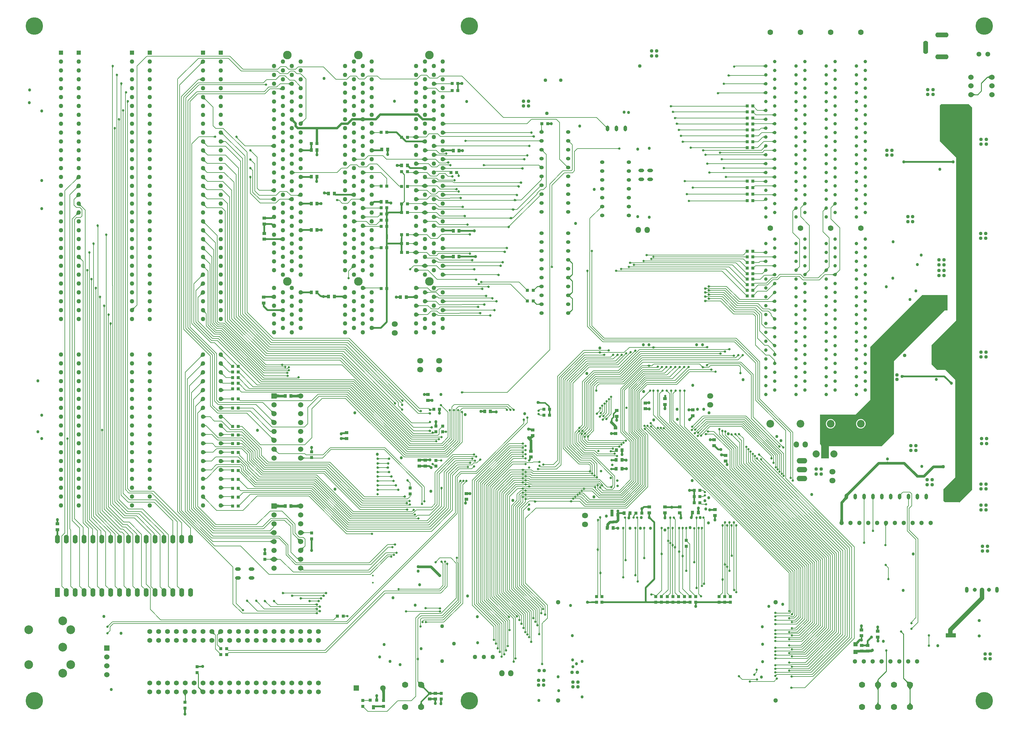
<source format=gbl>
%FSLAX44Y44*%
%MOMM*%
G71*
G01*
G75*
G04 Layer_Physical_Order=4*
G04 Layer_Color=16711680*
%ADD10C,0.2032*%
%ADD11R,0.9652X0.8890*%
%ADD12R,1.0160X0.9398*%
%ADD13R,1.0160X0.9400*%
%ADD14R,2.2098X1.9050*%
%ADD15R,0.9144X0.9144*%
%ADD16R,1.2700X0.9144*%
%ADD17R,0.8890X0.9652*%
%ADD18R,1.9050X2.2098*%
%ADD19R,0.9000X0.8000*%
%ADD20R,0.9398X1.0160*%
%ADD21R,0.9400X1.0160*%
%ADD22R,2.2000X0.3600*%
%ADD23R,3.0000X1.0000*%
%ADD24R,3.5000X1.0000*%
%ADD25R,4.0000X1.4000*%
%ADD26O,2.2000X0.6000*%
%ADD27R,3.2000X1.6500*%
%ADD28R,1.2000X1.2000*%
%ADD29R,1.6000X1.5000*%
%ADD30O,0.6000X2.2000*%
%ADD31R,1.0668X3.5560*%
%ADD32R,10.6680X8.8900*%
%ADD33R,3.8100X5.5880*%
%ADD34R,1.9050X0.5588*%
%ADD35R,2.2000X1.8000*%
%ADD36R,2.4000X0.4000*%
%ADD37R,0.5000X2.0000*%
%ADD38R,3.2000X1.6000*%
%ADD39R,6.0000X7.0000*%
%ADD40O,1.4500X0.5000*%
%ADD41O,0.5000X1.4500*%
%ADD42O,2.0320X0.5588*%
%ADD43O,1.4000X0.3000*%
%ADD44O,0.3000X1.4000*%
%ADD45R,0.9000X1.0000*%
%ADD46R,2.5000X1.8000*%
%ADD47R,2.2000X1.5000*%
%ADD48R,0.5588X1.9050*%
%ADD49C,0.1778*%
%ADD50C,0.2540*%
%ADD51C,0.7620*%
%ADD52C,0.5080*%
%ADD53C,1.2700*%
%ADD54C,0.3810*%
%ADD55C,0.7000*%
%ADD56C,0.8890*%
%ADD57C,0.6350*%
%ADD58C,0.3048*%
%ADD59R,6.8834X6.6294*%
%ADD60R,7.4168X2.9972*%
%ADD61R,3.9116X9.0424*%
%ADD62R,6.6294X4.3688*%
%ADD63R,2.2098X8.4836*%
%ADD64R,7.2390X2.3368*%
%ADD65R,7.5692X1.4224*%
%ADD66R,5.3086X2.3876*%
%ADD67R,6.4770X2.3876*%
%ADD68R,0.8492X4.9022*%
%ADD69R,1.1176X9.9060*%
%ADD70R,7.4930X2.5908*%
%ADD71R,6.6548X1.4732*%
%ADD72R,5.1816X1.4732*%
%ADD73R,3.2258X4.2672*%
%ADD74R,11.5824X3.8608*%
%ADD75R,9.6012X3.5814*%
%ADD76R,10.6426X2.4638*%
%ADD77R,4.2672X4.9530*%
%ADD78R,5.3086X3.6322*%
%ADD79R,2.2860X2.4638*%
%ADD80R,3.6322X5.3086*%
%ADD81R,6.7818X2.8702*%
%ADD82R,2.5654X7.4676*%
%ADD83R,7.3660X2.3876*%
%ADD84R,1.6256X4.7752*%
%ADD85R,4.2164X2.8956*%
%ADD86R,2.2606X6.3754*%
%ADD87C,5.0000*%
%ADD88C,1.7780*%
%ADD89O,1.6510X1.0160*%
%ADD90C,1.2700*%
%ADD91R,1.2700X1.2700*%
%ADD92O,1.7780X1.5240*%
%ADD93O,1.5240X1.7780*%
%ADD94C,1.0000*%
%ADD95C,2.4384*%
%ADD96R,1.3800X2.5000*%
%ADD97O,1.3800X2.5000*%
%ADD98C,0.5080*%
%ADD99C,1.5000*%
%ADD100R,1.5000X1.5000*%
%ADD101O,1.2700X1.0160*%
%ADD102C,1.3000*%
%ADD103O,1.0000X1.7000*%
%ADD104C,1.1430*%
%ADD105C,1.5240*%
%ADD106O,1.4000X3.8000*%
%ADD107O,3.8000X1.4000*%
%ADD108O,1.0160X1.6510*%
%ADD109C,1.3800*%
%ADD110C,2.5000*%
%ADD111C,1.5748*%
%ADD112R,1.5748X1.5748*%
%ADD113C,1.3970*%
%ADD114C,1.1000*%
%ADD115R,1.5240X1.5240*%
%ADD116O,3.0480X1.5240*%
%ADD117C,2.0320*%
%ADD118C,2.2000*%
%ADD119C,1.6000*%
%ADD120C,0.9000*%
%ADD121C,0.6604*%
%ADD122C,0.6858*%
%ADD123C,0.6350*%
%ADD124C,0.8636*%
%ADD125C,1.0160*%
%ADD126C,0.7112*%
%ADD127C,1.0160*%
%ADD128C,1.5080*%
%ADD129C,1.3080*%
%ADD130C,2.9464*%
%ADD131C,1.4478*%
%ADD132C,1.5080*%
%ADD133C,0.8128*%
%ADD134C,1.4080*%
%ADD135O,1.3080X2.0080*%
%ADD136C,1.3080*%
%ADD137O,3.7080X1.3080*%
%ADD138C,1.2080*%
%ADD139C,2.0080*%
%ADD140C,1.4732*%
%ADD141C,1.4986*%
%ADD142C,1.8080*%
%ADD143C,2.7080*%
%ADD144C,2.1080*%
%ADD145C,0.8382*%
%ADD146C,0.9652*%
%ADD147C,1.0668*%
%ADD148C,0.9398*%
%ADD149C,0.8890*%
%ADD150C,3.5080*%
%ADD151O,1.3080X3.7080*%
%ADD152R,0.9144X0.9144*%
%ADD153R,0.9144X1.2700*%
%ADD154R,1.3000X1.2000*%
%ADD155C,2.0000*%
%ADD156R,3.9116X4.4958*%
%ADD157R,2.8956X1.2700*%
%ADD158R,0.9652X1.9050*%
%ADD159R,2.2098X5.6134*%
%ADD160R,4.3688X2.6162*%
G36*
X2449666Y1484409D02*
X2449929Y1484182D01*
X2450194Y1483982D01*
X2450461Y1483809D01*
X2450728Y1483662D01*
X2450998Y1483542D01*
X2451268Y1483449D01*
X2451541Y1483382D01*
X2451814Y1483342D01*
X2452089Y1483329D01*
Y1481551D01*
X2451814Y1481538D01*
X2451541Y1481498D01*
X2451268Y1481431D01*
X2450998Y1481338D01*
X2450728Y1481218D01*
X2450461Y1481071D01*
X2450194Y1480898D01*
X2449929Y1480698D01*
X2449666Y1480471D01*
X2449403Y1480217D01*
Y1484662D01*
X2449666Y1484409D01*
D02*
G37*
G36*
X2666045Y1484055D02*
X2666075Y1483549D01*
X2666085Y1483514D01*
X2666095Y1483492D01*
X2666107Y1483485D01*
X2664278Y1482990D01*
X2664266Y1484189D01*
X2666044D01*
X2666045Y1484055D01*
D02*
G37*
G36*
X2437249Y1486060D02*
X2436987Y1486313D01*
X2436723Y1486540D01*
X2436458Y1486740D01*
X2436192Y1486913D01*
X2435924Y1487060D01*
X2435654Y1487180D01*
X2435384Y1487273D01*
X2435112Y1487340D01*
X2434838Y1487380D01*
X2434563Y1487393D01*
Y1489171D01*
X2434838Y1489184D01*
X2435112Y1489224D01*
X2435384Y1489291D01*
X2435654Y1489384D01*
X2435924Y1489504D01*
X2436192Y1489651D01*
X2436458Y1489824D01*
X2436723Y1490025D01*
X2436987Y1490251D01*
X2437249Y1490504D01*
Y1486060D01*
D02*
G37*
G36*
X2669165Y1479916D02*
X2669191Y1479569D01*
X2669237Y1479240D01*
X2669303Y1478929D01*
X2669388Y1478636D01*
X2669494Y1478361D01*
X2669619Y1478103D01*
X2669765Y1477864D01*
X2669930Y1477642D01*
X2670115Y1477438D01*
X2668858Y1476181D01*
X2668654Y1476366D01*
X2668432Y1476531D01*
X2668192Y1476676D01*
X2667935Y1476802D01*
X2667660Y1476908D01*
X2667367Y1476993D01*
X2667056Y1477059D01*
X2666727Y1477105D01*
X2666380Y1477131D01*
X2666016Y1477137D01*
X2669159Y1480280D01*
X2669165Y1479916D01*
D02*
G37*
G36*
X2026871Y1481917D02*
X2027166Y1481660D01*
X2027460Y1481434D01*
X2027753Y1481237D01*
X2028046Y1481071D01*
X2028337Y1480935D01*
X2028628Y1480829D01*
X2028918Y1480753D01*
X2029207Y1480708D01*
X2029495Y1480693D01*
Y1478915D01*
X2029207Y1478900D01*
X2028918Y1478855D01*
X2028628Y1478779D01*
X2028337Y1478673D01*
X2028046Y1478537D01*
X2027753Y1478371D01*
X2027460Y1478174D01*
X2027166Y1477948D01*
X2026871Y1477691D01*
X2026575Y1477404D01*
Y1482204D01*
X2026871Y1481917D01*
D02*
G37*
G36*
X2074001Y1477404D02*
X2073705Y1477691D01*
X2073410Y1477948D01*
X2073116Y1478174D01*
X2072823Y1478371D01*
X2072530Y1478537D01*
X2072239Y1478673D01*
X2071948Y1478779D01*
X2071658Y1478855D01*
X2071369Y1478900D01*
X2071081Y1478915D01*
Y1480693D01*
X2071369Y1480708D01*
X2071658Y1480753D01*
X2071948Y1480829D01*
X2072239Y1480935D01*
X2072530Y1481071D01*
X2072823Y1481237D01*
X2073116Y1481434D01*
X2073410Y1481660D01*
X2073705Y1481917D01*
X2074001Y1482204D01*
Y1477404D01*
D02*
G37*
G36*
X2067397Y1490104D02*
X2067101Y1490391D01*
X2066806Y1490648D01*
X2066512Y1490874D01*
X2066219Y1491071D01*
X2065926Y1491237D01*
X2065635Y1491373D01*
X2065344Y1491479D01*
X2065054Y1491555D01*
X2064765Y1491600D01*
X2064477Y1491615D01*
Y1493393D01*
X2064765Y1493408D01*
X2065054Y1493454D01*
X2065344Y1493529D01*
X2065635Y1493635D01*
X2065926Y1493771D01*
X2066219Y1493937D01*
X2066512Y1494133D01*
X2066806Y1494360D01*
X2067101Y1494617D01*
X2067397Y1494904D01*
Y1490104D01*
D02*
G37*
G36*
X2449666Y1496263D02*
X2449929Y1496036D01*
X2450194Y1495836D01*
X2450461Y1495662D01*
X2450728Y1495516D01*
X2450998Y1495396D01*
X2451268Y1495302D01*
X2451541Y1495236D01*
X2451814Y1495196D01*
X2452089Y1495182D01*
Y1493404D01*
X2451814Y1493391D01*
X2451541Y1493351D01*
X2451268Y1493284D01*
X2450998Y1493191D01*
X2450728Y1493071D01*
X2450461Y1492924D01*
X2450194Y1492751D01*
X2449929Y1492551D01*
X2449666Y1492324D01*
X2449403Y1492071D01*
Y1496516D01*
X2449666Y1496263D01*
D02*
G37*
G36*
X1580018Y1502369D02*
X1581299Y1501231D01*
X1581898Y1500769D01*
X1582468Y1500378D01*
X1583010Y1500058D01*
X1583524Y1499809D01*
X1584010Y1499631D01*
X1584468Y1499525D01*
X1584897Y1499489D01*
Y1497711D01*
X1584468Y1497675D01*
X1584010Y1497569D01*
X1583524Y1497391D01*
X1583010Y1497142D01*
X1582468Y1496822D01*
X1581898Y1496431D01*
X1581299Y1495969D01*
X1580018Y1494831D01*
X1579335Y1494155D01*
Y1503045D01*
X1580018Y1502369D01*
D02*
G37*
G36*
X2260568Y1489583D02*
X2260204Y1489577D01*
X2259857Y1489551D01*
X2259528Y1489505D01*
X2259217Y1489439D01*
X2258924Y1489353D01*
X2258649Y1489248D01*
X2258392Y1489122D01*
X2258152Y1488977D01*
X2257930Y1488812D01*
X2257726Y1488627D01*
X2256469Y1489884D01*
X2256654Y1490088D01*
X2256819Y1490310D01*
X2256965Y1490549D01*
X2257090Y1490807D01*
X2257195Y1491082D01*
X2257281Y1491375D01*
X2257347Y1491686D01*
X2257393Y1492015D01*
X2257419Y1492362D01*
X2257425Y1492726D01*
X2260568Y1489583D01*
D02*
G37*
G36*
X2112651Y1493582D02*
X2112678Y1493191D01*
X2112726Y1492823D01*
X2112794Y1492477D01*
X2112883Y1492152D01*
X2112993Y1491850D01*
X2113124Y1491569D01*
X2113276Y1491311D01*
X2113448Y1491075D01*
X2113641Y1490860D01*
X2112384Y1489603D01*
X2112169Y1489796D01*
X2111933Y1489968D01*
X2111675Y1490120D01*
X2111394Y1490251D01*
X2111092Y1490361D01*
X2110767Y1490450D01*
X2110421Y1490518D01*
X2110053Y1490566D01*
X2109662Y1490593D01*
X2109250Y1490599D01*
X2112645Y1493994D01*
X2112651Y1493582D01*
D02*
G37*
G36*
X2026871Y1494617D02*
X2027166Y1494360D01*
X2027460Y1494133D01*
X2027753Y1493937D01*
X2028046Y1493771D01*
X2028337Y1493635D01*
X2028628Y1493529D01*
X2028918Y1493454D01*
X2029207Y1493408D01*
X2029495Y1493393D01*
Y1491615D01*
X2029207Y1491600D01*
X2028918Y1491555D01*
X2028628Y1491479D01*
X2028337Y1491373D01*
X2028046Y1491237D01*
X2027753Y1491071D01*
X2027460Y1490874D01*
X2027166Y1490648D01*
X2026871Y1490391D01*
X2026575Y1490104D01*
Y1494904D01*
X2026871Y1494617D01*
D02*
G37*
G36*
X2655507Y1478036D02*
X2655280Y1477773D01*
X2655080Y1477508D01*
X2654907Y1477242D01*
X2654760Y1476974D01*
X2654641Y1476704D01*
X2654547Y1476434D01*
X2654480Y1476161D01*
X2654440Y1475888D01*
X2654427Y1475613D01*
X2652649D01*
X2652636Y1475888D01*
X2652596Y1476161D01*
X2652529Y1476434D01*
X2652436Y1476704D01*
X2652316Y1476974D01*
X2652169Y1477242D01*
X2651996Y1477508D01*
X2651796Y1477773D01*
X2651569Y1478036D01*
X2651316Y1478299D01*
X2655760D01*
X2655507Y1478036D01*
D02*
G37*
G36*
X2616697Y1472121D02*
X2616961Y1471894D01*
X2617226Y1471694D01*
X2617492Y1471521D01*
X2617760Y1471374D01*
X2618029Y1471254D01*
X2618300Y1471161D01*
X2618572Y1471094D01*
X2618846Y1471054D01*
X2619121Y1471041D01*
Y1469263D01*
X2618846Y1469250D01*
X2618572Y1469210D01*
X2618300Y1469143D01*
X2618029Y1469050D01*
X2617760Y1468930D01*
X2617492Y1468783D01*
X2617226Y1468610D01*
X2616961Y1468410D01*
X2616697Y1468183D01*
X2616436Y1467930D01*
Y1472375D01*
X2616697Y1472121D01*
D02*
G37*
G36*
X2437149Y1468692D02*
X2436886Y1468945D01*
X2436623Y1469172D01*
X2436358Y1469372D01*
X2436091Y1469545D01*
X2435824Y1469692D01*
X2435554Y1469812D01*
X2435284Y1469905D01*
X2435011Y1469972D01*
X2434738Y1470012D01*
X2434463Y1470025D01*
Y1471803D01*
X2434738Y1471816D01*
X2435011Y1471856D01*
X2435284Y1471923D01*
X2435554Y1472016D01*
X2435824Y1472136D01*
X2436091Y1472283D01*
X2436358Y1472456D01*
X2436623Y1472656D01*
X2436886Y1472883D01*
X2437149Y1473136D01*
Y1468692D01*
D02*
G37*
G36*
X1580018Y1476969D02*
X1581299Y1475831D01*
X1581898Y1475369D01*
X1582468Y1474978D01*
X1583010Y1474658D01*
X1583524Y1474409D01*
X1584010Y1474231D01*
X1584468Y1474125D01*
X1584897Y1474089D01*
Y1472311D01*
X1584468Y1472275D01*
X1584010Y1472169D01*
X1583524Y1471991D01*
X1583010Y1471742D01*
X1582468Y1471422D01*
X1581898Y1471031D01*
X1581299Y1470569D01*
X1580018Y1469431D01*
X1579335Y1468755D01*
Y1477645D01*
X1580018Y1476969D01*
D02*
G37*
G36*
X2026770Y1469342D02*
X2027388Y1468874D01*
X2027692Y1468684D01*
X2027993Y1468524D01*
X2028290Y1468392D01*
X2028584Y1468290D01*
X2028875Y1468217D01*
X2029162Y1468173D01*
X2029446Y1468158D01*
X2029535Y1466380D01*
X2029243Y1466365D01*
X2028953Y1466318D01*
X2028664Y1466240D01*
X2028377Y1466131D01*
X2028092Y1465991D01*
X2027808Y1465820D01*
X2027525Y1465618D01*
X2027245Y1465385D01*
X2026965Y1465120D01*
X2026688Y1464824D01*
X2026456Y1469619D01*
X2026770Y1469342D01*
D02*
G37*
G36*
X2080987Y1464919D02*
X2080673Y1465197D01*
X2080055Y1465664D01*
X2079751Y1465854D01*
X2079451Y1466015D01*
X2079153Y1466146D01*
X2078859Y1466249D01*
X2078569Y1466322D01*
X2078281Y1466366D01*
X2077997Y1466380D01*
X2077908Y1468158D01*
X2078200Y1468174D01*
X2078490Y1468220D01*
X2078779Y1468298D01*
X2079066Y1468407D01*
X2079352Y1468547D01*
X2079636Y1468718D01*
X2079918Y1468920D01*
X2080199Y1469154D01*
X2080478Y1469418D01*
X2080756Y1469714D01*
X2080987Y1464919D01*
D02*
G37*
G36*
X2208611Y1469439D02*
X2208354Y1469144D01*
X2208127Y1468850D01*
X2207931Y1468557D01*
X2207765Y1468264D01*
X2207629Y1467973D01*
X2207523Y1467682D01*
X2207448Y1467392D01*
X2207402Y1467103D01*
X2207387Y1466815D01*
X2205609D01*
X2205594Y1467103D01*
X2205549Y1467392D01*
X2205473Y1467682D01*
X2205367Y1467973D01*
X2205231Y1468264D01*
X2205065Y1468557D01*
X2204868Y1468850D01*
X2204642Y1469144D01*
X2204385Y1469439D01*
X2204098Y1469735D01*
X2208898D01*
X2208611Y1469439D01*
D02*
G37*
G36*
X2460328Y1477947D02*
X2460533Y1477697D01*
X2460749Y1477476D01*
X2460974Y1477285D01*
X2461209Y1477124D01*
X2461455Y1476991D01*
X2461710Y1476888D01*
X2461976Y1476815D01*
X2462251Y1476771D01*
X2462537Y1476756D01*
X2462157Y1474978D01*
X2461899Y1474967D01*
X2461633Y1474934D01*
X2461360Y1474878D01*
X2461080Y1474801D01*
X2460792Y1474701D01*
X2460497Y1474579D01*
X2460195Y1474435D01*
X2459568Y1474081D01*
X2459244Y1473871D01*
X2460133Y1478226D01*
X2460328Y1477947D01*
D02*
G37*
G36*
X2455507Y1474004D02*
X2455204Y1474232D01*
X2454611Y1474615D01*
X2454320Y1474770D01*
X2454034Y1474902D01*
X2453752Y1475009D01*
X2453474Y1475093D01*
X2453201Y1475153D01*
X2452931Y1475189D01*
X2452666Y1475201D01*
X2452423Y1476979D01*
X2452705Y1476993D01*
X2452981Y1477036D01*
X2453249Y1477108D01*
X2453510Y1477208D01*
X2453764Y1477337D01*
X2454012Y1477495D01*
X2454252Y1477681D01*
X2454485Y1477896D01*
X2454711Y1478139D01*
X2454930Y1478412D01*
X2455507Y1474004D01*
D02*
G37*
G36*
X2696670Y1478252D02*
X2696483Y1478046D01*
X2696318Y1477822D01*
X2696176Y1477582D01*
X2696056Y1477325D01*
X2695958Y1477051D01*
X2695882Y1476761D01*
X2695829Y1476453D01*
X2695798Y1476129D01*
X2695790Y1475788D01*
X2695804Y1475431D01*
X2692483Y1478385D01*
X2692853Y1478412D01*
X2693204Y1478457D01*
X2693536Y1478518D01*
X2693850Y1478597D01*
X2694145Y1478693D01*
X2694421Y1478807D01*
X2694678Y1478937D01*
X2694916Y1479085D01*
X2695136Y1479251D01*
X2695336Y1479433D01*
X2696670Y1478252D01*
D02*
G37*
G36*
X2663323Y1473566D02*
X2663349Y1473219D01*
X2663395Y1472890D01*
X2663461Y1472579D01*
X2663546Y1472286D01*
X2663652Y1472011D01*
X2663777Y1471754D01*
X2663923Y1471514D01*
X2664088Y1471292D01*
X2664273Y1471088D01*
X2663016Y1469831D01*
X2662812Y1470016D01*
X2662590Y1470181D01*
X2662350Y1470327D01*
X2662093Y1470452D01*
X2661818Y1470558D01*
X2661525Y1470643D01*
X2661214Y1470709D01*
X2660885Y1470755D01*
X2660538Y1470781D01*
X2660174Y1470787D01*
X2663317Y1473930D01*
X2663323Y1473566D01*
D02*
G37*
G36*
X2648490Y1473319D02*
X2648041Y1472345D01*
X2647931Y1472042D01*
X2647772Y1471468D01*
X2647722Y1471197D01*
X2647692Y1470936D01*
X2647682Y1470687D01*
X2645904Y1470152D01*
X2645889Y1470441D01*
X2645844Y1470716D01*
X2645769Y1470978D01*
X2645664Y1471227D01*
X2645529Y1471463D01*
X2645365Y1471685D01*
X2645170Y1471893D01*
X2644945Y1472089D01*
X2644691Y1472271D01*
X2644406Y1472440D01*
X2648679Y1473665D01*
X2648490Y1473319D01*
D02*
G37*
G36*
X2690369Y1472991D02*
X2690107Y1473245D01*
X2689843Y1473472D01*
X2689578Y1473672D01*
X2689312Y1473845D01*
X2689044Y1473992D01*
X2688774Y1474112D01*
X2688504Y1474205D01*
X2688232Y1474272D01*
X2687958Y1474312D01*
X2687683Y1474325D01*
Y1476103D01*
X2687958Y1476116D01*
X2688232Y1476156D01*
X2688504Y1476223D01*
X2688774Y1476316D01*
X2689044Y1476436D01*
X2689312Y1476583D01*
X2689578Y1476756D01*
X2689843Y1476956D01*
X2690107Y1477183D01*
X2690369Y1477437D01*
Y1472991D01*
D02*
G37*
G36*
X2437249Y1522128D02*
X2436987Y1522381D01*
X2436723Y1522608D01*
X2436458Y1522808D01*
X2436192Y1522981D01*
X2435924Y1523128D01*
X2435654Y1523248D01*
X2435384Y1523341D01*
X2435112Y1523408D01*
X2434838Y1523448D01*
X2434563Y1523461D01*
Y1525239D01*
X2434838Y1525252D01*
X2435112Y1525292D01*
X2435384Y1525359D01*
X2435654Y1525452D01*
X2435924Y1525572D01*
X2436192Y1525719D01*
X2436458Y1525892D01*
X2436723Y1526092D01*
X2436987Y1526319D01*
X2437249Y1526573D01*
Y1522128D01*
D02*
G37*
G36*
X2442045Y1526319D02*
X2442309Y1526092D01*
X2442574Y1525892D01*
X2442841Y1525719D01*
X2443108Y1525572D01*
X2443378Y1525452D01*
X2443648Y1525359D01*
X2443920Y1525292D01*
X2444194Y1525252D01*
X2444469Y1525239D01*
Y1523461D01*
X2444194Y1523448D01*
X2443920Y1523408D01*
X2443648Y1523341D01*
X2443378Y1523248D01*
X2443108Y1523128D01*
X2442841Y1522981D01*
X2442574Y1522808D01*
X2442309Y1522608D01*
X2442045Y1522381D01*
X2441783Y1522128D01*
Y1526573D01*
X2442045Y1526319D01*
D02*
G37*
G36*
X2732354Y1524181D02*
X2732238Y1524276D01*
X2732081Y1524362D01*
X2731884Y1524438D01*
X2731645Y1524503D01*
X2731365Y1524559D01*
X2731045Y1524604D01*
X2730281Y1524665D01*
X2729353Y1524685D01*
X2729466Y1529765D01*
X2729951Y1529769D01*
X2731479Y1529880D01*
X2731758Y1529930D01*
X2731996Y1529990D01*
X2732192Y1530059D01*
X2732348Y1530137D01*
X2732462Y1530225D01*
X2732354Y1524181D01*
D02*
G37*
G36*
X1529218Y1527769D02*
X1530499Y1526631D01*
X1531098Y1526169D01*
X1531668Y1525778D01*
X1532210Y1525458D01*
X1532724Y1525209D01*
X1533210Y1525031D01*
X1533668Y1524925D01*
X1534097Y1524889D01*
Y1523111D01*
X1533668Y1523075D01*
X1533210Y1522969D01*
X1532724Y1522791D01*
X1532210Y1522542D01*
X1531668Y1522222D01*
X1531098Y1521831D01*
X1530499Y1521369D01*
X1529218Y1520231D01*
X1528535Y1519555D01*
Y1528445D01*
X1529218Y1527769D01*
D02*
G37*
G36*
X1580018D02*
X1581299Y1526631D01*
X1581898Y1526169D01*
X1582468Y1525778D01*
X1583010Y1525458D01*
X1583524Y1525209D01*
X1584010Y1525031D01*
X1584468Y1524925D01*
X1584897Y1524889D01*
Y1523111D01*
X1584468Y1523075D01*
X1584010Y1522969D01*
X1583524Y1522791D01*
X1583010Y1522542D01*
X1582468Y1522222D01*
X1581898Y1521831D01*
X1581299Y1521369D01*
X1580018Y1520231D01*
X1579335Y1519555D01*
Y1528445D01*
X1580018Y1527769D01*
D02*
G37*
G36*
X2633091Y1524694D02*
X2633104Y1524421D01*
X2633143Y1524148D01*
X2633209Y1523875D01*
X2633300Y1523603D01*
X2633418Y1523331D01*
X2633562Y1523059D01*
X2633732Y1522787D01*
X2633929Y1522516D01*
X2634151Y1522245D01*
X2634399Y1521974D01*
X2629956Y1522093D01*
X2630214Y1522346D01*
X2630445Y1522603D01*
X2630648Y1522861D01*
X2630825Y1523122D01*
X2630974Y1523386D01*
X2631096Y1523652D01*
X2631191Y1523921D01*
X2631259Y1524193D01*
X2631299Y1524467D01*
X2631313Y1524743D01*
X2633091Y1524694D01*
D02*
G37*
G36*
X2300192Y1531239D02*
X2299828Y1531233D01*
X2299481Y1531207D01*
X2299152Y1531161D01*
X2298841Y1531095D01*
X2298548Y1531010D01*
X2298273Y1530904D01*
X2298015Y1530779D01*
X2297776Y1530633D01*
X2297554Y1530468D01*
X2297350Y1530283D01*
X2296093Y1531540D01*
X2296278Y1531744D01*
X2296443Y1531966D01*
X2296588Y1532206D01*
X2296714Y1532463D01*
X2296819Y1532738D01*
X2296905Y1533031D01*
X2296971Y1533342D01*
X2297017Y1533671D01*
X2297043Y1534018D01*
X2297049Y1534382D01*
X2300192Y1531239D01*
D02*
G37*
G36*
X2174362Y1536421D02*
X2175266Y1535634D01*
X2175522Y1535448D01*
X2175755Y1535301D01*
X2175965Y1535192D01*
X2176152Y1535121D01*
X2176316Y1535089D01*
X2176457Y1535095D01*
X2173003Y1530329D01*
X2172977Y1530403D01*
X2172917Y1530509D01*
X2172820Y1530644D01*
X2172688Y1530810D01*
X2172077Y1531491D01*
X2171145Y1532447D01*
X2174015Y1536761D01*
X2174362Y1536421D01*
D02*
G37*
G36*
X2489948Y1534781D02*
X2489962Y1534685D01*
X2489996Y1534577D01*
X2490050Y1534459D01*
X2490126Y1534330D01*
X2490222Y1534190D01*
X2490339Y1534039D01*
X2490636Y1533703D01*
X2490815Y1533519D01*
X2489558Y1532261D01*
X2489411Y1532403D01*
X2489138Y1532627D01*
X2489013Y1532710D01*
X2488896Y1532774D01*
X2488786Y1532818D01*
X2488683Y1532843D01*
X2488587Y1532848D01*
X2488500Y1532834D01*
X2488419Y1532800D01*
X2489956Y1534866D01*
X2489948Y1534781D01*
D02*
G37*
G36*
X2485653Y1528350D02*
X2485870Y1528103D01*
X2486095Y1527885D01*
X2486329Y1527697D01*
X2486572Y1527538D01*
X2486822Y1527407D01*
X2487081Y1527305D01*
X2487348Y1527233D01*
X2487623Y1527189D01*
X2487907Y1527175D01*
X2487606Y1525397D01*
X2487344Y1525385D01*
X2487076Y1525351D01*
X2486802Y1525293D01*
X2486523Y1525211D01*
X2486238Y1525107D01*
X2485948Y1524980D01*
X2485653Y1524829D01*
X2485045Y1524458D01*
X2484733Y1524237D01*
X2485444Y1528625D01*
X2485653Y1528350D01*
D02*
G37*
G36*
X2026865Y1532725D02*
X2027161Y1532468D01*
X2027456Y1532242D01*
X2027750Y1532046D01*
X2028043Y1531880D01*
X2028335Y1531744D01*
X2028625Y1531639D01*
X2028916Y1531563D01*
X2029205Y1531518D01*
X2029492Y1531503D01*
X2029498Y1529725D01*
X2029209Y1529710D01*
X2028920Y1529664D01*
X2028630Y1529589D01*
X2028340Y1529483D01*
X2028049Y1529346D01*
X2027757Y1529180D01*
X2027464Y1528983D01*
X2027171Y1528756D01*
X2026877Y1528499D01*
X2026582Y1528211D01*
X2026568Y1533011D01*
X2026865Y1532725D01*
D02*
G37*
G36*
X2050667Y1528217D02*
X2050370Y1528503D01*
X2050074Y1528760D01*
X2049779Y1528986D01*
X2049485Y1529182D01*
X2049192Y1529348D01*
X2048900Y1529484D01*
X2048609Y1529589D01*
X2048319Y1529665D01*
X2048030Y1529710D01*
X2047742Y1529725D01*
X2047737Y1531503D01*
X2048025Y1531518D01*
X2048314Y1531564D01*
X2048604Y1531639D01*
X2048895Y1531745D01*
X2049186Y1531882D01*
X2049478Y1532048D01*
X2049771Y1532245D01*
X2050064Y1532472D01*
X2050358Y1532729D01*
X2050653Y1533017D01*
X2050667Y1528217D01*
D02*
G37*
G36*
X2629910Y1517485D02*
X2629639Y1517733D01*
X2629368Y1517956D01*
X2629097Y1518152D01*
X2628825Y1518322D01*
X2628553Y1518466D01*
X2628281Y1518584D01*
X2628009Y1518675D01*
X2627736Y1518741D01*
X2627463Y1518780D01*
X2627190Y1518793D01*
X2627141Y1520571D01*
X2627417Y1520585D01*
X2627691Y1520625D01*
X2627963Y1520693D01*
X2628232Y1520788D01*
X2628498Y1520910D01*
X2628762Y1521060D01*
X2629023Y1521236D01*
X2629282Y1521440D01*
X2629537Y1521670D01*
X2629791Y1521928D01*
X2629910Y1517485D01*
D02*
G37*
G36*
X2026871Y1507317D02*
X2027166Y1507060D01*
X2027460Y1506833D01*
X2027753Y1506637D01*
X2028046Y1506471D01*
X2028337Y1506335D01*
X2028628Y1506229D01*
X2028918Y1506154D01*
X2029207Y1506108D01*
X2029495Y1506093D01*
Y1504315D01*
X2029207Y1504300D01*
X2028918Y1504254D01*
X2028628Y1504179D01*
X2028337Y1504073D01*
X2028046Y1503937D01*
X2027753Y1503771D01*
X2027460Y1503575D01*
X2027166Y1503348D01*
X2026871Y1503091D01*
X2026575Y1502804D01*
Y1507604D01*
X2026871Y1507317D01*
D02*
G37*
G36*
X2060793Y1502804D02*
X2060497Y1503091D01*
X2060202Y1503348D01*
X2059908Y1503575D01*
X2059615Y1503771D01*
X2059322Y1503937D01*
X2059031Y1504073D01*
X2058740Y1504179D01*
X2058450Y1504254D01*
X2058161Y1504300D01*
X2057873Y1504315D01*
Y1506093D01*
X2058161Y1506108D01*
X2058450Y1506154D01*
X2058740Y1506229D01*
X2059031Y1506335D01*
X2059322Y1506471D01*
X2059615Y1506637D01*
X2059908Y1506833D01*
X2060202Y1507060D01*
X2060497Y1507317D01*
X2060793Y1507604D01*
Y1502804D01*
D02*
G37*
G36*
X3206382Y1505564D02*
X3206422Y1505291D01*
X3206489Y1505018D01*
X3206582Y1504748D01*
X3206702Y1504478D01*
X3206849Y1504211D01*
X3207022Y1503944D01*
X3207222Y1503679D01*
X3207449Y1503416D01*
X3207703Y1503153D01*
X3203257D01*
X3203511Y1503416D01*
X3203737Y1503679D01*
X3203938Y1503944D01*
X3204111Y1504211D01*
X3204258Y1504478D01*
X3204378Y1504748D01*
X3204471Y1505018D01*
X3204538Y1505291D01*
X3204578Y1505564D01*
X3204591Y1505839D01*
X3206369D01*
X3206382Y1505564D01*
D02*
G37*
G36*
X1529502Y1501870D02*
X1529902Y1501424D01*
X1530310Y1501030D01*
X1530726Y1500688D01*
X1531151Y1500400D01*
X1531584Y1500163D01*
X1532025Y1499979D01*
X1532474Y1499848D01*
X1532932Y1499769D01*
X1533398Y1499743D01*
Y1497965D01*
X1532941Y1497938D01*
X1532496Y1497856D01*
X1532064Y1497721D01*
X1531645Y1497531D01*
X1531238Y1497287D01*
X1530844Y1496988D01*
X1530463Y1496635D01*
X1530094Y1496228D01*
X1529738Y1495767D01*
X1529395Y1495251D01*
X1529110Y1502369D01*
X1529502Y1501870D01*
D02*
G37*
G36*
X3212732Y1498452D02*
X3212772Y1498179D01*
X3212839Y1497906D01*
X3212932Y1497636D01*
X3213052Y1497366D01*
X3213199Y1497099D01*
X3213372Y1496832D01*
X3213572Y1496567D01*
X3213799Y1496304D01*
X3214052Y1496041D01*
X3209608D01*
X3209861Y1496304D01*
X3210088Y1496567D01*
X3210287Y1496832D01*
X3210461Y1497099D01*
X3210608Y1497366D01*
X3210728Y1497636D01*
X3210821Y1497906D01*
X3210888Y1498179D01*
X3210928Y1498452D01*
X3210941Y1498727D01*
X3212719D01*
X3212732Y1498452D01*
D02*
G37*
G36*
X2437249Y1498082D02*
X2436987Y1498336D01*
X2436723Y1498562D01*
X2436458Y1498762D01*
X2436192Y1498936D01*
X2435924Y1499082D01*
X2435654Y1499202D01*
X2435384Y1499296D01*
X2435112Y1499362D01*
X2434838Y1499402D01*
X2434563Y1499416D01*
Y1501194D01*
X2434838Y1501207D01*
X2435112Y1501247D01*
X2435384Y1501314D01*
X2435654Y1501407D01*
X2435924Y1501527D01*
X2436192Y1501674D01*
X2436458Y1501847D01*
X2436723Y1502047D01*
X2436987Y1502274D01*
X2437249Y1502527D01*
Y1498082D01*
D02*
G37*
G36*
X2026871Y1520017D02*
X2027166Y1519760D01*
X2027460Y1519534D01*
X2027753Y1519337D01*
X2028046Y1519171D01*
X2028337Y1519035D01*
X2028628Y1518929D01*
X2028918Y1518853D01*
X2029207Y1518808D01*
X2029495Y1518793D01*
Y1517015D01*
X2029207Y1517000D01*
X2028918Y1516954D01*
X2028628Y1516879D01*
X2028337Y1516773D01*
X2028046Y1516637D01*
X2027753Y1516471D01*
X2027460Y1516275D01*
X2027166Y1516048D01*
X2026871Y1515791D01*
X2026575Y1515504D01*
Y1520304D01*
X2026871Y1520017D01*
D02*
G37*
G36*
X2054443Y1515504D02*
X2054147Y1515791D01*
X2053852Y1516048D01*
X2053558Y1516275D01*
X2053265Y1516471D01*
X2052972Y1516637D01*
X2052681Y1516773D01*
X2052390Y1516879D01*
X2052100Y1516954D01*
X2051811Y1517000D01*
X2051523Y1517015D01*
Y1518793D01*
X2051811Y1518808D01*
X2052100Y1518853D01*
X2052390Y1518929D01*
X2052681Y1519035D01*
X2052972Y1519171D01*
X2053265Y1519337D01*
X2053558Y1519534D01*
X2053852Y1519760D01*
X2054147Y1520017D01*
X2054443Y1520304D01*
Y1515504D01*
D02*
G37*
G36*
X2449666Y1519969D02*
X2449929Y1519742D01*
X2450194Y1519542D01*
X2450461Y1519369D01*
X2450728Y1519222D01*
X2450998Y1519102D01*
X2451268Y1519009D01*
X2451541Y1518942D01*
X2451814Y1518902D01*
X2452089Y1518889D01*
Y1517111D01*
X2451814Y1517098D01*
X2451541Y1517058D01*
X2451268Y1516991D01*
X2450998Y1516898D01*
X2450728Y1516778D01*
X2450461Y1516631D01*
X2450194Y1516458D01*
X2449929Y1516257D01*
X2449666Y1516031D01*
X2449403Y1515777D01*
Y1520222D01*
X2449666Y1519969D01*
D02*
G37*
G36*
Y1508116D02*
X2449929Y1507889D01*
X2450194Y1507689D01*
X2450461Y1507516D01*
X2450728Y1507369D01*
X2450998Y1507249D01*
X2451268Y1507156D01*
X2451541Y1507089D01*
X2451814Y1507049D01*
X2452089Y1507036D01*
Y1505258D01*
X2451814Y1505244D01*
X2451541Y1505204D01*
X2451268Y1505138D01*
X2450998Y1505044D01*
X2450728Y1504924D01*
X2450461Y1504778D01*
X2450194Y1504604D01*
X2449929Y1504404D01*
X2449666Y1504178D01*
X2449403Y1503924D01*
Y1508369D01*
X2449666Y1508116D01*
D02*
G37*
G36*
X2652154Y1507342D02*
X2652194Y1507068D01*
X2652261Y1506796D01*
X2652354Y1506526D01*
X2652474Y1506256D01*
X2652621Y1505988D01*
X2652794Y1505722D01*
X2652994Y1505457D01*
X2653221Y1505193D01*
X2653474Y1504931D01*
X2649030D01*
X2649283Y1505193D01*
X2649510Y1505457D01*
X2649709Y1505722D01*
X2649883Y1505988D01*
X2650030Y1506256D01*
X2650150Y1506526D01*
X2650243Y1506796D01*
X2650310Y1507068D01*
X2650350Y1507342D01*
X2650363Y1507617D01*
X2652141D01*
X2652154Y1507342D01*
D02*
G37*
G36*
X2437249Y1510105D02*
X2436987Y1510358D01*
X2436723Y1510585D01*
X2436458Y1510785D01*
X2436192Y1510958D01*
X2435924Y1511105D01*
X2435654Y1511225D01*
X2435384Y1511318D01*
X2435112Y1511385D01*
X2434838Y1511425D01*
X2434563Y1511438D01*
Y1513216D01*
X2434838Y1513230D01*
X2435112Y1513270D01*
X2435384Y1513336D01*
X2435654Y1513430D01*
X2435924Y1513550D01*
X2436192Y1513696D01*
X2436458Y1513870D01*
X2436723Y1514070D01*
X2436987Y1514297D01*
X2437249Y1514550D01*
Y1510105D01*
D02*
G37*
G36*
X2919626Y1468585D02*
X2919782Y1468500D01*
X2919980Y1468425D01*
X2920218Y1468360D01*
X2920498Y1468305D01*
X2920818Y1468260D01*
X2921582Y1468200D01*
X2922510Y1468180D01*
X2922422Y1463100D01*
X2921937Y1463096D01*
X2920409Y1462984D01*
X2920130Y1462933D01*
X2919892Y1462872D01*
X2919695Y1462803D01*
X2919539Y1462724D01*
X2919425Y1462635D01*
X2919510Y1468680D01*
X2919626Y1468585D01*
D02*
G37*
G36*
X2106117Y1408567D02*
X2105865Y1408826D01*
X2105610Y1409057D01*
X2105353Y1409261D01*
X2105093Y1409438D01*
X2104830Y1409588D01*
X2104564Y1409711D01*
X2104296Y1409806D01*
X2104024Y1409874D01*
X2103750Y1409915D01*
X2103473Y1409929D01*
X2103533Y1411707D01*
X2103805Y1411720D01*
X2104078Y1411759D01*
X2104351Y1411824D01*
X2104624Y1411915D01*
X2104896Y1412032D01*
X2105169Y1412176D01*
X2105441Y1412345D01*
X2105714Y1412541D01*
X2105986Y1412762D01*
X2106259Y1413010D01*
X2106117Y1408567D01*
D02*
G37*
G36*
X1734746Y1427650D02*
X1734974Y1427028D01*
X1735355Y1426479D01*
X1735889Y1426003D01*
X1736575Y1425601D01*
X1737413Y1425271D01*
X1738403Y1425015D01*
X1739546Y1424832D01*
X1740842Y1424723D01*
X1742289Y1424686D01*
Y1417066D01*
X1740842Y1417029D01*
X1739546Y1416920D01*
X1738403Y1416737D01*
X1737413Y1416481D01*
X1736575Y1416151D01*
X1735889Y1415749D01*
X1735355Y1415273D01*
X1734974Y1414724D01*
X1734746Y1414102D01*
X1734669Y1413407D01*
Y1428345D01*
X1734746Y1427650D01*
D02*
G37*
G36*
X2862037Y1414325D02*
X2861922Y1414435D01*
X2861765Y1414534D01*
X2861568Y1414621D01*
X2861330Y1414696D01*
X2861051Y1414760D01*
X2860732Y1414812D01*
X2859970Y1414881D01*
X2859045Y1414904D01*
X2859601Y1419984D01*
X2860088Y1419988D01*
X2861889Y1420115D01*
X2862122Y1420162D01*
X2862313Y1420217D01*
X2862461Y1420278D01*
X2862567Y1420347D01*
X2862037Y1414325D01*
D02*
G37*
G36*
X2977197Y1412977D02*
X2977352Y1412901D01*
X2977548Y1412834D01*
X2977785Y1412776D01*
X2978064Y1412727D01*
X2978745Y1412655D01*
X2979592Y1412619D01*
X2980078Y1412615D01*
X2980254Y1407535D01*
X2979770Y1407530D01*
X2978563Y1407453D01*
X2978242Y1407406D01*
X2977963Y1407349D01*
X2977724Y1407282D01*
X2977526Y1407205D01*
X2977369Y1407117D01*
X2977253Y1407019D01*
X2977084Y1413062D01*
X2977197Y1412977D01*
D02*
G37*
G36*
X2782897Y1410030D02*
X2782802Y1409914D01*
X2782716Y1409757D01*
X2782640Y1409559D01*
X2782575Y1409321D01*
X2782519Y1409041D01*
X2782474Y1408721D01*
X2782413Y1407957D01*
X2782393Y1407029D01*
X2777313Y1407142D01*
X2777309Y1407627D01*
X2777198Y1409155D01*
X2777148Y1409434D01*
X2777088Y1409672D01*
X2777019Y1409868D01*
X2776941Y1410024D01*
X2776853Y1410138D01*
X2782897Y1410030D01*
D02*
G37*
G36*
X2944436Y1411300D02*
X2944341Y1411184D01*
X2944255Y1411027D01*
X2944179Y1410829D01*
X2944114Y1410591D01*
X2944058Y1410311D01*
X2944013Y1409991D01*
X2943952Y1409227D01*
X2943932Y1408299D01*
X2938852Y1408412D01*
X2938848Y1408897D01*
X2938737Y1410425D01*
X2938687Y1410704D01*
X2938627Y1410942D01*
X2938558Y1411138D01*
X2938480Y1411294D01*
X2938392Y1411408D01*
X2944436Y1411300D01*
D02*
G37*
G36*
X1580018Y1426169D02*
X1581299Y1425031D01*
X1581898Y1424569D01*
X1582468Y1424178D01*
X1583010Y1423858D01*
X1583524Y1423609D01*
X1584010Y1423431D01*
X1584468Y1423325D01*
X1584897Y1423289D01*
Y1421511D01*
X1584468Y1421475D01*
X1584010Y1421369D01*
X1583524Y1421191D01*
X1583010Y1420942D01*
X1582468Y1420622D01*
X1581898Y1420231D01*
X1581299Y1419769D01*
X1580018Y1418631D01*
X1579335Y1417955D01*
Y1426845D01*
X1580018Y1426169D01*
D02*
G37*
G36*
X2457418Y1421845D02*
X2457054Y1421839D01*
X2456707Y1421813D01*
X2456378Y1421767D01*
X2456067Y1421701D01*
X2455774Y1421615D01*
X2455499Y1421510D01*
X2455242Y1421384D01*
X2455002Y1421239D01*
X2454780Y1421074D01*
X2454576Y1420889D01*
X2453319Y1422146D01*
X2453504Y1422350D01*
X2453669Y1422572D01*
X2453815Y1422811D01*
X2453940Y1423069D01*
X2454046Y1423344D01*
X2454131Y1423637D01*
X2454197Y1423948D01*
X2454243Y1424277D01*
X2454269Y1424624D01*
X2454275Y1424988D01*
X2457418Y1421845D01*
D02*
G37*
G36*
X2961659Y1423226D02*
X2961396Y1423479D01*
X2961133Y1423706D01*
X2960868Y1423906D01*
X2960602Y1424079D01*
X2960334Y1424226D01*
X2960064Y1424346D01*
X2959794Y1424439D01*
X2959521Y1424506D01*
X2959248Y1424546D01*
X2958973Y1424559D01*
Y1426337D01*
X2959248Y1426350D01*
X2959521Y1426390D01*
X2959794Y1426457D01*
X2960064Y1426550D01*
X2960334Y1426670D01*
X2960602Y1426817D01*
X2960868Y1426990D01*
X2961133Y1427190D01*
X2961396Y1427417D01*
X2961659Y1427670D01*
Y1423226D01*
D02*
G37*
G36*
X2868287Y1420278D02*
X2868435Y1420217D01*
X2868626Y1420162D01*
X2868859Y1420115D01*
X2869135Y1420075D01*
X2869812Y1420017D01*
X2871147Y1419984D01*
X2871703Y1414904D01*
X2871220Y1414899D01*
X2870016Y1414812D01*
X2869697Y1414760D01*
X2869418Y1414696D01*
X2869180Y1414621D01*
X2868983Y1414534D01*
X2868826Y1414435D01*
X2868711Y1414325D01*
X2868181Y1420347D01*
X2868287Y1420278D01*
D02*
G37*
G36*
X1798044Y1415626D02*
X1797734Y1415900D01*
X1797368Y1416144D01*
X1796947Y1416360D01*
X1796470Y1416548D01*
X1795937Y1416706D01*
X1795349Y1416836D01*
X1794705Y1416936D01*
X1794006Y1417008D01*
X1792440Y1417066D01*
Y1424686D01*
X1793251Y1424700D01*
X1794705Y1424816D01*
X1795349Y1424916D01*
X1795937Y1425046D01*
X1796470Y1425204D01*
X1796947Y1425392D01*
X1797368Y1425608D01*
X1797734Y1425852D01*
X1798044Y1426126D01*
Y1415626D01*
D02*
G37*
G36*
X2786074Y1414756D02*
X2785729Y1414408D01*
X2784396Y1412904D01*
X2784296Y1412751D01*
X2784231Y1412626D01*
X2784201Y1412529D01*
X2780653Y1417424D01*
X2780818Y1417417D01*
X2781003Y1417448D01*
X2781208Y1417517D01*
X2781432Y1417624D01*
X2781677Y1417770D01*
X2781942Y1417953D01*
X2782227Y1418175D01*
X2782858Y1418733D01*
X2783203Y1419070D01*
X2786074Y1414756D01*
D02*
G37*
G36*
X2714395Y1403503D02*
X2714299Y1403387D01*
X2714213Y1403230D01*
X2714138Y1403033D01*
X2714072Y1402794D01*
X2714016Y1402514D01*
X2713971Y1402194D01*
X2713911Y1401430D01*
X2713890Y1400503D01*
X2708810Y1400615D01*
X2708806Y1401100D01*
X2708695Y1402628D01*
X2708645Y1402907D01*
X2708585Y1403145D01*
X2708516Y1403342D01*
X2708438Y1403497D01*
X2708351Y1403611D01*
X2714395Y1403503D01*
D02*
G37*
G36*
X2874424Y1386292D02*
X2874389Y1385951D01*
X2874383Y1385625D01*
X2874405Y1385315D01*
X2874457Y1385020D01*
X2874537Y1384740D01*
X2874647Y1384476D01*
X2874785Y1384226D01*
X2874953Y1383993D01*
X2875149Y1383774D01*
X2873621Y1382787D01*
X2873427Y1382965D01*
X2873210Y1383132D01*
X2872969Y1383289D01*
X2872704Y1383436D01*
X2872417Y1383573D01*
X2872105Y1383700D01*
X2871413Y1383924D01*
X2871031Y1384021D01*
X2870627Y1384108D01*
X2874489Y1386648D01*
X2874424Y1386292D01*
D02*
G37*
G36*
X2662881Y1385885D02*
X2662451Y1385284D01*
X2662277Y1384988D01*
X2662129Y1384696D01*
X2662008Y1384407D01*
X2661914Y1384122D01*
X2661847Y1383839D01*
X2661806Y1383560D01*
X2661793Y1383285D01*
X2660015Y1383142D01*
X2660000Y1383429D01*
X2659955Y1383712D01*
X2659881Y1383991D01*
X2659777Y1384266D01*
X2659643Y1384537D01*
X2659479Y1384805D01*
X2659286Y1385068D01*
X2659062Y1385328D01*
X2658810Y1385583D01*
X2658527Y1385835D01*
X2663136Y1386191D01*
X2662881Y1385885D01*
D02*
G37*
G36*
X2991413Y1387105D02*
X2991418Y1386620D01*
X2991528Y1385092D01*
X2991578Y1384813D01*
X2991638Y1384575D01*
X2991707Y1384379D01*
X2991785Y1384223D01*
X2991873Y1384109D01*
X2985829Y1384217D01*
X2985924Y1384333D01*
X2986010Y1384490D01*
X2986086Y1384688D01*
X2986151Y1384926D01*
X2986207Y1385206D01*
X2986252Y1385526D01*
X2986313Y1386290D01*
X2986333Y1387218D01*
X2991413Y1387105D01*
D02*
G37*
G36*
X2805700Y1387921D02*
X2805753Y1387752D01*
X2805841Y1387561D01*
X2805965Y1387349D01*
X2806125Y1387113D01*
X2806321Y1386856D01*
X2806820Y1386275D01*
X2807463Y1385605D01*
X2803871Y1382013D01*
X2803525Y1382352D01*
X2802362Y1383351D01*
X2802127Y1383511D01*
X2801915Y1383635D01*
X2801724Y1383723D01*
X2801555Y1383776D01*
X2801409Y1383792D01*
X2805684Y1388067D01*
X2805700Y1387921D01*
D02*
G37*
G36*
X2863365Y1384760D02*
X2863127Y1384473D01*
X2862918Y1384187D01*
X2862736Y1383902D01*
X2862582Y1383618D01*
X2862456Y1383335D01*
X2862358Y1383053D01*
X2862289Y1382771D01*
X2862246Y1382491D01*
X2862232Y1382211D01*
X2860454Y1382165D01*
X2860440Y1382448D01*
X2860397Y1382730D01*
X2860324Y1383011D01*
X2860223Y1383290D01*
X2860093Y1383567D01*
X2859934Y1383844D01*
X2859746Y1384118D01*
X2859530Y1384391D01*
X2859284Y1384663D01*
X2859009Y1384934D01*
X2863631Y1385048D01*
X2863365Y1384760D01*
D02*
G37*
G36*
X2938303Y1384711D02*
X2938061Y1384432D01*
X2937848Y1384152D01*
X2937663Y1383872D01*
X2937507Y1383592D01*
X2937379Y1383311D01*
X2937279Y1383031D01*
X2937208Y1382750D01*
X2937165Y1382468D01*
X2937151Y1382187D01*
X2935373D01*
X2935359Y1382468D01*
X2935316Y1382750D01*
X2935245Y1383031D01*
X2935145Y1383311D01*
X2935017Y1383592D01*
X2934861Y1383872D01*
X2934676Y1384152D01*
X2934463Y1384432D01*
X2934221Y1384711D01*
X2933951Y1384990D01*
X2938573D01*
X2938303Y1384711D01*
D02*
G37*
G36*
X2848869Y1392692D02*
X2848985Y1391164D01*
X2849038Y1390885D01*
X2849101Y1390646D01*
X2849173Y1390449D01*
X2849255Y1390293D01*
X2849347Y1390178D01*
X2843301D01*
X2843393Y1390293D01*
X2843475Y1390449D01*
X2843547Y1390646D01*
X2843610Y1390885D01*
X2843663Y1391164D01*
X2843707Y1391484D01*
X2843765Y1392248D01*
X2843784Y1393177D01*
X2848864D01*
X2848869Y1392692D01*
D02*
G37*
G36*
X2893827D02*
X2893943Y1391164D01*
X2893996Y1390885D01*
X2894059Y1390646D01*
X2894131Y1390449D01*
X2894213Y1390293D01*
X2894305Y1390178D01*
X2888259D01*
X2888351Y1390293D01*
X2888433Y1390449D01*
X2888506Y1390646D01*
X2888568Y1390885D01*
X2888621Y1391164D01*
X2888665Y1391484D01*
X2888723Y1392248D01*
X2888742Y1393177D01*
X2893822D01*
X2893827Y1392692D01*
D02*
G37*
G36*
X2803658Y1393881D02*
X2803740Y1392675D01*
X2803789Y1392355D01*
X2803850Y1392076D01*
X2803922Y1391837D01*
X2804004Y1391639D01*
X2804098Y1391482D01*
X2804202Y1391366D01*
X2798167Y1391010D01*
X2798244Y1391121D01*
X2798313Y1391273D01*
X2798374Y1391466D01*
X2798426Y1391702D01*
X2798471Y1391979D01*
X2798535Y1392659D01*
X2798568Y1393507D01*
X2798572Y1393993D01*
X2803652Y1394364D01*
X2803658Y1393881D01*
D02*
G37*
G36*
X2758310Y1391920D02*
X2758317Y1391601D01*
X2758377Y1390987D01*
X2758430Y1390692D01*
X2758498Y1390406D01*
X2758581Y1390128D01*
X2758679Y1389857D01*
X2758792Y1389595D01*
X2758920Y1389341D01*
X2759064Y1389095D01*
X2754571Y1390184D01*
X2754799Y1390337D01*
X2755002Y1390509D01*
X2755182Y1390701D01*
X2755338Y1390913D01*
X2755470Y1391144D01*
X2755578Y1391395D01*
X2755662Y1391665D01*
X2755722Y1391955D01*
X2755758Y1392265D01*
X2755770Y1392594D01*
X2758310Y1391920D01*
D02*
G37*
G36*
X2746115Y1391949D02*
X2746166Y1389273D01*
X2740334Y1390865D01*
X2740467Y1390964D01*
X2740587Y1391106D01*
X2740692Y1391290D01*
X2740782Y1391517D01*
X2740860Y1391786D01*
X2740923Y1392098D01*
X2740972Y1392452D01*
X2741028Y1393287D01*
X2741035Y1393768D01*
X2746115Y1391949D01*
D02*
G37*
G36*
X2925190Y1394032D02*
X2925149Y1389339D01*
X2919395Y1391193D01*
X2919531Y1391286D01*
X2919652Y1391422D01*
X2919760Y1391602D01*
X2919852Y1391824D01*
X2919931Y1392090D01*
X2919995Y1392399D01*
X2920045Y1392750D01*
X2920103Y1393584D01*
X2920110Y1394065D01*
X2925190Y1394032D01*
D02*
G37*
G36*
X2441485Y1444346D02*
X2441258Y1444082D01*
X2441058Y1443817D01*
X2440885Y1443551D01*
X2440738Y1443283D01*
X2440618Y1443014D01*
X2440525Y1442743D01*
X2440458Y1442471D01*
X2440418Y1442197D01*
X2440405Y1441922D01*
X2438627D01*
X2438614Y1442197D01*
X2438574Y1442471D01*
X2438507Y1442743D01*
X2438414Y1443014D01*
X2438294Y1443283D01*
X2438147Y1443551D01*
X2437974Y1443817D01*
X2437774Y1444082D01*
X2437547Y1444346D01*
X2437294Y1444608D01*
X2441738D01*
X2441485Y1444346D01*
D02*
G37*
G36*
X1580018Y1451569D02*
X1581299Y1450431D01*
X1581898Y1449969D01*
X1582468Y1449578D01*
X1583010Y1449258D01*
X1583524Y1449009D01*
X1584010Y1448831D01*
X1584468Y1448725D01*
X1584897Y1448689D01*
Y1446911D01*
X1584468Y1446875D01*
X1584010Y1446769D01*
X1583524Y1446591D01*
X1583010Y1446342D01*
X1582468Y1446022D01*
X1581898Y1445631D01*
X1581299Y1445169D01*
X1580018Y1444031D01*
X1579335Y1443355D01*
Y1452245D01*
X1580018Y1451569D01*
D02*
G37*
G36*
X2099586Y1444971D02*
X2099262Y1445243D01*
X2098629Y1445701D01*
X2098320Y1445887D01*
X2098015Y1446045D01*
X2097715Y1446174D01*
X2097419Y1446274D01*
X2097128Y1446346D01*
X2096841Y1446389D01*
X2096560Y1446403D01*
X2096423Y1448181D01*
X2096716Y1448197D01*
X2097007Y1448244D01*
X2097295Y1448323D01*
X2097580Y1448433D01*
X2097862Y1448575D01*
X2098142Y1448749D01*
X2098418Y1448954D01*
X2098692Y1449191D01*
X2098962Y1449459D01*
X2099230Y1449758D01*
X2099586Y1444971D01*
D02*
G37*
G36*
X3544646Y1440157D02*
X3544496Y1440096D01*
X3544365Y1439993D01*
X3544251Y1439850D01*
X3544154Y1439665D01*
X3544075Y1439439D01*
X3544014Y1439172D01*
X3543970Y1438864D01*
X3543944Y1438515D01*
X3543935Y1438125D01*
X3542157D01*
X3542148Y1438515D01*
X3542122Y1438864D01*
X3542078Y1439172D01*
X3542017Y1439439D01*
X3541938Y1439665D01*
X3541841Y1439850D01*
X3541727Y1439993D01*
X3541595Y1440096D01*
X3541447Y1440157D01*
X3541280Y1440178D01*
X3544812D01*
X3544646Y1440157D01*
D02*
G37*
G36*
X2449666Y1443002D02*
X2449929Y1442776D01*
X2450194Y1442576D01*
X2450461Y1442402D01*
X2450728Y1442256D01*
X2450998Y1442136D01*
X2451268Y1442042D01*
X2451541Y1441976D01*
X2451814Y1441936D01*
X2452089Y1441922D01*
Y1440144D01*
X2451814Y1440131D01*
X2451541Y1440091D01*
X2451268Y1440024D01*
X2450998Y1439931D01*
X2450728Y1439811D01*
X2450461Y1439664D01*
X2450194Y1439491D01*
X2449929Y1439291D01*
X2449666Y1439064D01*
X2449403Y1438811D01*
Y1443256D01*
X2449666Y1443002D01*
D02*
G37*
G36*
X1530355Y1446776D02*
X1530457Y1445065D01*
X1530553Y1444315D01*
X1530679Y1443635D01*
X1530837Y1443025D01*
X1531024Y1442486D01*
X1531242Y1442016D01*
X1531490Y1441617D01*
X1531769Y1441289D01*
X1530511Y1440031D01*
X1530182Y1440310D01*
X1529783Y1440558D01*
X1529314Y1440776D01*
X1528775Y1440963D01*
X1528165Y1441120D01*
X1527485Y1441247D01*
X1526735Y1441344D01*
X1525024Y1441445D01*
X1524064Y1441450D01*
X1530350Y1447737D01*
X1530355Y1446776D01*
D02*
G37*
G36*
X2284806Y1453569D02*
X2284690Y1453664D01*
X2284533Y1453750D01*
X2284335Y1453826D01*
X2284097Y1453891D01*
X2283817Y1453947D01*
X2283497Y1453992D01*
X2282733Y1454053D01*
X2281805Y1454073D01*
X2281918Y1459153D01*
X2282403Y1459157D01*
X2283931Y1459268D01*
X2284210Y1459318D01*
X2284448Y1459378D01*
X2284644Y1459447D01*
X2284800Y1459525D01*
X2284914Y1459613D01*
X2284806Y1453569D01*
D02*
G37*
G36*
X3523051Y1455376D02*
X3522781Y1455094D01*
X3522552Y1454829D01*
X3522366Y1454580D01*
X3522220Y1454348D01*
X3522117Y1454132D01*
X3522054Y1453933D01*
X3522033Y1453751D01*
X3522054Y1453586D01*
X3522116Y1453436D01*
X3522219Y1453304D01*
X3519721Y1455802D01*
X3519854Y1455699D01*
X3520002Y1455637D01*
X3520168Y1455616D01*
X3520350Y1455637D01*
X3520549Y1455700D01*
X3520765Y1455804D01*
X3520997Y1455949D01*
X3521246Y1456136D01*
X3521511Y1456364D01*
X3521793Y1456633D01*
X3523051Y1455376D01*
D02*
G37*
G36*
X2957954Y1464192D02*
X2958176Y1464027D01*
X2958416Y1463882D01*
X2958673Y1463756D01*
X2958948Y1463651D01*
X2959241Y1463565D01*
X2959552Y1463499D01*
X2959881Y1463453D01*
X2960228Y1463427D01*
X2960592Y1463421D01*
X2957449Y1460278D01*
X2957443Y1460642D01*
X2957417Y1460989D01*
X2957371Y1461318D01*
X2957305Y1461629D01*
X2957220Y1461922D01*
X2957114Y1462197D01*
X2956989Y1462455D01*
X2956843Y1462694D01*
X2956678Y1462916D01*
X2956493Y1463120D01*
X2957750Y1464377D01*
X2957954Y1464192D01*
D02*
G37*
G36*
X3375727Y1456322D02*
X3374335Y1454877D01*
X3372118Y1452231D01*
X3371293Y1451031D01*
X3370657Y1449912D01*
X3370209Y1448875D01*
X3369951Y1447920D01*
X3369881Y1447047D01*
X3370001Y1446256D01*
X3370309Y1445546D01*
X3363928Y1456149D01*
X3364167Y1456227D01*
X3364496Y1456410D01*
X3364912Y1456699D01*
X3365416Y1457093D01*
X3367458Y1458906D01*
X3370294Y1461665D01*
X3375727Y1456322D01*
D02*
G37*
G36*
X2960139Y1448472D02*
X2959793Y1448514D01*
X2959463Y1448530D01*
X2959148Y1448520D01*
X2958847Y1448485D01*
X2958562Y1448423D01*
X2958292Y1448336D01*
X2958036Y1448224D01*
X2957796Y1448085D01*
X2957571Y1447921D01*
X2957361Y1447731D01*
X2956293Y1449178D01*
X2956471Y1449373D01*
X2956636Y1449588D01*
X2956788Y1449824D01*
X2956927Y1450079D01*
X2957052Y1450354D01*
X2957163Y1450650D01*
X2957262Y1450965D01*
X2957347Y1451301D01*
X2957477Y1452032D01*
X2960139Y1448472D01*
D02*
G37*
G36*
X2449671Y1454848D02*
X2449934Y1454621D01*
X2450198Y1454421D01*
X2450464Y1454247D01*
X2450732Y1454100D01*
X2451000Y1453980D01*
X2451271Y1453886D01*
X2451543Y1453819D01*
X2451817Y1453779D01*
X2452092Y1453766D01*
X2452086Y1451988D01*
X2451811Y1451975D01*
X2451538Y1451935D01*
X2451266Y1451868D01*
X2450995Y1451775D01*
X2450725Y1451655D01*
X2450457Y1451509D01*
X2450190Y1451336D01*
X2449924Y1451136D01*
X2449660Y1450910D01*
X2449397Y1450657D01*
X2449410Y1455102D01*
X2449671Y1454848D01*
D02*
G37*
G36*
X3417646Y1440157D02*
X3417497Y1440096D01*
X3417365Y1439993D01*
X3417251Y1439850D01*
X3417154Y1439665D01*
X3417076Y1439439D01*
X3417014Y1439172D01*
X3416970Y1438864D01*
X3416944Y1438515D01*
X3416935Y1438125D01*
X3415157D01*
X3415148Y1438515D01*
X3415122Y1438864D01*
X3415078Y1439172D01*
X3415016Y1439439D01*
X3414938Y1439665D01*
X3414841Y1439850D01*
X3414727Y1439993D01*
X3414596Y1440096D01*
X3414446Y1440157D01*
X3414280Y1440178D01*
X3417812D01*
X3417646Y1440157D01*
D02*
G37*
G36*
X2476838Y1435988D02*
X2477407Y1435587D01*
X2477689Y1435424D01*
X2477968Y1435286D01*
X2478246Y1435174D01*
X2478521Y1435086D01*
X2478794Y1435023D01*
X2479066Y1434986D01*
X2479335Y1434973D01*
X2479484Y1433195D01*
X2479204Y1433181D01*
X2478929Y1433139D01*
X2478659Y1433069D01*
X2478394Y1432971D01*
X2478134Y1432845D01*
X2477879Y1432691D01*
X2477628Y1432509D01*
X2477383Y1432300D01*
X2477142Y1432062D01*
X2476906Y1431796D01*
X2476550Y1436227D01*
X2476838Y1435988D01*
D02*
G37*
G36*
X2575256Y1431941D02*
X2574968Y1432180D01*
X2574399Y1432581D01*
X2574117Y1432744D01*
X2573838Y1432882D01*
X2573560Y1432994D01*
X2573285Y1433082D01*
X2573011Y1433145D01*
X2572740Y1433183D01*
X2572471Y1433195D01*
X2572322Y1434973D01*
X2572602Y1434987D01*
X2572877Y1435029D01*
X2573147Y1435099D01*
X2573412Y1435197D01*
X2573672Y1435323D01*
X2573927Y1435477D01*
X2574178Y1435659D01*
X2574424Y1435868D01*
X2574664Y1436106D01*
X2574900Y1436372D01*
X2575256Y1431941D01*
D02*
G37*
G36*
X2276873Y1435341D02*
X2276926Y1434963D01*
X2277014Y1434590D01*
X2277136Y1434221D01*
X2277294Y1433855D01*
X2277487Y1433494D01*
X2277715Y1433136D01*
X2277978Y1432783D01*
X2278276Y1432433D01*
X2278609Y1432088D01*
X2272563D01*
X2272896Y1432433D01*
X2273194Y1432783D01*
X2273457Y1433136D01*
X2273685Y1433494D01*
X2273878Y1433855D01*
X2274036Y1434221D01*
X2274158Y1434590D01*
X2274246Y1434963D01*
X2274299Y1435341D01*
X2274316Y1435722D01*
X2276856D01*
X2276873Y1435341D01*
D02*
G37*
G36*
X2105427Y1426604D02*
X2105131Y1426891D01*
X2104836Y1427148D01*
X2104542Y1427375D01*
X2104249Y1427571D01*
X2103956Y1427737D01*
X2103665Y1427873D01*
X2103374Y1427979D01*
X2103084Y1428055D01*
X2102795Y1428100D01*
X2102507Y1428115D01*
Y1429893D01*
X2102795Y1429908D01*
X2103084Y1429953D01*
X2103374Y1430029D01*
X2103665Y1430135D01*
X2103956Y1430271D01*
X2104249Y1430437D01*
X2104542Y1430634D01*
X2104836Y1430860D01*
X2105131Y1431117D01*
X2105427Y1431404D01*
Y1426604D01*
D02*
G37*
G36*
X2151774Y1431396D02*
X2151814Y1431122D01*
X2151881Y1430850D01*
X2151974Y1430580D01*
X2152094Y1430310D01*
X2152241Y1430043D01*
X2152414Y1429776D01*
X2152614Y1429511D01*
X2152841Y1429247D01*
X2153094Y1428985D01*
X2148649D01*
X2148903Y1429247D01*
X2149130Y1429511D01*
X2149330Y1429776D01*
X2149503Y1430043D01*
X2149650Y1430310D01*
X2149770Y1430580D01*
X2149863Y1430850D01*
X2149930Y1431122D01*
X2149970Y1431396D01*
X2149983Y1431671D01*
X2151761D01*
X2151774Y1431396D01*
D02*
G37*
G36*
X3724402Y2561590D02*
X3724402Y1467358D01*
X3688334Y1431290D01*
X3687572Y1432052D01*
X3646170D01*
X3642614Y1435608D01*
Y1468882D01*
X3676142Y1502410D01*
Y1782318D01*
X3648456Y1810004D01*
X3624580D01*
X3608578Y1826006D01*
Y1881632D01*
X3678682Y1951736D01*
Y2417826D01*
X3632454Y2464054D01*
Y2566670D01*
X3636264Y2570480D01*
X3715512D01*
X3724402Y2561590D01*
D02*
G37*
G36*
X2449105Y1438504D02*
X2448878Y1438240D01*
X2448678Y1437975D01*
X2448505Y1437709D01*
X2448358Y1437441D01*
X2448238Y1437172D01*
X2448145Y1436901D01*
X2448078Y1436629D01*
X2448038Y1436355D01*
X2448025Y1436080D01*
X2446247D01*
X2446234Y1436355D01*
X2446194Y1436629D01*
X2446127Y1436901D01*
X2446034Y1437172D01*
X2445914Y1437441D01*
X2445767Y1437709D01*
X2445594Y1437975D01*
X2445394Y1438240D01*
X2445167Y1438504D01*
X2444913Y1438766D01*
X2449359D01*
X2449105Y1438504D01*
D02*
G37*
G36*
X2158378Y1438762D02*
X2158418Y1438488D01*
X2158485Y1438216D01*
X2158578Y1437946D01*
X2158698Y1437676D01*
X2158845Y1437408D01*
X2159018Y1437142D01*
X2159218Y1436877D01*
X2159445Y1436613D01*
X2159698Y1436351D01*
X2155253D01*
X2155507Y1436613D01*
X2155734Y1436877D01*
X2155934Y1437142D01*
X2156107Y1437408D01*
X2156254Y1437676D01*
X2156374Y1437946D01*
X2156467Y1438216D01*
X2156534Y1438488D01*
X2156574Y1438762D01*
X2156587Y1439037D01*
X2158365D01*
X2158378Y1438762D01*
D02*
G37*
G36*
X3442958Y1440073D02*
X3442792Y1440062D01*
X3442643Y1440010D01*
X3442511Y1439917D01*
X3442397Y1439781D01*
X3442300Y1439604D01*
X3442221Y1439385D01*
X3442160Y1439124D01*
X3442116Y1438822D01*
X3442090Y1438477D01*
X3442081Y1438091D01*
X3440303Y1438158D01*
X3440294Y1438553D01*
X3440224Y1439220D01*
X3440163Y1439493D01*
X3440084Y1439726D01*
X3439987Y1439918D01*
X3439873Y1440070D01*
X3439742Y1440182D01*
X3439592Y1440253D01*
X3439426Y1440283D01*
X3442958Y1440073D01*
D02*
G37*
G36*
X2579868Y1436307D02*
X2580131Y1436080D01*
X2580396Y1435880D01*
X2580663Y1435707D01*
X2580930Y1435560D01*
X2581200Y1435440D01*
X2581470Y1435347D01*
X2581743Y1435280D01*
X2582016Y1435240D01*
X2582291Y1435227D01*
Y1433449D01*
X2582016Y1433436D01*
X2581743Y1433396D01*
X2581470Y1433329D01*
X2581200Y1433236D01*
X2580930Y1433116D01*
X2580663Y1432969D01*
X2580396Y1432796D01*
X2580131Y1432596D01*
X2579868Y1432369D01*
X2579605Y1432115D01*
Y1436561D01*
X2579868Y1436307D01*
D02*
G37*
G36*
X2471412Y1432969D02*
X2471317Y1433253D01*
X2471199Y1433507D01*
X2471059Y1433732D01*
X2470896Y1433926D01*
X2470711Y1434091D01*
X2470504Y1434226D01*
X2470275Y1434330D01*
X2470023Y1434405D01*
X2469749Y1434450D01*
X2469452Y1434465D01*
X2469778Y1436243D01*
X2470164Y1436249D01*
X2471296Y1436337D01*
X2471664Y1436390D01*
X2472741Y1436620D01*
X2473090Y1436720D01*
X2473436Y1436832D01*
X2471412Y1432969D01*
D02*
G37*
G36*
X3366564Y1439960D02*
X3366324Y1439881D01*
X3365996Y1439698D01*
X3365580Y1439409D01*
X3365076Y1439015D01*
X3363034Y1437202D01*
X3360197Y1434442D01*
X3354765Y1439786D01*
X3356157Y1441231D01*
X3358374Y1443877D01*
X3359199Y1445077D01*
X3359835Y1446196D01*
X3360283Y1447233D01*
X3360541Y1448188D01*
X3360611Y1449061D01*
X3360492Y1449852D01*
X3360183Y1450562D01*
X3366564Y1439960D01*
D02*
G37*
G36*
X2184530Y1540605D02*
X2184554Y1540264D01*
X2184599Y1539940D01*
X2184664Y1539633D01*
X2184749Y1539343D01*
X2184855Y1539070D01*
X2184982Y1538813D01*
X2185128Y1538573D01*
X2185295Y1538351D01*
X2185483Y1538144D01*
X2184226Y1536887D01*
X2184020Y1537075D01*
X2183797Y1537242D01*
X2183557Y1537388D01*
X2183300Y1537515D01*
X2183027Y1537621D01*
X2182737Y1537706D01*
X2182430Y1537771D01*
X2182106Y1537816D01*
X2181765Y1537840D01*
X2181408Y1537843D01*
X2184527Y1540962D01*
X2184530Y1540605D01*
D02*
G37*
G36*
X2176109Y1643266D02*
X2175813Y1643553D01*
X2175518Y1643810D01*
X2175224Y1644037D01*
X2174931Y1644233D01*
X2174638Y1644399D01*
X2174347Y1644535D01*
X2174056Y1644641D01*
X2173766Y1644716D01*
X2173477Y1644762D01*
X2173189Y1644777D01*
Y1646555D01*
X2173477Y1646570D01*
X2173766Y1646615D01*
X2174056Y1646691D01*
X2174347Y1646797D01*
X2174638Y1646933D01*
X2174931Y1647099D01*
X2175224Y1647296D01*
X2175518Y1647522D01*
X2175813Y1647779D01*
X2176109Y1648066D01*
Y1643266D01*
D02*
G37*
G36*
X2927925Y1650162D02*
X2927740Y1649958D01*
X2927575Y1649736D01*
X2927430Y1649497D01*
X2927304Y1649240D01*
X2927198Y1648964D01*
X2927113Y1648671D01*
X2927047Y1648360D01*
X2927001Y1648031D01*
X2926975Y1647685D01*
X2926969Y1647320D01*
X2923826Y1650463D01*
X2924190Y1650469D01*
X2924537Y1650495D01*
X2924866Y1650542D01*
X2925177Y1650607D01*
X2925470Y1650693D01*
X2925745Y1650798D01*
X2926003Y1650924D01*
X2926242Y1651069D01*
X2926464Y1651234D01*
X2926668Y1651419D01*
X2927925Y1650162D01*
D02*
G37*
G36*
X1529940Y1653329D02*
X1530141Y1653027D01*
X1530367Y1652760D01*
X1530618Y1652529D01*
X1530892Y1652334D01*
X1531192Y1652173D01*
X1531516Y1652049D01*
X1531865Y1651960D01*
X1532238Y1651907D01*
X1532636Y1651889D01*
Y1650111D01*
X1532238Y1650093D01*
X1531865Y1650040D01*
X1531516Y1649951D01*
X1531192Y1649827D01*
X1530892Y1649666D01*
X1530618Y1649471D01*
X1530367Y1649240D01*
X1530141Y1648973D01*
X1529940Y1648671D01*
X1529763Y1648333D01*
Y1653667D01*
X1529940Y1653329D01*
D02*
G37*
G36*
X2791361Y1641483D02*
X2791486Y1640796D01*
X2791572Y1640481D01*
X2791674Y1640186D01*
X2791792Y1639910D01*
X2791925Y1639653D01*
X2792075Y1639416D01*
X2792240Y1639198D01*
X2792421Y1638999D01*
X2791282Y1637624D01*
X2791074Y1637812D01*
X2790850Y1637977D01*
X2790609Y1638118D01*
X2790353Y1638235D01*
X2790080Y1638329D01*
X2789791Y1638399D01*
X2789486Y1638445D01*
X2789165Y1638468D01*
X2788828Y1638467D01*
X2788475Y1638443D01*
X2791323Y1641855D01*
X2791361Y1641483D01*
D02*
G37*
G36*
X2936434Y1641653D02*
X2936249Y1641449D01*
X2936084Y1641228D01*
X2935938Y1640988D01*
X2935813Y1640730D01*
X2935707Y1640455D01*
X2935622Y1640162D01*
X2935556Y1639851D01*
X2935510Y1639522D01*
X2935484Y1639176D01*
X2935478Y1638811D01*
X2932335Y1641954D01*
X2932699Y1641960D01*
X2933046Y1641987D01*
X2933375Y1642032D01*
X2933686Y1642098D01*
X2933979Y1642184D01*
X2934254Y1642289D01*
X2934511Y1642415D01*
X2934751Y1642560D01*
X2934973Y1642725D01*
X2935177Y1642910D01*
X2936434Y1641653D01*
D02*
G37*
G36*
X1581155Y1649976D02*
X1581257Y1648265D01*
X1581353Y1647515D01*
X1581479Y1646835D01*
X1581637Y1646225D01*
X1581824Y1645686D01*
X1582042Y1645217D01*
X1582290Y1644818D01*
X1582569Y1644489D01*
X1581311Y1643231D01*
X1580983Y1643510D01*
X1580583Y1643758D01*
X1580114Y1643976D01*
X1579575Y1644163D01*
X1578965Y1644321D01*
X1578285Y1644447D01*
X1577535Y1644543D01*
X1575824Y1644645D01*
X1574863Y1644650D01*
X1581150Y1650936D01*
X1581155Y1649976D01*
D02*
G37*
G36*
X2444433Y1665235D02*
X2444206Y1664971D01*
X2444006Y1664706D01*
X2443833Y1664440D01*
X2443686Y1664172D01*
X2443566Y1663902D01*
X2443473Y1663632D01*
X2443406Y1663360D01*
X2443366Y1663086D01*
X2443353Y1662811D01*
X2441575D01*
X2441562Y1663086D01*
X2441522Y1663360D01*
X2441455Y1663632D01*
X2441362Y1663902D01*
X2441242Y1664172D01*
X2441095Y1664440D01*
X2440922Y1664706D01*
X2440722Y1664971D01*
X2440495Y1665235D01*
X2440242Y1665497D01*
X2444686D01*
X2444433Y1665235D01*
D02*
G37*
G36*
X2695199Y1666397D02*
X2695209Y1665952D01*
X2695288Y1665128D01*
X2695358Y1664749D01*
X2695447Y1664393D01*
X2695557Y1664059D01*
X2695686Y1663748D01*
X2695835Y1663458D01*
X2696004Y1663191D01*
X2696192Y1662946D01*
X2690172Y1663494D01*
X2690403Y1663705D01*
X2690610Y1663943D01*
X2690793Y1664207D01*
X2690951Y1664497D01*
X2691085Y1664813D01*
X2691194Y1665155D01*
X2691279Y1665523D01*
X2691340Y1665917D01*
X2691377Y1666337D01*
X2691389Y1666784D01*
X2695199Y1666397D01*
D02*
G37*
G36*
X2672192Y1671100D02*
X2672007Y1670897D01*
X2671842Y1670675D01*
X2671696Y1670435D01*
X2671571Y1670178D01*
X2671466Y1669903D01*
X2671380Y1669610D01*
X2671314Y1669299D01*
X2671268Y1668970D01*
X2671242Y1668623D01*
X2671236Y1668259D01*
X2668093Y1671402D01*
X2668457Y1671408D01*
X2668804Y1671434D01*
X2669133Y1671480D01*
X2669444Y1671546D01*
X2669737Y1671631D01*
X2670012Y1671737D01*
X2670270Y1671862D01*
X2670509Y1672008D01*
X2670731Y1672173D01*
X2670935Y1672358D01*
X2672192Y1671100D01*
D02*
G37*
G36*
X2193871Y1658696D02*
X2193776Y1658580D01*
X2193690Y1658423D01*
X2193614Y1658226D01*
X2193549Y1657987D01*
X2193493Y1657707D01*
X2193448Y1657387D01*
X2193387Y1656623D01*
X2193367Y1655695D01*
X2188287Y1655808D01*
X2188283Y1656293D01*
X2188172Y1657821D01*
X2188122Y1658100D01*
X2188062Y1658338D01*
X2187993Y1658535D01*
X2187915Y1658690D01*
X2187827Y1658804D01*
X2193871Y1658696D01*
D02*
G37*
G36*
X2171630Y1658653D02*
X2171553Y1658700D01*
X2171469Y1658728D01*
X2171379Y1658737D01*
X2171283Y1658725D01*
X2171180Y1658694D01*
X2171070Y1658644D01*
X2170954Y1658573D01*
X2170831Y1658484D01*
X2170702Y1658374D01*
X2170567Y1658245D01*
X2169310Y1659503D01*
X2169511Y1659709D01*
X2169982Y1660247D01*
X2170095Y1660401D01*
X2170185Y1660541D01*
X2170254Y1660668D01*
X2170300Y1660782D01*
X2170324Y1660883D01*
X2170325Y1660970D01*
X2171630Y1658653D01*
D02*
G37*
G36*
X1719753Y1668656D02*
X1720215Y1668379D01*
X1720766Y1668137D01*
X1721406Y1667928D01*
X1722136Y1667753D01*
X1722955Y1667613D01*
X1723863Y1667506D01*
X1725948Y1667394D01*
X1727125Y1667390D01*
X1719700Y1659965D01*
X1719696Y1661142D01*
X1719477Y1664135D01*
X1719337Y1664954D01*
X1719162Y1665684D01*
X1718953Y1666324D01*
X1718711Y1666875D01*
X1718434Y1667337D01*
X1718123Y1667709D01*
X1719381Y1668967D01*
X1719753Y1668656D01*
D02*
G37*
G36*
X2459305Y1643472D02*
X2459457Y1643363D01*
X2459651Y1643267D01*
X2459886Y1643184D01*
X2460162Y1643114D01*
X2460479Y1643056D01*
X2460838Y1643011D01*
X2461678Y1642960D01*
X2462160Y1642954D01*
X2461139Y1637874D01*
X2460650Y1637871D01*
X2458644Y1637751D01*
X2458465Y1637713D01*
X2458331Y1637671D01*
X2458241Y1637623D01*
X2459193Y1643593D01*
X2459305Y1643472D01*
D02*
G37*
G36*
X2184097Y1632539D02*
X2184392Y1632282D01*
X2184686Y1632056D01*
X2184979Y1631859D01*
X2185272Y1631693D01*
X2185563Y1631557D01*
X2185854Y1631451D01*
X2186144Y1631375D01*
X2186433Y1631330D01*
X2186721Y1631315D01*
Y1629537D01*
X2186433Y1629522D01*
X2186144Y1629476D01*
X2185854Y1629401D01*
X2185563Y1629295D01*
X2185272Y1629159D01*
X2184979Y1628993D01*
X2184686Y1628797D01*
X2184392Y1628570D01*
X2184097Y1628313D01*
X2183801Y1628026D01*
Y1632826D01*
X2184097Y1632539D01*
D02*
G37*
G36*
X3021013Y1631960D02*
X3020786Y1631697D01*
X3020587Y1631432D01*
X3020413Y1631165D01*
X3020266Y1630898D01*
X3020146Y1630628D01*
X3020053Y1630358D01*
X3019986Y1630085D01*
X3019946Y1629812D01*
X3019933Y1629537D01*
X3018155D01*
X3018142Y1629812D01*
X3018102Y1630085D01*
X3018035Y1630358D01*
X3017942Y1630628D01*
X3017822Y1630898D01*
X3017675Y1631165D01*
X3017502Y1631432D01*
X3017302Y1631697D01*
X3017075Y1631960D01*
X3016822Y1632223D01*
X3021266D01*
X3021013Y1631960D01*
D02*
G37*
G36*
X3012377Y1633255D02*
X3012150Y1632991D01*
X3011950Y1632726D01*
X3011777Y1632460D01*
X3011630Y1632192D01*
X3011510Y1631922D01*
X3011417Y1631652D01*
X3011350Y1631380D01*
X3011310Y1631106D01*
X3011297Y1630831D01*
X3009519D01*
X3009506Y1631106D01*
X3009466Y1631380D01*
X3009399Y1631652D01*
X3009306Y1631922D01*
X3009185Y1632192D01*
X3009039Y1632460D01*
X3008866Y1632726D01*
X3008665Y1632991D01*
X3008439Y1633255D01*
X3008185Y1633517D01*
X3012631D01*
X3012377Y1633255D01*
D02*
G37*
G36*
X2695502Y1630918D02*
X2695656Y1630843D01*
X2695852Y1630776D01*
X2696089Y1630718D01*
X2696368Y1630669D01*
X2697050Y1630598D01*
X2697896Y1630562D01*
X2698382Y1630558D01*
X2698567Y1625478D01*
X2698083Y1625473D01*
X2696876Y1625395D01*
X2696555Y1625349D01*
X2696276Y1625292D01*
X2696037Y1625224D01*
X2695840Y1625147D01*
X2695682Y1625059D01*
X2695566Y1624960D01*
X2695388Y1631003D01*
X2695502Y1630918D01*
D02*
G37*
G36*
X1926766Y1626584D02*
X1926284Y1626577D01*
X1925453Y1626519D01*
X1925103Y1626468D01*
X1924797Y1626403D01*
X1924535Y1626324D01*
X1924316Y1626230D01*
X1924142Y1626121D01*
X1924011Y1625998D01*
X1923924Y1625861D01*
X1921835Y1631534D01*
X1926629Y1631664D01*
X1926766Y1626584D01*
D02*
G37*
G36*
X2178979Y1627951D02*
X2178960Y1627959D01*
X2178933Y1627955D01*
X2178897Y1627940D01*
X2178852Y1627914D01*
X2178798Y1627875D01*
X2178736Y1627826D01*
X2178585Y1627692D01*
X2178399Y1627511D01*
X2177142Y1628769D01*
X2178008Y1629666D01*
X2178979Y1627951D01*
D02*
G37*
G36*
X1237642Y1635717D02*
X1237385Y1635422D01*
X1237158Y1635128D01*
X1236962Y1634834D01*
X1236795Y1634542D01*
X1236659Y1634250D01*
X1236553Y1633960D01*
X1236478Y1633670D01*
X1236433Y1633381D01*
X1236417Y1633092D01*
X1234640D01*
X1234624Y1633381D01*
X1234579Y1633670D01*
X1234503Y1633960D01*
X1234398Y1634250D01*
X1234262Y1634542D01*
X1234095Y1634834D01*
X1233899Y1635128D01*
X1233672Y1635422D01*
X1233415Y1635717D01*
X1233128Y1636013D01*
X1237929D01*
X1237642Y1635717D01*
D02*
G37*
G36*
X2171214Y1633439D02*
X2170890Y1633711D01*
X2170257Y1634169D01*
X2169948Y1634355D01*
X2169643Y1634513D01*
X2169343Y1634642D01*
X2169047Y1634742D01*
X2168756Y1634814D01*
X2168470Y1634857D01*
X2168188Y1634871D01*
X2168051Y1636649D01*
X2168345Y1636665D01*
X2168635Y1636712D01*
X2168923Y1636791D01*
X2169208Y1636901D01*
X2169490Y1637043D01*
X2169770Y1637217D01*
X2170046Y1637422D01*
X2170320Y1637659D01*
X2170590Y1637927D01*
X2170858Y1638226D01*
X2171214Y1633439D01*
D02*
G37*
G36*
X3003487Y1638311D02*
X3003260Y1638047D01*
X3003060Y1637782D01*
X3002887Y1637516D01*
X3002740Y1637248D01*
X3002621Y1636978D01*
X3002527Y1636708D01*
X3002460Y1636436D01*
X3002420Y1636162D01*
X3002407Y1635887D01*
X3000629D01*
X3000616Y1636162D01*
X3000576Y1636436D01*
X3000509Y1636708D01*
X3000416Y1636978D01*
X3000296Y1637248D01*
X3000149Y1637516D01*
X2999976Y1637782D01*
X2999776Y1638047D01*
X2999549Y1638311D01*
X2999295Y1638573D01*
X3003741D01*
X3003487Y1638311D01*
D02*
G37*
G36*
X2216931Y1630997D02*
X2216669Y1631251D01*
X2216405Y1631478D01*
X2216140Y1631678D01*
X2215874Y1631851D01*
X2215606Y1631998D01*
X2215336Y1632118D01*
X2215066Y1632211D01*
X2214794Y1632278D01*
X2214520Y1632318D01*
X2214245Y1632331D01*
Y1634109D01*
X2214520Y1634122D01*
X2214794Y1634162D01*
X2215066Y1634229D01*
X2215336Y1634322D01*
X2215606Y1634442D01*
X2215874Y1634589D01*
X2216140Y1634762D01*
X2216405Y1634962D01*
X2216669Y1635189D01*
X2216931Y1635443D01*
Y1630997D01*
D02*
G37*
G36*
X2971536Y1635697D02*
X2971799Y1635470D01*
X2972064Y1635270D01*
X2972331Y1635097D01*
X2972598Y1634950D01*
X2972868Y1634830D01*
X2973138Y1634737D01*
X2973411Y1634670D01*
X2973684Y1634630D01*
X2973959Y1634617D01*
Y1632839D01*
X2973684Y1632826D01*
X2973411Y1632786D01*
X2973138Y1632719D01*
X2972868Y1632626D01*
X2972598Y1632506D01*
X2972331Y1632359D01*
X2972064Y1632186D01*
X2971799Y1631986D01*
X2971536Y1631759D01*
X2971273Y1631505D01*
Y1635950D01*
X2971536Y1635697D01*
D02*
G37*
G36*
X1720133Y1631979D02*
X1720003Y1632287D01*
X1719845Y1632563D01*
X1719658Y1632806D01*
X1719443Y1633017D01*
X1719198Y1633196D01*
X1718926Y1633342D01*
X1718624Y1633455D01*
X1718294Y1633536D01*
X1717935Y1633585D01*
X1717548Y1633601D01*
Y1635379D01*
X1717935Y1635395D01*
X1718294Y1635444D01*
X1718624Y1635525D01*
X1718926Y1635638D01*
X1719198Y1635784D01*
X1719443Y1635963D01*
X1719658Y1636174D01*
X1719845Y1636417D01*
X1720003Y1636693D01*
X1720133Y1637001D01*
Y1631979D01*
D02*
G37*
G36*
X2917571Y1698902D02*
X2917921Y1698604D01*
X2918274Y1698341D01*
X2918632Y1698113D01*
X2918993Y1697920D01*
X2919359Y1697762D01*
X2919728Y1697640D01*
X2920101Y1697552D01*
X2920479Y1697500D01*
X2920860Y1697482D01*
Y1694942D01*
X2920479Y1694924D01*
X2920101Y1694872D01*
X2919728Y1694784D01*
X2919359Y1694662D01*
X2918993Y1694504D01*
X2918632Y1694311D01*
X2918274Y1694083D01*
X2917921Y1693820D01*
X2917571Y1693522D01*
X2917226Y1693189D01*
Y1699235D01*
X2917571Y1698902D01*
D02*
G37*
G36*
X2176477Y1698071D02*
X2176772Y1697814D01*
X2177066Y1697587D01*
X2177359Y1697391D01*
X2177652Y1697225D01*
X2177943Y1697089D01*
X2178234Y1696983D01*
X2178524Y1696908D01*
X2178813Y1696862D01*
X2179101Y1696847D01*
Y1695069D01*
X2178813Y1695054D01*
X2178524Y1695009D01*
X2178234Y1694933D01*
X2177943Y1694827D01*
X2177652Y1694691D01*
X2177359Y1694525D01*
X2177066Y1694328D01*
X2176772Y1694102D01*
X2176477Y1693845D01*
X2176181Y1693558D01*
Y1698358D01*
X2176477Y1698071D01*
D02*
G37*
G36*
X1523936Y1695450D02*
X1522976Y1695445D01*
X1521265Y1695343D01*
X1520515Y1695247D01*
X1519835Y1695121D01*
X1519225Y1694963D01*
X1518686Y1694776D01*
X1518217Y1694558D01*
X1517818Y1694310D01*
X1517489Y1694031D01*
X1516231Y1695289D01*
X1516510Y1695618D01*
X1516758Y1696017D01*
X1516976Y1696486D01*
X1517163Y1697025D01*
X1517321Y1697635D01*
X1517447Y1698315D01*
X1517543Y1699065D01*
X1517645Y1700776D01*
X1517650Y1701736D01*
X1523936Y1695450D01*
D02*
G37*
G36*
X2322219Y1694825D02*
X2322375Y1694743D01*
X2322572Y1694671D01*
X2322811Y1694608D01*
X2323090Y1694555D01*
X2323410Y1694511D01*
X2324174Y1694453D01*
X2325103Y1694434D01*
Y1689354D01*
X2324618Y1689349D01*
X2323090Y1689233D01*
X2322811Y1689180D01*
X2322572Y1689117D01*
X2322375Y1689045D01*
X2322219Y1688963D01*
X2322104Y1688871D01*
Y1694917D01*
X2322219Y1694825D01*
D02*
G37*
G36*
X2203373Y1692166D02*
X2203377Y1691681D01*
X2203488Y1690153D01*
X2203538Y1689874D01*
X2203598Y1689636D01*
X2203667Y1689440D01*
X2203745Y1689284D01*
X2203833Y1689170D01*
X2197789Y1689278D01*
X2197884Y1689394D01*
X2197970Y1689551D01*
X2198046Y1689749D01*
X2198111Y1689987D01*
X2198167Y1690267D01*
X2198212Y1690587D01*
X2198273Y1691351D01*
X2198293Y1692279D01*
X2203373Y1692166D01*
D02*
G37*
G36*
X2144759Y1690184D02*
X2144601Y1690388D01*
X2144427Y1690571D01*
X2144237Y1690732D01*
X2144030Y1690872D01*
X2143808Y1690990D01*
X2143570Y1691087D01*
X2143316Y1691162D01*
X2143046Y1691216D01*
X2142760Y1691248D01*
X2142458Y1691259D01*
Y1693037D01*
X2142760Y1693048D01*
X2143046Y1693080D01*
X2143316Y1693134D01*
X2143570Y1693209D01*
X2143808Y1693306D01*
X2144030Y1693424D01*
X2144237Y1693564D01*
X2144427Y1693725D01*
X2144601Y1693908D01*
X2144759Y1694112D01*
Y1690184D01*
D02*
G37*
G36*
X2400932Y1699904D02*
X2401154Y1699739D01*
X2401393Y1699594D01*
X2401651Y1699468D01*
X2401926Y1699362D01*
X2402219Y1699277D01*
X2402530Y1699211D01*
X2402859Y1699165D01*
X2403206Y1699139D01*
X2403570Y1699133D01*
X2400427Y1695990D01*
X2400421Y1696354D01*
X2400395Y1696701D01*
X2400349Y1697030D01*
X2400283Y1697341D01*
X2400197Y1697634D01*
X2400092Y1697909D01*
X2399966Y1698167D01*
X2399821Y1698406D01*
X2399656Y1698628D01*
X2399471Y1698832D01*
X2400728Y1700089D01*
X2400932Y1699904D01*
D02*
G37*
G36*
X2662365Y1698508D02*
X2662138Y1698245D01*
X2661938Y1697980D01*
X2661765Y1697713D01*
X2661618Y1697446D01*
X2661498Y1697176D01*
X2661405Y1696906D01*
X2661338Y1696633D01*
X2661298Y1696360D01*
X2661285Y1696085D01*
X2659507D01*
X2659494Y1696360D01*
X2659454Y1696633D01*
X2659387Y1696906D01*
X2659294Y1697176D01*
X2659174Y1697446D01*
X2659027Y1697713D01*
X2658853Y1697980D01*
X2658654Y1698245D01*
X2658427Y1698508D01*
X2658174Y1698771D01*
X2662618D01*
X2662365Y1698508D01*
D02*
G37*
G36*
X2171109Y1700367D02*
X2171340Y1700195D01*
X2171595Y1700038D01*
X2171874Y1699897D01*
X2172178Y1699771D01*
X2172505Y1699660D01*
X2172857Y1699565D01*
X2173233Y1699485D01*
X2174057Y1699372D01*
X2170326Y1696351D01*
X2170360Y1696747D01*
X2170368Y1697124D01*
X2170350Y1697481D01*
X2170307Y1697819D01*
X2170238Y1698137D01*
X2170143Y1698435D01*
X2170023Y1698714D01*
X2169877Y1698974D01*
X2169705Y1699213D01*
X2169507Y1699434D01*
X2170901Y1700554D01*
X2171109Y1700367D01*
D02*
G37*
G36*
X2798026Y1695507D02*
X2797910Y1695618D01*
X2797754Y1695716D01*
X2797557Y1695803D01*
X2797319Y1695879D01*
X2797040Y1695943D01*
X2796721Y1695995D01*
X2795959Y1696064D01*
X2795034Y1696087D01*
X2795598Y1701167D01*
X2796085Y1701171D01*
X2797885Y1701297D01*
X2798118Y1701344D01*
X2798309Y1701399D01*
X2798457Y1701460D01*
X2798563Y1701529D01*
X2798026Y1695507D01*
D02*
G37*
G36*
X2410173Y1699808D02*
X2410396Y1699643D01*
X2410637Y1699500D01*
X2410894Y1699380D01*
X2411167Y1699282D01*
X2411458Y1699206D01*
X2411765Y1699153D01*
X2412090Y1699122D01*
X2412431Y1699113D01*
X2412789Y1699126D01*
X2409828Y1695810D01*
X2409802Y1696180D01*
X2409758Y1696531D01*
X2409697Y1696864D01*
X2409619Y1697177D01*
X2409523Y1697472D01*
X2409410Y1697748D01*
X2409279Y1698005D01*
X2409131Y1698243D01*
X2408966Y1698463D01*
X2408783Y1698663D01*
X2409966Y1699995D01*
X2410173Y1699808D01*
D02*
G37*
G36*
X2391534Y1699904D02*
X2391756Y1699739D01*
X2391996Y1699594D01*
X2392253Y1699468D01*
X2392528Y1699362D01*
X2392821Y1699277D01*
X2393132Y1699211D01*
X2393461Y1699165D01*
X2393808Y1699139D01*
X2394172Y1699133D01*
X2391029Y1695990D01*
X2391023Y1696354D01*
X2390997Y1696701D01*
X2390951Y1697030D01*
X2390885Y1697341D01*
X2390800Y1697634D01*
X2390694Y1697909D01*
X2390569Y1698167D01*
X2390423Y1698406D01*
X2390258Y1698628D01*
X2390073Y1698832D01*
X2391330Y1700089D01*
X2391534Y1699904D01*
D02*
G37*
G36*
X2360393Y1686899D02*
X2360303Y1686947D01*
X2360169Y1686989D01*
X2359990Y1687027D01*
X2359767Y1687059D01*
X2359187Y1687110D01*
X2357984Y1687147D01*
X2357495Y1687150D01*
X2356474Y1692230D01*
X2356956Y1692236D01*
X2358155Y1692332D01*
X2358472Y1692390D01*
X2358748Y1692460D01*
X2358983Y1692543D01*
X2359177Y1692639D01*
X2359329Y1692747D01*
X2359441Y1692869D01*
X2360393Y1686899D01*
D02*
G37*
G36*
X2682307Y1672924D02*
X2682122Y1672720D01*
X2681957Y1672498D01*
X2681812Y1672258D01*
X2681686Y1672001D01*
X2681581Y1671726D01*
X2681495Y1671433D01*
X2681429Y1671122D01*
X2681383Y1670793D01*
X2681357Y1670446D01*
X2681351Y1670082D01*
X2678208Y1673225D01*
X2678572Y1673231D01*
X2678919Y1673257D01*
X2679248Y1673303D01*
X2679559Y1673369D01*
X2679852Y1673454D01*
X2680127Y1673560D01*
X2680385Y1673685D01*
X2680624Y1673831D01*
X2680846Y1673996D01*
X2681050Y1674181D01*
X2682307Y1672924D01*
D02*
G37*
G36*
X1529218Y1680169D02*
X1530499Y1679031D01*
X1531098Y1678569D01*
X1531668Y1678178D01*
X1532210Y1677858D01*
X1532724Y1677609D01*
X1533210Y1677431D01*
X1533668Y1677325D01*
X1534097Y1677289D01*
Y1675511D01*
X1533668Y1675475D01*
X1533210Y1675369D01*
X1532724Y1675191D01*
X1532210Y1674942D01*
X1531668Y1674622D01*
X1531098Y1674231D01*
X1530499Y1673769D01*
X1529218Y1672631D01*
X1528535Y1671955D01*
Y1680845D01*
X1529218Y1680169D01*
D02*
G37*
G36*
X1581143Y1675885D02*
X1581170Y1675752D01*
X1581222Y1675634D01*
X1581298Y1675531D01*
X1581398Y1675445D01*
X1581522Y1675374D01*
X1581671Y1675319D01*
X1581844Y1675279D01*
X1582042Y1675256D01*
X1582263Y1675248D01*
Y1673470D01*
X1581921Y1673463D01*
X1581318Y1673412D01*
X1581057Y1673367D01*
X1580822Y1673310D01*
X1580614Y1673240D01*
X1580433Y1673156D01*
X1580279Y1673060D01*
X1580152Y1672952D01*
X1580052Y1672830D01*
X1581140Y1676035D01*
X1581143Y1675885D01*
D02*
G37*
G36*
X2922271Y1670777D02*
X2921932Y1670431D01*
X2920933Y1669268D01*
X2920773Y1669033D01*
X2920649Y1668821D01*
X2920561Y1668630D01*
X2920508Y1668461D01*
X2920492Y1668315D01*
X2916217Y1672590D01*
X2916364Y1672606D01*
X2916532Y1672659D01*
X2916723Y1672747D01*
X2916935Y1672871D01*
X2917170Y1673031D01*
X2917428Y1673227D01*
X2918009Y1673726D01*
X2918679Y1674369D01*
X2922271Y1670777D01*
D02*
G37*
G36*
X2710439Y1671584D02*
X2710555Y1670056D01*
X2710608Y1669777D01*
X2710670Y1669538D01*
X2710743Y1669341D01*
X2710825Y1669185D01*
X2710917Y1669070D01*
X2704872D01*
X2704963Y1669185D01*
X2705045Y1669341D01*
X2705117Y1669538D01*
X2705180Y1669777D01*
X2705233Y1670056D01*
X2705277Y1670376D01*
X2705335Y1671140D01*
X2705354Y1672069D01*
X2710434D01*
X2710439Y1671584D01*
D02*
G37*
G36*
X2454085Y1671584D02*
X2453858Y1671321D01*
X2453658Y1671056D01*
X2453485Y1670789D01*
X2453338Y1670522D01*
X2453218Y1670252D01*
X2453125Y1669982D01*
X2453058Y1669709D01*
X2453018Y1669436D01*
X2453005Y1669161D01*
X2451227D01*
X2451214Y1669436D01*
X2451174Y1669709D01*
X2451107Y1669982D01*
X2451014Y1670252D01*
X2450894Y1670522D01*
X2450747Y1670789D01*
X2450574Y1671056D01*
X2450374Y1671321D01*
X2450147Y1671584D01*
X2449893Y1671847D01*
X2454339D01*
X2454085Y1671584D01*
D02*
G37*
G36*
X2267928Y1687604D02*
X2267592Y1686960D01*
X2267455Y1686651D01*
X2267245Y1686062D01*
X2267172Y1685780D01*
X2267119Y1685508D01*
X2267088Y1685245D01*
X2267077Y1684991D01*
X2265299Y1684530D01*
X2265284Y1684818D01*
X2265240Y1685093D01*
X2265165Y1685357D01*
X2265061Y1685609D01*
X2264927Y1685849D01*
X2264764Y1686078D01*
X2264571Y1686294D01*
X2264348Y1686499D01*
X2264095Y1686692D01*
X2263813Y1686873D01*
X2268128Y1687940D01*
X2267928Y1687604D01*
D02*
G37*
G36*
X2655383Y1687910D02*
X2655198Y1687706D01*
X2655033Y1687484D01*
X2654887Y1687245D01*
X2654762Y1686987D01*
X2654656Y1686712D01*
X2654571Y1686419D01*
X2654505Y1686108D01*
X2654459Y1685779D01*
X2654433Y1685432D01*
X2654427Y1685068D01*
X2651284Y1688211D01*
X2651648Y1688217D01*
X2651995Y1688243D01*
X2652324Y1688289D01*
X2652635Y1688355D01*
X2652928Y1688441D01*
X2653203Y1688546D01*
X2653460Y1688672D01*
X2653700Y1688817D01*
X2653922Y1688982D01*
X2654126Y1689167D01*
X2655383Y1687910D01*
D02*
G37*
G36*
X1719753Y1694056D02*
X1720215Y1693779D01*
X1720766Y1693537D01*
X1721406Y1693328D01*
X1722136Y1693153D01*
X1722955Y1693013D01*
X1723863Y1692906D01*
X1725948Y1692794D01*
X1727125Y1692790D01*
X1719700Y1685365D01*
X1719696Y1686542D01*
X1719477Y1689535D01*
X1719337Y1690354D01*
X1719162Y1691084D01*
X1718953Y1691724D01*
X1718711Y1692275D01*
X1718434Y1692737D01*
X1718123Y1693109D01*
X1719381Y1694366D01*
X1719753Y1694056D01*
D02*
G37*
G36*
X2664019Y1679274D02*
X2663834Y1679070D01*
X2663669Y1678848D01*
X2663524Y1678609D01*
X2663398Y1678351D01*
X2663293Y1678076D01*
X2663207Y1677783D01*
X2663141Y1677472D01*
X2663095Y1677143D01*
X2663069Y1676796D01*
X2663063Y1676432D01*
X2659920Y1679575D01*
X2660284Y1679581D01*
X2660631Y1679607D01*
X2660960Y1679653D01*
X2661271Y1679719D01*
X2661564Y1679805D01*
X2661839Y1679910D01*
X2662097Y1680036D01*
X2662336Y1680181D01*
X2662558Y1680346D01*
X2662762Y1680531D01*
X2664019Y1679274D01*
D02*
G37*
G36*
X2487302Y1684097D02*
X2487489Y1683508D01*
X2487603Y1683230D01*
X2487731Y1682964D01*
X2487873Y1682708D01*
X2488029Y1682464D01*
X2488199Y1682231D01*
X2488383Y1682010D01*
X2488581Y1681799D01*
X2487523Y1680343D01*
X2487329Y1680518D01*
X2487128Y1680664D01*
X2486918Y1680781D01*
X2486700Y1680869D01*
X2486474Y1680928D01*
X2486240Y1680958D01*
X2485998Y1680959D01*
X2485748Y1680931D01*
X2485489Y1680874D01*
X2485222Y1680788D01*
X2487229Y1684409D01*
X2487302Y1684097D01*
D02*
G37*
G36*
X2171283Y1683652D02*
X2170987Y1683939D01*
X2170692Y1684196D01*
X2170398Y1684422D01*
X2170105Y1684619D01*
X2169812Y1684785D01*
X2169521Y1684921D01*
X2169230Y1685027D01*
X2168940Y1685103D01*
X2168651Y1685148D01*
X2168363Y1685163D01*
Y1686941D01*
X2168651Y1686956D01*
X2168940Y1687001D01*
X2169230Y1687077D01*
X2169521Y1687183D01*
X2169812Y1687319D01*
X2170105Y1687485D01*
X2170398Y1687681D01*
X2170692Y1687908D01*
X2170987Y1688165D01*
X2171283Y1688452D01*
Y1683652D01*
D02*
G37*
G36*
X2965693Y1628839D02*
X2965957Y1628612D01*
X2966222Y1628412D01*
X2966489Y1628239D01*
X2966756Y1628092D01*
X2967025Y1627972D01*
X2967296Y1627879D01*
X2967568Y1627812D01*
X2967842Y1627772D01*
X2968117Y1627759D01*
Y1625981D01*
X2967842Y1625968D01*
X2967568Y1625928D01*
X2967296Y1625861D01*
X2967025Y1625768D01*
X2966756Y1625648D01*
X2966489Y1625501D01*
X2966222Y1625328D01*
X2965957Y1625128D01*
X2965693Y1624901D01*
X2965432Y1624648D01*
Y1629093D01*
X2965693Y1628839D01*
D02*
G37*
G36*
X3151518Y1561952D02*
X3151558Y1561678D01*
X3151625Y1561406D01*
X3151718Y1561136D01*
X3151838Y1560866D01*
X3151985Y1560598D01*
X3152159Y1560332D01*
X3152358Y1560067D01*
X3152585Y1559803D01*
X3152838Y1559541D01*
X3148394D01*
X3148647Y1559803D01*
X3148874Y1560067D01*
X3149073Y1560332D01*
X3149247Y1560598D01*
X3149394Y1560866D01*
X3149514Y1561136D01*
X3149607Y1561406D01*
X3149674Y1561678D01*
X3149714Y1561952D01*
X3149727Y1562227D01*
X3151505D01*
X3151518Y1561952D01*
D02*
G37*
G36*
X3118763Y1567486D02*
X3118872Y1566801D01*
X3118952Y1566488D01*
X3119049Y1566193D01*
X3119163Y1565917D01*
X3119294Y1565660D01*
X3119442Y1565422D01*
X3119608Y1565202D01*
X3119790Y1565002D01*
X3118615Y1563662D01*
X3118408Y1563849D01*
X3118185Y1564014D01*
X3117945Y1564156D01*
X3117687Y1564276D01*
X3117414Y1564373D01*
X3117124Y1564448D01*
X3116817Y1564500D01*
X3116493Y1564530D01*
X3116153Y1564537D01*
X3115796Y1564521D01*
X3118735Y1567856D01*
X3118763Y1567486D01*
D02*
G37*
G36*
X3010993Y1569812D02*
X3011145Y1569703D01*
X3011339Y1569607D01*
X3011574Y1569524D01*
X3011850Y1569453D01*
X3012167Y1569396D01*
X3012526Y1569351D01*
X3013366Y1569300D01*
X3013848Y1569294D01*
X3012827Y1564214D01*
X3012338Y1564211D01*
X3010332Y1564091D01*
X3010153Y1564053D01*
X3010019Y1564011D01*
X3009929Y1563963D01*
X3010881Y1569933D01*
X3010993Y1569812D01*
D02*
G37*
G36*
X1809591Y1562711D02*
X1811862Y1560749D01*
X1812541Y1560269D01*
X1813181Y1559877D01*
X1813781Y1559572D01*
X1814342Y1559353D01*
X1814864Y1559223D01*
X1815347Y1559179D01*
Y1557401D01*
X1814864Y1557357D01*
X1814342Y1557227D01*
X1813781Y1557009D01*
X1813181Y1556703D01*
X1812541Y1556311D01*
X1811862Y1555831D01*
X1811145Y1555264D01*
X1809591Y1553869D01*
X1808756Y1553040D01*
Y1563540D01*
X1809591Y1562711D01*
D02*
G37*
G36*
X2026794Y1558213D02*
X2027405Y1557742D01*
X2027707Y1557550D01*
X2028005Y1557388D01*
X2028302Y1557256D01*
X2028595Y1557153D01*
X2028885Y1557079D01*
X2029173Y1557035D01*
X2029458Y1557020D01*
X2029527Y1555242D01*
X2029236Y1555226D01*
X2028946Y1555180D01*
X2028657Y1555103D01*
X2028369Y1554995D01*
X2028082Y1554855D01*
X2027796Y1554686D01*
X2027511Y1554485D01*
X2027227Y1554253D01*
X2026944Y1553990D01*
X2026662Y1553696D01*
X2026484Y1558493D01*
X2026794Y1558213D01*
D02*
G37*
G36*
X2054534Y1553769D02*
X2054224Y1554049D01*
X2053613Y1554520D01*
X2053311Y1554712D01*
X2053013Y1554874D01*
X2052717Y1555006D01*
X2052423Y1555109D01*
X2052133Y1555183D01*
X2051845Y1555227D01*
X2051560Y1555242D01*
X2051491Y1557020D01*
X2051782Y1557036D01*
X2052072Y1557082D01*
X2052361Y1557159D01*
X2052649Y1557267D01*
X2052936Y1557406D01*
X2053222Y1557576D01*
X2053507Y1557778D01*
X2053791Y1558009D01*
X2054074Y1558272D01*
X2054356Y1558566D01*
X2054534Y1553769D01*
D02*
G37*
G36*
X1580018Y1578569D02*
X1581299Y1577431D01*
X1581898Y1576969D01*
X1582468Y1576578D01*
X1583010Y1576258D01*
X1583524Y1576009D01*
X1584010Y1575831D01*
X1584468Y1575725D01*
X1584897Y1575689D01*
Y1573911D01*
X1584468Y1573875D01*
X1584010Y1573769D01*
X1583524Y1573591D01*
X1583010Y1573342D01*
X1582468Y1573022D01*
X1581898Y1572631D01*
X1581299Y1572169D01*
X1580018Y1571031D01*
X1579335Y1570355D01*
Y1579245D01*
X1580018Y1578569D01*
D02*
G37*
G36*
X2725799Y1574439D02*
X2725803Y1573953D01*
X2725910Y1572425D01*
X2725959Y1572146D01*
X2726017Y1571909D01*
X2726084Y1571713D01*
X2726159Y1571559D01*
X2726244Y1571445D01*
X2720201Y1571620D01*
X2720300Y1571736D01*
X2720388Y1571893D01*
X2720465Y1572090D01*
X2720533Y1572329D01*
X2720589Y1572609D01*
X2720636Y1572929D01*
X2720698Y1573693D01*
X2720718Y1574620D01*
X2725799Y1574439D01*
D02*
G37*
G36*
X2437149Y1572916D02*
X2436886Y1573170D01*
X2436623Y1573396D01*
X2436358Y1573596D01*
X2436091Y1573770D01*
X2435824Y1573916D01*
X2435554Y1574036D01*
X2435284Y1574130D01*
X2435011Y1574196D01*
X2434738Y1574236D01*
X2434463Y1574250D01*
Y1576028D01*
X2434738Y1576041D01*
X2435011Y1576081D01*
X2435284Y1576148D01*
X2435554Y1576241D01*
X2435824Y1576361D01*
X2436091Y1576508D01*
X2436358Y1576681D01*
X2436623Y1576881D01*
X2436886Y1577108D01*
X2437149Y1577361D01*
Y1572916D01*
D02*
G37*
G36*
X2297957Y1565873D02*
X2297695Y1566126D01*
X2297431Y1566353D01*
X2297166Y1566553D01*
X2296900Y1566726D01*
X2296632Y1566873D01*
X2296362Y1566993D01*
X2296092Y1567086D01*
X2295820Y1567153D01*
X2295546Y1567193D01*
X2295271Y1567206D01*
Y1568984D01*
X2295546Y1568997D01*
X2295820Y1569037D01*
X2296092Y1569104D01*
X2296362Y1569197D01*
X2296632Y1569317D01*
X2296900Y1569464D01*
X2297166Y1569637D01*
X2297431Y1569837D01*
X2297695Y1570064D01*
X2297957Y1570318D01*
Y1565873D01*
D02*
G37*
G36*
X2700224Y1567831D02*
X2699936Y1568069D01*
X2699367Y1568471D01*
X2699085Y1568634D01*
X2698806Y1568772D01*
X2698528Y1568884D01*
X2698253Y1568972D01*
X2697980Y1569035D01*
X2697708Y1569073D01*
X2697439Y1569085D01*
X2697290Y1570863D01*
X2697570Y1570877D01*
X2697845Y1570919D01*
X2698115Y1570989D01*
X2698380Y1571087D01*
X2698640Y1571213D01*
X2698895Y1571367D01*
X2699146Y1571548D01*
X2699391Y1571758D01*
X2699632Y1571996D01*
X2699868Y1572262D01*
X2700224Y1567831D01*
D02*
G37*
G36*
X1529218Y1578569D02*
X1530499Y1577431D01*
X1531098Y1576969D01*
X1531668Y1576578D01*
X1532210Y1576258D01*
X1532724Y1576009D01*
X1533210Y1575831D01*
X1533668Y1575725D01*
X1534097Y1575689D01*
Y1573911D01*
X1533668Y1573875D01*
X1533210Y1573769D01*
X1532724Y1573591D01*
X1532210Y1573342D01*
X1531668Y1573022D01*
X1531098Y1572631D01*
X1530499Y1572169D01*
X1529218Y1571031D01*
X1528535Y1570355D01*
Y1579245D01*
X1529218Y1578569D01*
D02*
G37*
G36*
X2317464Y1550797D02*
X2317100Y1550791D01*
X2316753Y1550765D01*
X2316424Y1550719D01*
X2316113Y1550653D01*
X2315820Y1550567D01*
X2315545Y1550462D01*
X2315287Y1550336D01*
X2315048Y1550191D01*
X2314826Y1550026D01*
X2314622Y1549841D01*
X2313365Y1551098D01*
X2313550Y1551302D01*
X2313715Y1551524D01*
X2313860Y1551763D01*
X2313986Y1552021D01*
X2314091Y1552296D01*
X2314177Y1552589D01*
X2314243Y1552900D01*
X2314289Y1553229D01*
X2314315Y1553576D01*
X2314321Y1553940D01*
X2317464Y1550797D01*
D02*
G37*
G36*
X3024396Y1545388D02*
X3024451Y1545009D01*
X3024542Y1544638D01*
X3024669Y1544274D01*
X3024833Y1543918D01*
X3025033Y1543568D01*
X3025270Y1543226D01*
X3025543Y1542891D01*
X3025852Y1542563D01*
X3026198Y1542242D01*
X3020163Y1541886D01*
X3020481Y1542256D01*
X3020766Y1542627D01*
X3021017Y1542998D01*
X3021235Y1543370D01*
X3021419Y1543743D01*
X3021570Y1544116D01*
X3021687Y1544490D01*
X3021771Y1544865D01*
X3021821Y1545241D01*
X3021838Y1545617D01*
X3024378Y1545774D01*
X3024396Y1545388D01*
D02*
G37*
G36*
X2286273Y1542097D02*
X2286010Y1542351D01*
X2285747Y1542578D01*
X2285482Y1542778D01*
X2285215Y1542951D01*
X2284948Y1543098D01*
X2284678Y1543218D01*
X2284408Y1543311D01*
X2284135Y1543378D01*
X2283862Y1543418D01*
X2283587Y1543431D01*
Y1545209D01*
X2283862Y1545222D01*
X2284135Y1545262D01*
X2284408Y1545329D01*
X2284678Y1545422D01*
X2284948Y1545542D01*
X2285215Y1545689D01*
X2285482Y1545862D01*
X2285747Y1546062D01*
X2286010Y1546289D01*
X2286273Y1546543D01*
Y1542097D01*
D02*
G37*
G36*
X2484592Y1544519D02*
X2484330Y1544772D01*
X2484066Y1544999D01*
X2483801Y1545199D01*
X2483535Y1545372D01*
X2483267Y1545519D01*
X2482997Y1545639D01*
X2482727Y1545733D01*
X2482455Y1545799D01*
X2482181Y1545839D01*
X2481906Y1545853D01*
Y1547630D01*
X2482181Y1547644D01*
X2482455Y1547684D01*
X2482727Y1547751D01*
X2482997Y1547844D01*
X2483267Y1547964D01*
X2483535Y1548111D01*
X2483801Y1548284D01*
X2484066Y1548484D01*
X2484330Y1548711D01*
X2484592Y1548964D01*
Y1544519D01*
D02*
G37*
G36*
X2500112Y1541463D02*
X2500375Y1541236D01*
X2500640Y1541036D01*
X2500907Y1540863D01*
X2501174Y1540716D01*
X2501444Y1540596D01*
X2501714Y1540503D01*
X2501987Y1540436D01*
X2502260Y1540396D01*
X2502535Y1540383D01*
Y1538605D01*
X2502260Y1538592D01*
X2501987Y1538552D01*
X2501714Y1538485D01*
X2501444Y1538392D01*
X2501174Y1538272D01*
X2500907Y1538125D01*
X2500640Y1537952D01*
X2500375Y1537752D01*
X2500112Y1537525D01*
X2499849Y1537272D01*
Y1541716D01*
X2500112Y1541463D01*
D02*
G37*
G36*
X2052070Y1540488D02*
X2051788Y1540782D01*
X2051505Y1541045D01*
X2051221Y1541277D01*
X2050936Y1541478D01*
X2050650Y1541647D01*
X2050363Y1541787D01*
X2050075Y1541895D01*
X2049786Y1541972D01*
X2049496Y1542018D01*
X2049205Y1542034D01*
X2049274Y1543812D01*
X2049559Y1543827D01*
X2049847Y1543871D01*
X2050137Y1543945D01*
X2050430Y1544048D01*
X2050727Y1544180D01*
X2051025Y1544342D01*
X2051327Y1544534D01*
X2051631Y1544755D01*
X2051938Y1545005D01*
X2052248Y1545285D01*
X2052070Y1540488D01*
D02*
G37*
G36*
X2026944Y1545064D02*
X2027227Y1544801D01*
X2027511Y1544570D01*
X2027796Y1544368D01*
X2028082Y1544198D01*
X2028369Y1544059D01*
X2028657Y1543951D01*
X2028946Y1543874D01*
X2029236Y1543828D01*
X2029527Y1543812D01*
X2029458Y1542034D01*
X2029173Y1542019D01*
X2028885Y1541975D01*
X2028595Y1541901D01*
X2028302Y1541798D01*
X2028005Y1541666D01*
X2027707Y1541504D01*
X2027405Y1541312D01*
X2027101Y1541091D01*
X2026794Y1540841D01*
X2026484Y1540561D01*
X2026662Y1545358D01*
X2026944Y1545064D01*
D02*
G37*
G36*
X2203723Y1548956D02*
X2203461Y1549209D01*
X2203197Y1549436D01*
X2202932Y1549636D01*
X2202666Y1549809D01*
X2202398Y1549956D01*
X2202128Y1550076D01*
X2201858Y1550169D01*
X2201586Y1550236D01*
X2201312Y1550276D01*
X2201037Y1550289D01*
Y1552067D01*
X2201312Y1552080D01*
X2201586Y1552120D01*
X2201858Y1552187D01*
X2202128Y1552280D01*
X2202398Y1552400D01*
X2202666Y1552547D01*
X2202932Y1552720D01*
X2203197Y1552920D01*
X2203461Y1553147D01*
X2203723Y1553401D01*
Y1548956D01*
D02*
G37*
G36*
X2732100Y1549327D02*
X2731984Y1549422D01*
X2731827Y1549508D01*
X2731630Y1549584D01*
X2731391Y1549649D01*
X2731111Y1549705D01*
X2730791Y1549750D01*
X2730027Y1549811D01*
X2729099Y1549831D01*
X2729212Y1554911D01*
X2729697Y1554915D01*
X2731225Y1555026D01*
X2731504Y1555076D01*
X2731742Y1555136D01*
X2731938Y1555205D01*
X2732094Y1555283D01*
X2732208Y1555371D01*
X2732100Y1549327D01*
D02*
G37*
G36*
X2171416Y1549741D02*
X2171326Y1549788D01*
X2171191Y1549831D01*
X2171013Y1549868D01*
X2170789Y1549901D01*
X2170210Y1549951D01*
X2169007Y1549989D01*
X2168517Y1549991D01*
X2167497Y1555071D01*
X2167979Y1555078D01*
X2169177Y1555173D01*
X2169495Y1555231D01*
X2169771Y1555301D01*
X2170005Y1555384D01*
X2170199Y1555480D01*
X2170352Y1555589D01*
X2170463Y1555710D01*
X2171416Y1549741D01*
D02*
G37*
G36*
X1529218Y1553169D02*
X1530499Y1552031D01*
X1531098Y1551569D01*
X1531668Y1551178D01*
X1532210Y1550858D01*
X1532724Y1550609D01*
X1533210Y1550431D01*
X1533668Y1550325D01*
X1534097Y1550289D01*
Y1548511D01*
X1533668Y1548475D01*
X1533210Y1548369D01*
X1532724Y1548191D01*
X1532210Y1547942D01*
X1531668Y1547622D01*
X1531098Y1547231D01*
X1530499Y1546769D01*
X1529218Y1545631D01*
X1528535Y1544955D01*
Y1553845D01*
X1529218Y1553169D01*
D02*
G37*
G36*
X1580018D02*
X1581299Y1552031D01*
X1581898Y1551569D01*
X1582468Y1551178D01*
X1583010Y1550858D01*
X1583524Y1550609D01*
X1584010Y1550431D01*
X1584468Y1550325D01*
X1584897Y1550289D01*
Y1548511D01*
X1584468Y1548475D01*
X1584010Y1548369D01*
X1583524Y1548191D01*
X1583010Y1547942D01*
X1582468Y1547622D01*
X1581898Y1547231D01*
X1581299Y1546769D01*
X1580018Y1545631D01*
X1579335Y1544955D01*
Y1553845D01*
X1580018Y1553169D01*
D02*
G37*
G36*
X3157360Y1548744D02*
X3157400Y1548470D01*
X3157467Y1548198D01*
X3157560Y1547928D01*
X3157680Y1547658D01*
X3157827Y1547390D01*
X3158000Y1547124D01*
X3158200Y1546859D01*
X3158427Y1546595D01*
X3158680Y1546333D01*
X3154236D01*
X3154489Y1546595D01*
X3154716Y1546859D01*
X3154915Y1547124D01*
X3155089Y1547390D01*
X3155236Y1547658D01*
X3155356Y1547928D01*
X3155449Y1548198D01*
X3155516Y1548470D01*
X3155556Y1548744D01*
X3155569Y1549019D01*
X3157347D01*
X3157360Y1548744D01*
D02*
G37*
G36*
X2627440Y1617355D02*
X2627213Y1617092D01*
X2627014Y1616827D01*
X2626840Y1616561D01*
X2626693Y1616293D01*
X2626573Y1616023D01*
X2626480Y1615753D01*
X2626413Y1615480D01*
X2626373Y1615207D01*
X2626360Y1614932D01*
X2624582D01*
X2624569Y1615207D01*
X2624529Y1615480D01*
X2624462Y1615753D01*
X2624369Y1616023D01*
X2624249Y1616293D01*
X2624102Y1616561D01*
X2623929Y1616827D01*
X2623729Y1617092D01*
X2623502Y1617355D01*
X2623249Y1617618D01*
X2627693D01*
X2627440Y1617355D01*
D02*
G37*
G36*
X2629602Y1622759D02*
X2629417Y1622555D01*
X2629252Y1622333D01*
X2629106Y1622094D01*
X2628981Y1621836D01*
X2628875Y1621561D01*
X2628790Y1621268D01*
X2628724Y1620957D01*
X2628678Y1620628D01*
X2628652Y1620281D01*
X2628646Y1619917D01*
X2625503Y1623060D01*
X2625867Y1623066D01*
X2626214Y1623092D01*
X2626543Y1623138D01*
X2626854Y1623204D01*
X2627147Y1623289D01*
X2627422Y1623395D01*
X2627679Y1623521D01*
X2627919Y1623666D01*
X2628141Y1623831D01*
X2628345Y1624016D01*
X2629602Y1622759D01*
D02*
G37*
G36*
X1529218Y1629369D02*
X1530499Y1628231D01*
X1531098Y1627769D01*
X1531668Y1627378D01*
X1532210Y1627058D01*
X1532724Y1626809D01*
X1533210Y1626631D01*
X1533668Y1626525D01*
X1534097Y1626489D01*
Y1624711D01*
X1533668Y1624675D01*
X1533210Y1624569D01*
X1532724Y1624391D01*
X1532210Y1624142D01*
X1531668Y1623822D01*
X1531098Y1623431D01*
X1530499Y1622969D01*
X1529218Y1621831D01*
X1528535Y1621155D01*
Y1630045D01*
X1529218Y1629369D01*
D02*
G37*
G36*
X1138488Y1611572D02*
X1138223Y1611334D01*
X1137986Y1611091D01*
X1137777Y1610843D01*
X1137596Y1610591D01*
X1137443Y1610335D01*
X1137317Y1610074D01*
X1137220Y1609808D01*
X1137150Y1609538D01*
X1137108Y1609263D01*
X1137094Y1608983D01*
X1135316Y1609118D01*
X1135304Y1609388D01*
X1135266Y1609659D01*
X1135203Y1609933D01*
X1135115Y1610208D01*
X1135001Y1610485D01*
X1134862Y1610763D01*
X1134698Y1611043D01*
X1134509Y1611325D01*
X1134294Y1611608D01*
X1134054Y1611894D01*
X1138488Y1611572D01*
D02*
G37*
G36*
X1719753Y1617856D02*
X1720215Y1617579D01*
X1720766Y1617337D01*
X1721406Y1617128D01*
X1722136Y1616953D01*
X1722955Y1616813D01*
X1723863Y1616706D01*
X1725948Y1616594D01*
X1727125Y1616590D01*
X1719700Y1609165D01*
X1719696Y1610342D01*
X1719477Y1613335D01*
X1719337Y1614154D01*
X1719162Y1614884D01*
X1718953Y1615524D01*
X1718711Y1616075D01*
X1718434Y1616537D01*
X1718123Y1616909D01*
X1719381Y1618167D01*
X1719753Y1617856D01*
D02*
G37*
G36*
X1923185Y1617101D02*
X1923341Y1617019D01*
X1923538Y1616947D01*
X1923777Y1616884D01*
X1924056Y1616831D01*
X1924376Y1616787D01*
X1925140Y1616729D01*
X1926069Y1616710D01*
Y1611630D01*
X1925584Y1611625D01*
X1924056Y1611509D01*
X1923777Y1611456D01*
X1923538Y1611393D01*
X1923341Y1611321D01*
X1923185Y1611239D01*
X1923070Y1611147D01*
Y1617193D01*
X1923185Y1617101D01*
D02*
G37*
G36*
X2953198Y1624889D02*
X2953013Y1624685D01*
X2952848Y1624464D01*
X2952703Y1624224D01*
X2952577Y1623967D01*
X2952472Y1623691D01*
X2952386Y1623398D01*
X2952320Y1623087D01*
X2952274Y1622758D01*
X2952248Y1622412D01*
X2952242Y1622047D01*
X2949099Y1625190D01*
X2949463Y1625196D01*
X2949810Y1625222D01*
X2950139Y1625269D01*
X2950450Y1625334D01*
X2950743Y1625420D01*
X2951018Y1625526D01*
X2951276Y1625651D01*
X2951515Y1625796D01*
X2951737Y1625961D01*
X2951941Y1626146D01*
X2953198Y1624889D01*
D02*
G37*
G36*
X3060833Y1626474D02*
X3060859Y1626127D01*
X3060905Y1625798D01*
X3060971Y1625487D01*
X3061057Y1625194D01*
X3061162Y1624919D01*
X3061288Y1624662D01*
X3061433Y1624422D01*
X3061598Y1624200D01*
X3061783Y1623996D01*
X3060526Y1622739D01*
X3060322Y1622924D01*
X3060100Y1623089D01*
X3059861Y1623235D01*
X3059603Y1623360D01*
X3059328Y1623466D01*
X3059035Y1623551D01*
X3058724Y1623617D01*
X3058395Y1623663D01*
X3058048Y1623689D01*
X3057684Y1623695D01*
X3060827Y1626838D01*
X3060833Y1626474D01*
D02*
G37*
G36*
X2608077Y1623857D02*
X2607881Y1623867D01*
X2607683Y1623854D01*
X2607483Y1623816D01*
X2607281Y1623755D01*
X2607076Y1623669D01*
X2606869Y1623560D01*
X2606660Y1623427D01*
X2606449Y1623270D01*
X2606235Y1623089D01*
X2606019Y1622884D01*
X2604762Y1624141D01*
X2604941Y1624333D01*
X2605096Y1624524D01*
X2605225Y1624714D01*
X2605328Y1624904D01*
X2605406Y1625093D01*
X2605460Y1625281D01*
X2605488Y1625468D01*
X2605490Y1625655D01*
X2605468Y1625842D01*
X2605420Y1626027D01*
X2608077Y1623857D01*
D02*
G37*
G36*
X1580018Y1629369D02*
X1581299Y1628231D01*
X1581898Y1627769D01*
X1582468Y1627378D01*
X1583010Y1627058D01*
X1583524Y1626809D01*
X1584010Y1626631D01*
X1584468Y1626525D01*
X1584897Y1626489D01*
Y1624711D01*
X1584468Y1624675D01*
X1584010Y1624569D01*
X1583524Y1624391D01*
X1583010Y1624142D01*
X1582468Y1623822D01*
X1581898Y1623431D01*
X1581299Y1622969D01*
X1580018Y1621831D01*
X1579335Y1621155D01*
Y1630045D01*
X1580018Y1629369D01*
D02*
G37*
G36*
X3040005Y1624950D02*
X3040031Y1624603D01*
X3040077Y1624274D01*
X3040143Y1623963D01*
X3040229Y1623670D01*
X3040334Y1623395D01*
X3040460Y1623138D01*
X3040605Y1622898D01*
X3040770Y1622676D01*
X3040955Y1622472D01*
X3039698Y1621215D01*
X3039494Y1621400D01*
X3039272Y1621565D01*
X3039033Y1621711D01*
X3038775Y1621836D01*
X3038500Y1621942D01*
X3038207Y1622027D01*
X3037896Y1622093D01*
X3037567Y1622139D01*
X3037220Y1622165D01*
X3036856Y1622171D01*
X3039999Y1625314D01*
X3040005Y1624950D01*
D02*
G37*
G36*
X3050673Y1625712D02*
X3050699Y1625365D01*
X3050745Y1625036D01*
X3050811Y1624725D01*
X3050897Y1624432D01*
X3051002Y1624157D01*
X3051128Y1623900D01*
X3051273Y1623660D01*
X3051438Y1623438D01*
X3051623Y1623234D01*
X3050366Y1621977D01*
X3050162Y1622162D01*
X3049940Y1622327D01*
X3049701Y1622473D01*
X3049443Y1622598D01*
X3049168Y1622704D01*
X3048875Y1622789D01*
X3048564Y1622855D01*
X3048235Y1622901D01*
X3047888Y1622927D01*
X3047524Y1622933D01*
X3050667Y1626076D01*
X3050673Y1625712D01*
D02*
G37*
G36*
X2979151Y1613192D02*
X2979308Y1613104D01*
X2979506Y1613027D01*
X2979745Y1612959D01*
X2980024Y1612902D01*
X2980345Y1612856D01*
X2981109Y1612794D01*
X2982036Y1612773D01*
X2981851Y1607693D01*
X2981365Y1607689D01*
X2979837Y1607582D01*
X2979558Y1607533D01*
X2979321Y1607475D01*
X2979125Y1607408D01*
X2978971Y1607332D01*
X2978857Y1607248D01*
X2979035Y1613291D01*
X2979151Y1613192D01*
D02*
G37*
G36*
X1837902Y1585670D02*
X1837568Y1585327D01*
X1837269Y1584979D01*
X1837005Y1584628D01*
X1836776Y1584271D01*
X1836583Y1583911D01*
X1836425Y1583546D01*
X1836301Y1583177D01*
X1836213Y1582804D01*
X1836161Y1582427D01*
X1836143Y1582045D01*
X1833603Y1582059D01*
X1833586Y1582440D01*
X1833533Y1582817D01*
X1833446Y1583191D01*
X1833324Y1583561D01*
X1833167Y1583927D01*
X1832975Y1584289D01*
X1832747Y1584648D01*
X1832486Y1585003D01*
X1832189Y1585355D01*
X1831857Y1585703D01*
X1837902Y1585670D01*
D02*
G37*
G36*
X2437149Y1584939D02*
X2436886Y1585192D01*
X2436623Y1585419D01*
X2436358Y1585619D01*
X2436091Y1585792D01*
X2435824Y1585939D01*
X2435554Y1586059D01*
X2435284Y1586152D01*
X2435011Y1586219D01*
X2434738Y1586259D01*
X2434463Y1586272D01*
Y1588050D01*
X2434738Y1588064D01*
X2435011Y1588104D01*
X2435284Y1588170D01*
X2435554Y1588264D01*
X2435824Y1588384D01*
X2436091Y1588530D01*
X2436358Y1588704D01*
X2436623Y1588904D01*
X2436886Y1589131D01*
X2437149Y1589384D01*
Y1584939D01*
D02*
G37*
G36*
X2713269Y1588407D02*
X2713026Y1588669D01*
X2712779Y1588905D01*
X2712528Y1589112D01*
X2712274Y1589292D01*
X2712015Y1589444D01*
X2711752Y1589569D01*
X2711486Y1589665D01*
X2711215Y1589734D01*
X2710940Y1589776D01*
X2710662Y1589790D01*
X2710771Y1591568D01*
X2711042Y1591581D01*
X2711314Y1591619D01*
X2711588Y1591683D01*
X2711862Y1591772D01*
X2712137Y1591887D01*
X2712414Y1592027D01*
X2712691Y1592193D01*
X2712970Y1592385D01*
X2713250Y1592601D01*
X2713531Y1592844D01*
X2713269Y1588407D01*
D02*
G37*
G36*
X1734704Y1582438D02*
X1734923Y1579445D01*
X1735063Y1578626D01*
X1735238Y1577896D01*
X1735447Y1577256D01*
X1735689Y1576705D01*
X1735966Y1576243D01*
X1736277Y1575871D01*
X1735019Y1574613D01*
X1734647Y1574924D01*
X1734185Y1575201D01*
X1733634Y1575443D01*
X1732994Y1575652D01*
X1732264Y1575827D01*
X1731445Y1575967D01*
X1730537Y1576074D01*
X1728452Y1576186D01*
X1727275Y1576190D01*
X1734700Y1583615D01*
X1734704Y1582438D01*
D02*
G37*
G36*
X2693845Y1579382D02*
X2694052Y1579220D01*
X2694273Y1579077D01*
X2694507Y1578953D01*
X2694755Y1578848D01*
X2695017Y1578762D01*
X2695292Y1578696D01*
X2695581Y1578648D01*
X2695883Y1578620D01*
X2696199Y1578610D01*
Y1576070D01*
X2695883Y1576060D01*
X2695581Y1576032D01*
X2695292Y1575984D01*
X2695017Y1575918D01*
X2694755Y1575832D01*
X2694507Y1575727D01*
X2694273Y1575603D01*
X2694052Y1575460D01*
X2693845Y1575298D01*
X2693651Y1575117D01*
Y1579563D01*
X2693845Y1579382D01*
D02*
G37*
G36*
X3003189Y1579221D02*
X3003079Y1579298D01*
X3002927Y1579367D01*
X3002733Y1579428D01*
X3002498Y1579480D01*
X3002221Y1579525D01*
X3001541Y1579590D01*
X3000693Y1579622D01*
X3000207Y1579626D01*
X2999836Y1584706D01*
X3000319Y1584711D01*
X3001525Y1584794D01*
X3001845Y1584843D01*
X3002124Y1584904D01*
X3002363Y1584975D01*
X3002561Y1585058D01*
X3002718Y1585152D01*
X3002834Y1585256D01*
X3003189Y1579221D01*
D02*
G37*
G36*
X1529218Y1603969D02*
X1530499Y1602831D01*
X1531098Y1602369D01*
X1531668Y1601978D01*
X1532210Y1601658D01*
X1532724Y1601409D01*
X1533210Y1601231D01*
X1533668Y1601125D01*
X1534097Y1601089D01*
Y1599311D01*
X1533668Y1599275D01*
X1533210Y1599169D01*
X1532724Y1598991D01*
X1532210Y1598742D01*
X1531668Y1598422D01*
X1531098Y1598031D01*
X1530499Y1597569D01*
X1529218Y1596431D01*
X1528535Y1595755D01*
Y1604645D01*
X1529218Y1603969D01*
D02*
G37*
G36*
X1580018D02*
X1581299Y1602831D01*
X1581898Y1602369D01*
X1582468Y1601978D01*
X1583010Y1601658D01*
X1583524Y1601409D01*
X1584010Y1601231D01*
X1584468Y1601125D01*
X1584897Y1601089D01*
Y1599311D01*
X1584468Y1599275D01*
X1584010Y1599169D01*
X1583524Y1598991D01*
X1583010Y1598742D01*
X1582468Y1598422D01*
X1581898Y1598031D01*
X1581299Y1597569D01*
X1580018Y1596431D01*
X1579335Y1595755D01*
Y1604645D01*
X1580018Y1603969D01*
D02*
G37*
G36*
X2437149Y1596962D02*
X2436886Y1597215D01*
X2436623Y1597442D01*
X2436358Y1597642D01*
X2436091Y1597815D01*
X2435824Y1597962D01*
X2435554Y1598082D01*
X2435284Y1598175D01*
X2435011Y1598242D01*
X2434738Y1598282D01*
X2434463Y1598295D01*
Y1600073D01*
X2434738Y1600086D01*
X2435011Y1600126D01*
X2435284Y1600193D01*
X2435554Y1600286D01*
X2435824Y1600406D01*
X2436091Y1600553D01*
X2436358Y1600726D01*
X2436623Y1600926D01*
X2436886Y1601153D01*
X2437149Y1601407D01*
Y1596962D01*
D02*
G37*
G36*
X3182236Y1592716D02*
X3182458Y1592551D01*
X3182697Y1592406D01*
X3182955Y1592280D01*
X3183230Y1592175D01*
X3183523Y1592089D01*
X3183834Y1592023D01*
X3184163Y1591977D01*
X3184510Y1591951D01*
X3184874Y1591945D01*
X3181731Y1588802D01*
X3181725Y1589166D01*
X3181699Y1589513D01*
X3181653Y1589842D01*
X3181587Y1590153D01*
X3181501Y1590446D01*
X3181396Y1590721D01*
X3181270Y1590979D01*
X3181125Y1591218D01*
X3180960Y1591440D01*
X3180775Y1591644D01*
X3182032Y1592901D01*
X3182236Y1592716D01*
D02*
G37*
G36*
X3171060Y1594748D02*
X3171282Y1594583D01*
X3171522Y1594438D01*
X3171779Y1594312D01*
X3172054Y1594207D01*
X3172347Y1594121D01*
X3172658Y1594055D01*
X3172987Y1594009D01*
X3173334Y1593983D01*
X3173698Y1593977D01*
X3170555Y1590834D01*
X3170549Y1591198D01*
X3170523Y1591545D01*
X3170477Y1591874D01*
X3170411Y1592185D01*
X3170326Y1592478D01*
X3170220Y1592753D01*
X3170095Y1593011D01*
X3169949Y1593250D01*
X3169784Y1593472D01*
X3169599Y1593676D01*
X3170856Y1594933D01*
X3171060Y1594748D01*
D02*
G37*
G36*
X3653701Y2008720D02*
X3653790Y2005584D01*
Y1987804D01*
X3501644Y1835658D01*
Y1627124D01*
X3466338Y1591818D01*
X3296412D01*
X3289300Y1598930D01*
Y1682750D01*
X3392170D01*
X3433826Y1724406D01*
Y1876552D01*
X3581908Y2024634D01*
X3637788D01*
X3653701Y2008720D01*
D02*
G37*
G36*
X3354839Y1381307D02*
X3355017Y1379006D01*
X3355098Y1378584D01*
X3355195Y1378224D01*
X3355305Y1377925D01*
X3355432Y1377688D01*
X3355572Y1377512D01*
X3346472D01*
X3346613Y1377688D01*
X3346738Y1377925D01*
X3346849Y1378224D01*
X3346945Y1378584D01*
X3347027Y1379006D01*
X3347094Y1379489D01*
X3347182Y1380640D01*
X3347212Y1382036D01*
X3354832D01*
X3354839Y1381307D01*
D02*
G37*
G36*
X2397122Y1107576D02*
X2397344Y1107411D01*
X2397583Y1107265D01*
X2397841Y1107140D01*
X2398116Y1107035D01*
X2398409Y1106949D01*
X2398720Y1106883D01*
X2399049Y1106837D01*
X2399396Y1106811D01*
X2399760Y1106805D01*
X2396617Y1103662D01*
X2396611Y1104026D01*
X2396585Y1104373D01*
X2396539Y1104702D01*
X2396473Y1105013D01*
X2396387Y1105306D01*
X2396282Y1105581D01*
X2396156Y1105838D01*
X2396011Y1106078D01*
X2395846Y1106300D01*
X2395661Y1106504D01*
X2396918Y1107761D01*
X2397122Y1107576D01*
D02*
G37*
G36*
X1935425Y1103942D02*
X1935163Y1104196D01*
X1934900Y1104423D01*
X1934635Y1104622D01*
X1934368Y1104796D01*
X1934100Y1104942D01*
X1933831Y1105063D01*
X1933560Y1105156D01*
X1933288Y1105223D01*
X1933015Y1105263D01*
X1932740Y1105276D01*
Y1107054D01*
X1933015Y1107067D01*
X1933288Y1107107D01*
X1933560Y1107174D01*
X1933831Y1107267D01*
X1934100Y1107387D01*
X1934368Y1107534D01*
X1934635Y1107707D01*
X1934900Y1107907D01*
X1935163Y1108134D01*
X1935425Y1108387D01*
Y1103942D01*
D02*
G37*
G36*
X2419729Y1108902D02*
X2419953Y1108737D01*
X2420193Y1108595D01*
X2420450Y1108475D01*
X2420724Y1108379D01*
X2421014Y1108305D01*
X2421321Y1108253D01*
X2421644Y1108224D01*
X2421984Y1108218D01*
X2422341Y1108235D01*
X2419413Y1104891D01*
X2419383Y1105261D01*
X2419272Y1105946D01*
X2419191Y1106260D01*
X2419094Y1106555D01*
X2418979Y1106831D01*
X2418848Y1107088D01*
X2418699Y1107326D01*
X2418534Y1107545D01*
X2418352Y1107745D01*
X2419522Y1109089D01*
X2419729Y1108902D01*
D02*
G37*
G36*
X2154610Y1091322D02*
X2152781Y1091817D01*
X2152793Y1091824D01*
X2152803Y1091846D01*
X2152813Y1091881D01*
X2152821Y1091930D01*
X2152828Y1091994D01*
X2152841Y1092268D01*
X2152844Y1092521D01*
X2154622D01*
X2154610Y1091322D01*
D02*
G37*
G36*
X3164448Y1096349D02*
X3164633Y1096095D01*
X3164832Y1095870D01*
X3165043Y1095676D01*
X3165267Y1095512D01*
X3165504Y1095377D01*
X3165753Y1095273D01*
X3166016Y1095198D01*
X3166291Y1095153D01*
X3166580Y1095138D01*
X3166067Y1093360D01*
X3165816Y1093350D01*
X3165555Y1093319D01*
X3165284Y1093269D01*
X3165002Y1093198D01*
X3164710Y1093107D01*
X3164096Y1092863D01*
X3163773Y1092711D01*
X3163098Y1092346D01*
X3164275Y1096633D01*
X3164448Y1096349D01*
D02*
G37*
G36*
X2469873Y1105023D02*
X2469886Y1104748D01*
X2469926Y1104475D01*
X2469993Y1104203D01*
X2470086Y1103932D01*
X2470206Y1103662D01*
X2470352Y1103394D01*
X2470525Y1103126D01*
X2470724Y1102860D01*
X2470950Y1102596D01*
X2471203Y1102332D01*
X2466758Y1102350D01*
X2467012Y1102611D01*
X2467239Y1102874D01*
X2467440Y1103138D01*
X2467614Y1103403D01*
X2467761Y1103671D01*
X2467881Y1103939D01*
X2467975Y1104210D01*
X2468042Y1104482D01*
X2468082Y1104755D01*
X2468095Y1105031D01*
X2469873Y1105023D01*
D02*
G37*
G36*
X3213029Y1113477D02*
X3212831Y1113266D01*
X3212657Y1113052D01*
X3212509Y1112836D01*
X3212385Y1112617D01*
X3212287Y1112397D01*
X3212213Y1112174D01*
X3212164Y1111950D01*
X3212141Y1111723D01*
X3212142Y1111494D01*
X3212168Y1111263D01*
X3209557Y1113874D01*
X3209788Y1113848D01*
X3210017Y1113847D01*
X3210244Y1113870D01*
X3210468Y1113919D01*
X3210691Y1113993D01*
X3210911Y1114091D01*
X3211129Y1114215D01*
X3211346Y1114363D01*
X3211560Y1114537D01*
X3211772Y1114735D01*
X3213029Y1113477D01*
D02*
G37*
G36*
X2200118Y1117206D02*
X2199863Y1117464D01*
X2199606Y1117694D01*
X2199346Y1117897D01*
X2199084Y1118073D01*
X2198819Y1118221D01*
X2198553Y1118343D01*
X2198283Y1118438D01*
X2198012Y1118505D01*
X2197738Y1118546D01*
X2197461Y1118560D01*
X2197502Y1120338D01*
X2197776Y1120351D01*
X2198049Y1120390D01*
X2198322Y1120456D01*
X2198594Y1120548D01*
X2198865Y1120666D01*
X2199137Y1120810D01*
X2199407Y1120981D01*
X2199677Y1121178D01*
X2199947Y1121401D01*
X2200217Y1121650D01*
X2200118Y1117206D01*
D02*
G37*
G36*
X2107357Y1121434D02*
X2107614Y1121204D01*
X2107874Y1121001D01*
X2108136Y1120825D01*
X2108400Y1120676D01*
X2108667Y1120554D01*
X2108936Y1120460D01*
X2109208Y1120392D01*
X2109482Y1120351D01*
X2109758Y1120338D01*
X2109717Y1118560D01*
X2109443Y1118547D01*
X2109170Y1118507D01*
X2108898Y1118441D01*
X2108625Y1118350D01*
X2108354Y1118232D01*
X2108083Y1118087D01*
X2107812Y1117916D01*
X2107542Y1117719D01*
X2107272Y1117496D01*
X2107003Y1117247D01*
X2107102Y1121691D01*
X2107357Y1121434D01*
D02*
G37*
G36*
X1847800Y1111901D02*
X1847512Y1112140D01*
X1846943Y1112541D01*
X1846661Y1112704D01*
X1846382Y1112842D01*
X1846104Y1112954D01*
X1845829Y1113042D01*
X1845556Y1113105D01*
X1845284Y1113142D01*
X1845015Y1113155D01*
X1844866Y1114933D01*
X1845146Y1114947D01*
X1845421Y1114989D01*
X1845691Y1115059D01*
X1845956Y1115157D01*
X1846216Y1115283D01*
X1846471Y1115437D01*
X1846722Y1115619D01*
X1846967Y1115828D01*
X1847208Y1116066D01*
X1847444Y1116332D01*
X1847800Y1111901D01*
D02*
G37*
G36*
X2503870Y1115127D02*
X2503883Y1114853D01*
X2503923Y1114579D01*
X2503990Y1114307D01*
X2504083Y1114036D01*
X2504203Y1113766D01*
X2504349Y1113498D01*
X2504522Y1113230D01*
X2504721Y1112964D01*
X2504947Y1112700D01*
X2505200Y1112436D01*
X2500755Y1112455D01*
X2501009Y1112715D01*
X2501236Y1112978D01*
X2501437Y1113242D01*
X2501611Y1113507D01*
X2501758Y1113775D01*
X2501878Y1114043D01*
X2501972Y1114314D01*
X2502039Y1114586D01*
X2502079Y1114859D01*
X2502092Y1115135D01*
X2503870Y1115127D01*
D02*
G37*
G36*
X3164266Y1116624D02*
X3164477Y1116376D01*
X3164698Y1116157D01*
X3164927Y1115967D01*
X3165166Y1115806D01*
X3165414Y1115675D01*
X3165671Y1115572D01*
X3165938Y1115499D01*
X3166213Y1115456D01*
X3166498Y1115441D01*
X3166159Y1113663D01*
X3165898Y1113652D01*
X3165631Y1113618D01*
X3165358Y1113561D01*
X3165078Y1113482D01*
X3164792Y1113379D01*
X3164500Y1113255D01*
X3164201Y1113107D01*
X3163584Y1112744D01*
X3163266Y1112529D01*
X3164063Y1116901D01*
X3164266Y1116624D01*
D02*
G37*
G36*
X2164070Y1090613D02*
X2164333Y1090386D01*
X2164598Y1090186D01*
X2164865Y1090013D01*
X2165132Y1089866D01*
X2165402Y1089746D01*
X2165672Y1089653D01*
X2165945Y1089586D01*
X2166218Y1089546D01*
X2166493Y1089533D01*
Y1087755D01*
X2166218Y1087742D01*
X2165945Y1087702D01*
X2165672Y1087635D01*
X2165402Y1087542D01*
X2165132Y1087422D01*
X2164865Y1087275D01*
X2164598Y1087102D01*
X2164333Y1086902D01*
X2164070Y1086675D01*
X2163807Y1086422D01*
Y1090866D01*
X2164070Y1090613D01*
D02*
G37*
G36*
X3163606Y1067507D02*
X3164231Y1067152D01*
X3164533Y1067008D01*
X3164828Y1066885D01*
X3165116Y1066786D01*
X3165396Y1066708D01*
X3165669Y1066652D01*
X3165935Y1066619D01*
X3166194Y1066608D01*
X3166569Y1064830D01*
X3166284Y1064815D01*
X3166008Y1064771D01*
X3165743Y1064698D01*
X3165487Y1064595D01*
X3165241Y1064463D01*
X3165006Y1064301D01*
X3164780Y1064110D01*
X3164564Y1063890D01*
X3164359Y1063640D01*
X3164163Y1063361D01*
X3163282Y1067718D01*
X3163606Y1067507D01*
D02*
G37*
G36*
X3457775Y1070940D02*
X3457680Y1070824D01*
X3457594Y1070667D01*
X3457518Y1070470D01*
X3457453Y1070231D01*
X3457397Y1069951D01*
X3457352Y1069631D01*
X3457291Y1068867D01*
X3457271Y1067939D01*
X3452191Y1068052D01*
X3452187Y1068537D01*
X3452076Y1070065D01*
X3452025Y1070344D01*
X3451966Y1070582D01*
X3451897Y1070779D01*
X3451819Y1070934D01*
X3451731Y1071048D01*
X3457775Y1070940D01*
D02*
G37*
G36*
X3554931Y1072474D02*
X3554746Y1072270D01*
X3554581Y1072048D01*
X3554435Y1071808D01*
X3554310Y1071551D01*
X3554204Y1071276D01*
X3554119Y1070983D01*
X3554053Y1070672D01*
X3554007Y1070343D01*
X3553981Y1069996D01*
X3553975Y1069632D01*
X3550832Y1072775D01*
X3551196Y1072781D01*
X3551543Y1072807D01*
X3551872Y1072853D01*
X3552183Y1072919D01*
X3552476Y1073005D01*
X3552751Y1073110D01*
X3553008Y1073235D01*
X3553248Y1073381D01*
X3553470Y1073546D01*
X3553674Y1073731D01*
X3554931Y1072474D01*
D02*
G37*
G36*
X2487308Y1059032D02*
X2487348Y1058758D01*
X2487415Y1058486D01*
X2487508Y1058216D01*
X2487628Y1057946D01*
X2487775Y1057679D01*
X2487948Y1057412D01*
X2488148Y1057147D01*
X2488375Y1056883D01*
X2488629Y1056621D01*
X2484184D01*
X2484437Y1056883D01*
X2484664Y1057147D01*
X2484864Y1057412D01*
X2485037Y1057679D01*
X2485184Y1057946D01*
X2485304Y1058216D01*
X2485397Y1058486D01*
X2485464Y1058758D01*
X2485504Y1059032D01*
X2485517Y1059307D01*
X2487295D01*
X2487308Y1059032D01*
D02*
G37*
G36*
X1254700Y1059514D02*
X1254515Y1059310D01*
X1254350Y1059088D01*
X1254204Y1058848D01*
X1254079Y1058591D01*
X1253973Y1058316D01*
X1253888Y1058023D01*
X1253822Y1057712D01*
X1253776Y1057383D01*
X1253750Y1057036D01*
X1253744Y1056672D01*
X1250601Y1059815D01*
X1250965Y1059821D01*
X1251312Y1059847D01*
X1251641Y1059893D01*
X1251952Y1059959D01*
X1252245Y1060044D01*
X1252520Y1060150D01*
X1252777Y1060275D01*
X1253017Y1060421D01*
X1253239Y1060586D01*
X1253443Y1060771D01*
X1254700Y1059514D01*
D02*
G37*
G36*
X3524668Y1061303D02*
X3524700Y1061042D01*
X3524755Y1060785D01*
X3524833Y1060532D01*
X3524934Y1060283D01*
X3525059Y1060037D01*
X3525206Y1059795D01*
X3525377Y1059557D01*
X3525570Y1059324D01*
X3525787Y1059093D01*
X3523991Y1057297D01*
X3523761Y1057514D01*
X3523527Y1057708D01*
X3523289Y1057878D01*
X3523047Y1058026D01*
X3522802Y1058150D01*
X3522552Y1058251D01*
X3522299Y1058329D01*
X3522042Y1058384D01*
X3521781Y1058416D01*
X3521516Y1058425D01*
X3524659Y1061568D01*
X3524668Y1061303D01*
D02*
G37*
G36*
X3164576Y1084771D02*
X3164839Y1084544D01*
X3165104Y1084344D01*
X3165370Y1084171D01*
X3165638Y1084024D01*
X3165908Y1083904D01*
X3166178Y1083811D01*
X3166451Y1083744D01*
X3166724Y1083704D01*
X3166999Y1083691D01*
Y1081913D01*
X3166724Y1081900D01*
X3166451Y1081860D01*
X3166178Y1081793D01*
X3165908Y1081700D01*
X3165638Y1081580D01*
X3165370Y1081433D01*
X3165104Y1081260D01*
X3164839Y1081060D01*
X3164576Y1080833D01*
X3164313Y1080580D01*
Y1085024D01*
X3164576Y1084771D01*
D02*
G37*
G36*
X2481480Y1084195D02*
X2481522Y1083921D01*
X2481591Y1083651D01*
X2481689Y1083384D01*
X2481814Y1083123D01*
X2481967Y1082866D01*
X2482148Y1082613D01*
X2482356Y1082365D01*
X2482592Y1082121D01*
X2482857Y1081881D01*
X2478422Y1081575D01*
X2478663Y1081859D01*
X2479068Y1082423D01*
X2479232Y1082702D01*
X2479372Y1082980D01*
X2479485Y1083257D01*
X2479574Y1083531D01*
X2479637Y1083805D01*
X2479675Y1084076D01*
X2479688Y1084347D01*
X2481466Y1084475D01*
X2481480Y1084195D01*
D02*
G37*
G36*
X2436267Y1088421D02*
X2436279Y1088152D01*
X2436317Y1087881D01*
X2436379Y1087608D01*
X2436466Y1087332D01*
X2436578Y1087054D01*
X2436715Y1086773D01*
X2436877Y1086490D01*
X2437064Y1086205D01*
X2437275Y1085917D01*
X2437512Y1085627D01*
X2433084Y1086019D01*
X2433351Y1086252D01*
X2433590Y1086490D01*
X2433801Y1086734D01*
X2433983Y1086982D01*
X2434138Y1087236D01*
X2434264Y1087496D01*
X2434363Y1087760D01*
X2434433Y1088030D01*
X2434475Y1088305D01*
X2434489Y1088585D01*
X2436267Y1088421D01*
D02*
G37*
G36*
X3410786Y1075004D02*
X3410690Y1074888D01*
X3410604Y1074731D01*
X3410528Y1074533D01*
X3410463Y1074295D01*
X3410407Y1074015D01*
X3410362Y1073695D01*
X3410302Y1072931D01*
X3410281Y1072003D01*
X3405201Y1072116D01*
X3405197Y1072601D01*
X3405086Y1074129D01*
X3405036Y1074408D01*
X3404976Y1074646D01*
X3404907Y1074843D01*
X3404828Y1074998D01*
X3404741Y1075112D01*
X3410786Y1075004D01*
D02*
G37*
G36*
X1254763Y1077802D02*
X1254578Y1077598D01*
X1254413Y1077376D01*
X1254268Y1077137D01*
X1254143Y1076879D01*
X1254037Y1076604D01*
X1253951Y1076311D01*
X1253886Y1076000D01*
X1253840Y1075671D01*
X1253813Y1075324D01*
X1253807Y1074960D01*
X1250664Y1078103D01*
X1251029Y1078109D01*
X1251375Y1078135D01*
X1251704Y1078181D01*
X1252015Y1078247D01*
X1252308Y1078333D01*
X1252584Y1078438D01*
X1252841Y1078564D01*
X1253081Y1078709D01*
X1253302Y1078874D01*
X1253506Y1079059D01*
X1254763Y1077802D01*
D02*
G37*
G36*
X2147710Y1080622D02*
X2147750Y1080349D01*
X2147817Y1080076D01*
X2147910Y1079806D01*
X2148030Y1079536D01*
X2148177Y1079268D01*
X2148350Y1079002D01*
X2148550Y1078737D01*
X2148777Y1078474D01*
X2149030Y1078211D01*
X2144586D01*
X2144839Y1078474D01*
X2145066Y1078737D01*
X2145266Y1079002D01*
X2145439Y1079268D01*
X2145586Y1079536D01*
X2145706Y1079806D01*
X2145799Y1080076D01*
X2145866Y1080349D01*
X2145906Y1080622D01*
X2145919Y1080897D01*
X2147697D01*
X2147710Y1080622D01*
D02*
G37*
G36*
X1806726Y1158730D02*
X1807009Y1158467D01*
X1807293Y1158235D01*
X1807578Y1158035D01*
X1807864Y1157865D01*
X1808151Y1157725D01*
X1808439Y1157617D01*
X1808728Y1157540D01*
X1809018Y1157494D01*
X1809309Y1157478D01*
X1809240Y1155700D01*
X1808955Y1155685D01*
X1808667Y1155641D01*
X1808377Y1155567D01*
X1808083Y1155464D01*
X1807787Y1155332D01*
X1807489Y1155170D01*
X1807187Y1154978D01*
X1806883Y1154757D01*
X1806576Y1154507D01*
X1806266Y1154227D01*
X1806444Y1159024D01*
X1806726Y1158730D01*
D02*
G37*
G36*
X1867076Y1161682D02*
X1866780Y1161969D01*
X1866485Y1162226D01*
X1866191Y1162452D01*
X1865898Y1162649D01*
X1865605Y1162815D01*
X1865313Y1162951D01*
X1865023Y1163057D01*
X1864733Y1163132D01*
X1864444Y1163178D01*
X1864155Y1163193D01*
Y1164971D01*
X1864444Y1164986D01*
X1864733Y1165032D01*
X1865023Y1165107D01*
X1865313Y1165213D01*
X1865605Y1165349D01*
X1865898Y1165515D01*
X1866191Y1165712D01*
X1866485Y1165938D01*
X1866780Y1166195D01*
X1867076Y1166482D01*
Y1161682D01*
D02*
G37*
G36*
X1781860Y1166265D02*
X1782121Y1165994D01*
X1782387Y1165754D01*
X1782657Y1165546D01*
X1782932Y1165370D01*
X1783210Y1165227D01*
X1783493Y1165115D01*
X1783780Y1165035D01*
X1784071Y1164987D01*
X1784367Y1164971D01*
X1784179Y1163193D01*
X1783900Y1163179D01*
X1783615Y1163137D01*
X1783324Y1163067D01*
X1783027Y1162969D01*
X1782724Y1162843D01*
X1782414Y1162689D01*
X1782099Y1162507D01*
X1781778Y1162297D01*
X1781117Y1161793D01*
X1781602Y1166569D01*
X1781860Y1166265D01*
D02*
G37*
G36*
X1831545Y1150955D02*
X1831840Y1150698D01*
X1832134Y1150471D01*
X1832427Y1150275D01*
X1832720Y1150109D01*
X1833011Y1149973D01*
X1833302Y1149867D01*
X1833592Y1149791D01*
X1833881Y1149746D01*
X1834169Y1149731D01*
Y1147953D01*
X1833881Y1147938D01*
X1833592Y1147893D01*
X1833302Y1147817D01*
X1833011Y1147711D01*
X1832720Y1147575D01*
X1832427Y1147409D01*
X1832134Y1147213D01*
X1831840Y1146986D01*
X1831545Y1146729D01*
X1831249Y1146442D01*
Y1151242D01*
X1831545Y1150955D01*
D02*
G37*
G36*
X1853021Y1146442D02*
X1852725Y1146729D01*
X1852430Y1146986D01*
X1852136Y1147213D01*
X1851843Y1147409D01*
X1851550Y1147575D01*
X1851259Y1147711D01*
X1850968Y1147817D01*
X1850678Y1147893D01*
X1850389Y1147938D01*
X1850101Y1147953D01*
Y1149731D01*
X1850389Y1149746D01*
X1850678Y1149791D01*
X1850968Y1149867D01*
X1851259Y1149973D01*
X1851550Y1150109D01*
X1851843Y1150275D01*
X1852136Y1150471D01*
X1852430Y1150698D01*
X1852725Y1150955D01*
X1853021Y1151242D01*
Y1146442D01*
D02*
G37*
G36*
X1859961Y1154154D02*
X1859679Y1154448D01*
X1859397Y1154711D01*
X1859113Y1154942D01*
X1858828Y1155144D01*
X1858542Y1155313D01*
X1858255Y1155453D01*
X1857967Y1155561D01*
X1857678Y1155638D01*
X1857388Y1155685D01*
X1857097Y1155700D01*
X1857165Y1157478D01*
X1857450Y1157493D01*
X1857738Y1157537D01*
X1858029Y1157611D01*
X1858322Y1157714D01*
X1858618Y1157846D01*
X1858917Y1158008D01*
X1859218Y1158200D01*
X1859522Y1158421D01*
X1859829Y1158671D01*
X1860139Y1158951D01*
X1859961Y1154154D01*
D02*
G37*
G36*
X1755488Y1173869D02*
X1755758Y1173600D01*
X1756032Y1173364D01*
X1756308Y1173159D01*
X1756588Y1172985D01*
X1756870Y1172843D01*
X1757155Y1172733D01*
X1757443Y1172654D01*
X1757733Y1172607D01*
X1758027Y1172591D01*
X1757890Y1170813D01*
X1757608Y1170799D01*
X1757322Y1170756D01*
X1757031Y1170684D01*
X1756735Y1170584D01*
X1756435Y1170455D01*
X1756130Y1170297D01*
X1755821Y1170111D01*
X1755506Y1169896D01*
X1755188Y1169653D01*
X1754864Y1169381D01*
X1755220Y1174168D01*
X1755488Y1173869D01*
D02*
G37*
G36*
X3044205Y1185293D02*
X3044250Y1185010D01*
X3044326Y1184732D01*
X3044432Y1184460D01*
X3044569Y1184194D01*
X3044736Y1183933D01*
X3044933Y1183678D01*
X3045160Y1183429D01*
X3045418Y1183185D01*
X3045706Y1182947D01*
X3041114Y1182414D01*
X3041360Y1182732D01*
X3041776Y1183354D01*
X3041945Y1183657D01*
X3042087Y1183955D01*
X3042204Y1184248D01*
X3042295Y1184535D01*
X3042360Y1184818D01*
X3042399Y1185095D01*
X3042412Y1185367D01*
X3044190Y1185582D01*
X3044205Y1185293D01*
D02*
G37*
G36*
X1127665Y1185525D02*
X1127922Y1185305D01*
X1128163Y1185126D01*
X1128389Y1184987D01*
X1128599Y1184889D01*
X1128794Y1184831D01*
X1128973Y1184814D01*
X1129137Y1184837D01*
X1129285Y1184901D01*
X1129417Y1185005D01*
X1126915Y1182503D01*
X1127019Y1182635D01*
X1127083Y1182783D01*
X1127106Y1182947D01*
X1127089Y1183126D01*
X1127031Y1183320D01*
X1126933Y1183531D01*
X1126794Y1183756D01*
X1126615Y1183998D01*
X1126395Y1184255D01*
X1126135Y1184528D01*
X1127392Y1185785D01*
X1127665Y1185525D01*
D02*
G37*
G36*
X2946524Y1166250D02*
X2946746Y1166085D01*
X2946985Y1165939D01*
X2947243Y1165814D01*
X2947518Y1165708D01*
X2947811Y1165623D01*
X2948122Y1165557D01*
X2948451Y1165511D01*
X2948798Y1165485D01*
X2949162Y1165479D01*
X2946019Y1162336D01*
X2946013Y1162700D01*
X2945987Y1163047D01*
X2945941Y1163376D01*
X2945875Y1163687D01*
X2945789Y1163980D01*
X2945684Y1164255D01*
X2945558Y1164512D01*
X2945413Y1164752D01*
X2945248Y1164974D01*
X2945063Y1165178D01*
X2946320Y1166435D01*
X2946524Y1166250D01*
D02*
G37*
G36*
X2809738Y1169861D02*
X2810001Y1169634D01*
X2810266Y1169434D01*
X2810533Y1169261D01*
X2810800Y1169114D01*
X2811070Y1168994D01*
X2811340Y1168901D01*
X2811613Y1168834D01*
X2811886Y1168794D01*
X2812161Y1168781D01*
Y1167003D01*
X2811886Y1166990D01*
X2811613Y1166950D01*
X2811340Y1166883D01*
X2811070Y1166790D01*
X2810800Y1166670D01*
X2810533Y1166523D01*
X2810266Y1166350D01*
X2810001Y1166150D01*
X2809738Y1165923D01*
X2809475Y1165669D01*
Y1170115D01*
X2809738Y1169861D01*
D02*
G37*
G36*
X1874103Y1169302D02*
X1873807Y1169589D01*
X1873512Y1169846D01*
X1873218Y1170072D01*
X1872925Y1170269D01*
X1872632Y1170435D01*
X1872341Y1170571D01*
X1872050Y1170677D01*
X1871760Y1170752D01*
X1871471Y1170798D01*
X1871183Y1170813D01*
Y1172591D01*
X1871471Y1172606D01*
X1871760Y1172652D01*
X1872050Y1172727D01*
X1872341Y1172833D01*
X1872632Y1172969D01*
X1872925Y1173135D01*
X1873218Y1173332D01*
X1873512Y1173558D01*
X1873807Y1173815D01*
X1874103Y1174102D01*
Y1169302D01*
D02*
G37*
G36*
X1679724Y1149285D02*
X1679751Y1148894D01*
X1679798Y1148526D01*
X1679867Y1148180D01*
X1679956Y1147855D01*
X1680066Y1147553D01*
X1680197Y1147272D01*
X1680349Y1147014D01*
X1680521Y1146778D01*
X1680714Y1146563D01*
X1679457Y1145306D01*
X1679242Y1145499D01*
X1679006Y1145671D01*
X1678747Y1145823D01*
X1678467Y1145954D01*
X1678165Y1146064D01*
X1677840Y1146153D01*
X1677494Y1146221D01*
X1677126Y1146269D01*
X1676735Y1146296D01*
X1676323Y1146302D01*
X1679718Y1149697D01*
X1679724Y1149285D01*
D02*
G37*
G36*
X2199768Y1126036D02*
X2199573Y1126315D01*
X2199368Y1126565D01*
X2199152Y1126786D01*
X2198927Y1126977D01*
X2198692Y1127139D01*
X2198446Y1127271D01*
X2198191Y1127374D01*
X2197925Y1127447D01*
X2197650Y1127491D01*
X2197364Y1127506D01*
X2197744Y1129284D01*
X2198002Y1129295D01*
X2198268Y1129328D01*
X2198541Y1129384D01*
X2198821Y1129461D01*
X2199109Y1129561D01*
X2199404Y1129683D01*
X2199706Y1129827D01*
X2200333Y1130181D01*
X2200657Y1130391D01*
X2199768Y1126036D01*
D02*
G37*
G36*
X2163893Y1130475D02*
X2164099Y1130225D01*
X2164314Y1130004D01*
X2164539Y1129813D01*
X2164774Y1129651D01*
X2165020Y1129519D01*
X2165275Y1129416D01*
X2165541Y1129343D01*
X2165816Y1129299D01*
X2166102Y1129284D01*
X2165722Y1127506D01*
X2165464Y1127495D01*
X2165198Y1127462D01*
X2164925Y1127406D01*
X2164645Y1127329D01*
X2164357Y1127229D01*
X2164062Y1127107D01*
X2163760Y1126964D01*
X2163133Y1126609D01*
X2162809Y1126399D01*
X2163698Y1130754D01*
X2163893Y1130475D01*
D02*
G37*
G36*
X1856620Y1130482D02*
X1856324Y1130770D01*
X1856029Y1131027D01*
X1855735Y1131253D01*
X1855442Y1131450D01*
X1855149Y1131616D01*
X1854858Y1131752D01*
X1854567Y1131858D01*
X1854277Y1131933D01*
X1853988Y1131979D01*
X1853700Y1131994D01*
Y1133772D01*
X1853988Y1133787D01*
X1854277Y1133832D01*
X1854567Y1133908D01*
X1854858Y1134014D01*
X1855149Y1134150D01*
X1855442Y1134316D01*
X1855735Y1134512D01*
X1856029Y1134739D01*
X1856324Y1134996D01*
X1856620Y1135283D01*
Y1130482D01*
D02*
G37*
G36*
X1856577Y1117994D02*
X1856281Y1118281D01*
X1855986Y1118538D01*
X1855692Y1118764D01*
X1855399Y1118961D01*
X1855106Y1119127D01*
X1854815Y1119263D01*
X1854524Y1119369D01*
X1854234Y1119445D01*
X1853945Y1119490D01*
X1853657Y1119505D01*
Y1121283D01*
X1853945Y1121298D01*
X1854234Y1121344D01*
X1854524Y1121419D01*
X1854815Y1121525D01*
X1855106Y1121661D01*
X1855399Y1121827D01*
X1855692Y1122023D01*
X1855986Y1122250D01*
X1856281Y1122507D01*
X1856577Y1122794D01*
Y1117994D01*
D02*
G37*
G36*
X1635630Y1126372D02*
X1635852Y1126207D01*
X1636091Y1126061D01*
X1636349Y1125936D01*
X1636624Y1125831D01*
X1636917Y1125745D01*
X1637228Y1125679D01*
X1637557Y1125633D01*
X1637904Y1125607D01*
X1638268Y1125601D01*
X1635125Y1122458D01*
X1635119Y1122822D01*
X1635093Y1123169D01*
X1635047Y1123498D01*
X1634981Y1123809D01*
X1634895Y1124102D01*
X1634790Y1124377D01*
X1634664Y1124634D01*
X1634519Y1124874D01*
X1634354Y1125096D01*
X1634169Y1125300D01*
X1635426Y1126557D01*
X1635630Y1126372D01*
D02*
G37*
G36*
X1847687Y1124090D02*
X1847391Y1124377D01*
X1847096Y1124634D01*
X1846802Y1124861D01*
X1846509Y1125057D01*
X1846216Y1125223D01*
X1845925Y1125359D01*
X1845634Y1125465D01*
X1845344Y1125540D01*
X1845055Y1125586D01*
X1844767Y1125601D01*
Y1127379D01*
X1845055Y1127394D01*
X1845344Y1127439D01*
X1845634Y1127515D01*
X1845925Y1127621D01*
X1846216Y1127757D01*
X1846509Y1127923D01*
X1846802Y1128120D01*
X1847096Y1128346D01*
X1847391Y1128603D01*
X1847687Y1128890D01*
Y1124090D01*
D02*
G37*
G36*
X1704981Y1148904D02*
X1705008Y1148513D01*
X1705056Y1148145D01*
X1705124Y1147799D01*
X1705213Y1147474D01*
X1705323Y1147172D01*
X1705454Y1146891D01*
X1705606Y1146633D01*
X1705778Y1146396D01*
X1705971Y1146182D01*
X1704714Y1144925D01*
X1704500Y1145118D01*
X1704263Y1145290D01*
X1704005Y1145442D01*
X1703724Y1145573D01*
X1703422Y1145683D01*
X1703097Y1145772D01*
X1702751Y1145840D01*
X1702383Y1145888D01*
X1701992Y1145915D01*
X1701580Y1145921D01*
X1704975Y1149316D01*
X1704981Y1148904D01*
D02*
G37*
G36*
X1730635D02*
X1730662Y1148513D01*
X1730710Y1148145D01*
X1730778Y1147799D01*
X1730867Y1147474D01*
X1730977Y1147172D01*
X1731108Y1146891D01*
X1731260Y1146633D01*
X1731432Y1146396D01*
X1731625Y1146182D01*
X1730368Y1144925D01*
X1730154Y1145118D01*
X1729917Y1145290D01*
X1729659Y1145442D01*
X1729378Y1145573D01*
X1729076Y1145683D01*
X1728751Y1145772D01*
X1728405Y1145840D01*
X1728037Y1145888D01*
X1727646Y1145915D01*
X1727234Y1145921D01*
X1730629Y1149316D01*
X1730635Y1148904D01*
D02*
G37*
G36*
X1653927Y1149157D02*
X1653954Y1148767D01*
X1654002Y1148399D01*
X1654070Y1148053D01*
X1654159Y1147728D01*
X1654269Y1147426D01*
X1654400Y1147145D01*
X1654552Y1146887D01*
X1654724Y1146650D01*
X1654917Y1146436D01*
X1653660Y1145179D01*
X1653445Y1145372D01*
X1653209Y1145544D01*
X1652951Y1145696D01*
X1652670Y1145827D01*
X1652368Y1145937D01*
X1652043Y1146026D01*
X1651697Y1146094D01*
X1651329Y1146142D01*
X1650939Y1146169D01*
X1650526Y1146175D01*
X1653921Y1149570D01*
X1653927Y1149157D01*
D02*
G37*
G36*
X1847433Y1136790D02*
X1847137Y1137077D01*
X1846842Y1137334D01*
X1846548Y1137561D01*
X1846255Y1137757D01*
X1845962Y1137923D01*
X1845671Y1138059D01*
X1845380Y1138165D01*
X1845090Y1138241D01*
X1844801Y1138286D01*
X1844513Y1138301D01*
Y1140079D01*
X1844801Y1140094D01*
X1845090Y1140139D01*
X1845380Y1140215D01*
X1845671Y1140321D01*
X1845962Y1140457D01*
X1846255Y1140623D01*
X1846548Y1140819D01*
X1846842Y1141046D01*
X1847137Y1141303D01*
X1847433Y1141590D01*
Y1136790D01*
D02*
G37*
G36*
X2936124Y1139922D02*
X2936158Y1139501D01*
X2936214Y1139103D01*
X2936292Y1138729D01*
X2936393Y1138379D01*
X2936515Y1138053D01*
X2936660Y1137750D01*
X2936828Y1137471D01*
X2937018Y1137217D01*
X2937231Y1136986D01*
X2931185D01*
X2931398Y1137217D01*
X2931588Y1137471D01*
X2931755Y1137750D01*
X2931901Y1138053D01*
X2932024Y1138379D01*
X2932124Y1138729D01*
X2932202Y1139103D01*
X2932258Y1139501D01*
X2932292Y1139922D01*
X2932303Y1140368D01*
X2936113D01*
X2936124Y1139922D01*
D02*
G37*
G36*
X2627689Y1148096D02*
X2627943Y1147906D01*
X2628222Y1147739D01*
X2628524Y1147593D01*
X2628851Y1147470D01*
X2629201Y1147370D01*
X2629575Y1147292D01*
X2629973Y1147236D01*
X2630394Y1147202D01*
X2630840Y1147191D01*
Y1143381D01*
X2630394Y1143370D01*
X2629973Y1143336D01*
X2629575Y1143280D01*
X2629201Y1143202D01*
X2628851Y1143102D01*
X2628524Y1142979D01*
X2628222Y1142833D01*
X2627943Y1142666D01*
X2627689Y1142476D01*
X2627458Y1142263D01*
Y1148309D01*
X2627689Y1148096D01*
D02*
G37*
G36*
X1574730Y1054735D02*
X1573650Y1054730D01*
X1570895Y1054521D01*
X1570138Y1054387D01*
X1569462Y1054220D01*
X1568867Y1054021D01*
X1568353Y1053789D01*
X1567919Y1053525D01*
X1567566Y1053229D01*
X1566309Y1054486D01*
X1566605Y1054839D01*
X1566869Y1055273D01*
X1567101Y1055787D01*
X1567300Y1056382D01*
X1567467Y1057058D01*
X1567601Y1057815D01*
X1567703Y1058653D01*
X1567810Y1060570D01*
X1567815Y1061650D01*
X1574730Y1054735D01*
D02*
G37*
G36*
X3456736Y922594D02*
X3456884Y921950D01*
X3457132Y921268D01*
X3457479Y920547D01*
X3457924Y919788D01*
X3458469Y918990D01*
X3459113Y918154D01*
X3460698Y916366D01*
X3461639Y915415D01*
X3449193D01*
X3450134Y916366D01*
X3451719Y918154D01*
X3452363Y918990D01*
X3452908Y919788D01*
X3453354Y920547D01*
X3453700Y921268D01*
X3453948Y921950D01*
X3454096Y922594D01*
X3454146Y923199D01*
X3456686D01*
X3456736Y922594D01*
D02*
G37*
G36*
X3166332Y924179D02*
X3165968Y924173D01*
X3165621Y924147D01*
X3165292Y924101D01*
X3164981Y924035D01*
X3164688Y923950D01*
X3164413Y923844D01*
X3164156Y923718D01*
X3163916Y923573D01*
X3163694Y923408D01*
X3163490Y923223D01*
X3162233Y924480D01*
X3162418Y924684D01*
X3162583Y924906D01*
X3162729Y925145D01*
X3162854Y925403D01*
X3162960Y925678D01*
X3163045Y925971D01*
X3163111Y926282D01*
X3163157Y926611D01*
X3163183Y926958D01*
X3163189Y927322D01*
X3166332Y924179D01*
D02*
G37*
G36*
X3060833Y933562D02*
X3060859Y933215D01*
X3060905Y932886D01*
X3060971Y932575D01*
X3061057Y932282D01*
X3061162Y932007D01*
X3061288Y931749D01*
X3061433Y931510D01*
X3061598Y931288D01*
X3061783Y931084D01*
X3060526Y929827D01*
X3060322Y930012D01*
X3060100Y930177D01*
X3059861Y930322D01*
X3059603Y930448D01*
X3059328Y930554D01*
X3059035Y930639D01*
X3058724Y930705D01*
X3058395Y930751D01*
X3058048Y930777D01*
X3057684Y930783D01*
X3060827Y933926D01*
X3060833Y933562D01*
D02*
G37*
G36*
X3210042Y902653D02*
X3210305Y902426D01*
X3210570Y902226D01*
X3210836Y902053D01*
X3211104Y901906D01*
X3211374Y901786D01*
X3211644Y901693D01*
X3211917Y901626D01*
X3212190Y901586D01*
X3212465Y901573D01*
Y899795D01*
X3212190Y899782D01*
X3211917Y899742D01*
X3211644Y899675D01*
X3211374Y899582D01*
X3211104Y899462D01*
X3210836Y899315D01*
X3210570Y899142D01*
X3210305Y898942D01*
X3210042Y898715D01*
X3209779Y898462D01*
Y902906D01*
X3210042Y902653D01*
D02*
G37*
G36*
X3538731Y919565D02*
X3539292Y919215D01*
X3539949Y918907D01*
X3540704Y918643D01*
X3541556Y918421D01*
X3542505Y918243D01*
X3543552Y918107D01*
X3545937Y917963D01*
X3547275Y917955D01*
X3538474Y909155D01*
X3538467Y910493D01*
X3538323Y912878D01*
X3538187Y913925D01*
X3538009Y914874D01*
X3537787Y915726D01*
X3537523Y916481D01*
X3537215Y917138D01*
X3536866Y917699D01*
X3536472Y918161D01*
X3538269Y919957D01*
X3538731Y919565D01*
D02*
G37*
G36*
X2140275Y918694D02*
X2140793Y918356D01*
X2141371Y918079D01*
X2142008Y917862D01*
X2142705Y917705D01*
X2143461Y917609D01*
X2144278Y917573D01*
X2145154Y917598D01*
X2146089Y917683D01*
X2147085Y917828D01*
X2139824Y910567D01*
X2139969Y911563D01*
X2140054Y912498D01*
X2140079Y913374D01*
X2140043Y914191D01*
X2139947Y914947D01*
X2139790Y915644D01*
X2139573Y916281D01*
X2139296Y916859D01*
X2138958Y917377D01*
X2138559Y917835D01*
X2139817Y919093D01*
X2140275Y918694D01*
D02*
G37*
G36*
X3164321Y946612D02*
X3164535Y946364D01*
X3164757Y946146D01*
X3164988Y945956D01*
X3165228Y945796D01*
X3165477Y945665D01*
X3165735Y945563D01*
X3166002Y945490D01*
X3166277Y945447D01*
X3166562Y945432D01*
X3166237Y943654D01*
X3165975Y943643D01*
X3165708Y943608D01*
X3165435Y943551D01*
X3165155Y943471D01*
X3164869Y943368D01*
X3164578Y943242D01*
X3164280Y943093D01*
X3163666Y942728D01*
X3163351Y942510D01*
X3164117Y946889D01*
X3164321Y946612D01*
D02*
G37*
G36*
X3110421Y949970D02*
X3110194Y949707D01*
X3109995Y949442D01*
X3109821Y949175D01*
X3109674Y948908D01*
X3109554Y948638D01*
X3109461Y948368D01*
X3109394Y948095D01*
X3109354Y947822D01*
X3109341Y947547D01*
X3107563D01*
X3107550Y947822D01*
X3107510Y948095D01*
X3107443Y948368D01*
X3107350Y948638D01*
X3107230Y948908D01*
X3107083Y949175D01*
X3106909Y949442D01*
X3106710Y949707D01*
X3106483Y949970D01*
X3106230Y950233D01*
X3110674D01*
X3110421Y949970D01*
D02*
G37*
G36*
X3163606Y957507D02*
X3164231Y957152D01*
X3164533Y957008D01*
X3164828Y956885D01*
X3165116Y956786D01*
X3165396Y956708D01*
X3165669Y956652D01*
X3165935Y956619D01*
X3166194Y956608D01*
X3166569Y954830D01*
X3166284Y954815D01*
X3166008Y954771D01*
X3165743Y954698D01*
X3165487Y954595D01*
X3165241Y954463D01*
X3165006Y954301D01*
X3164780Y954110D01*
X3164564Y953890D01*
X3164359Y953640D01*
X3164163Y953361D01*
X3163282Y957718D01*
X3163606Y957507D01*
D02*
G37*
G36*
X3210804Y934657D02*
X3211067Y934430D01*
X3211332Y934230D01*
X3211599Y934057D01*
X3211866Y933910D01*
X3212136Y933790D01*
X3212406Y933697D01*
X3212679Y933630D01*
X3212952Y933590D01*
X3213227Y933577D01*
Y931799D01*
X3212952Y931786D01*
X3212679Y931746D01*
X3212406Y931679D01*
X3212136Y931586D01*
X3211866Y931466D01*
X3211599Y931319D01*
X3211332Y931146D01*
X3211067Y930946D01*
X3210804Y930719D01*
X3210541Y930465D01*
Y934911D01*
X3210804Y934657D01*
D02*
G37*
G36*
X3165631Y937804D02*
X3165446Y937600D01*
X3165281Y937378D01*
X3165135Y937139D01*
X3165010Y936881D01*
X3164904Y936606D01*
X3164819Y936313D01*
X3164753Y936002D01*
X3164707Y935673D01*
X3164681Y935326D01*
X3164675Y934962D01*
X3161532Y938105D01*
X3161896Y938111D01*
X3162243Y938137D01*
X3162572Y938183D01*
X3162883Y938249D01*
X3163176Y938335D01*
X3163451Y938440D01*
X3163708Y938566D01*
X3163948Y938711D01*
X3164170Y938876D01*
X3164374Y939061D01*
X3165631Y937804D01*
D02*
G37*
G36*
X3105471Y941404D02*
X3105286Y941200D01*
X3105121Y940978D01*
X3104976Y940739D01*
X3104850Y940481D01*
X3104745Y940206D01*
X3104659Y939913D01*
X3104593Y939602D01*
X3104547Y939273D01*
X3104521Y938926D01*
X3104515Y938562D01*
X3101372Y941705D01*
X3101736Y941711D01*
X3102083Y941737D01*
X3102412Y941783D01*
X3102723Y941849D01*
X3103016Y941935D01*
X3103291Y942040D01*
X3103549Y942166D01*
X3103788Y942311D01*
X3104010Y942476D01*
X3104214Y942661D01*
X3105471Y941404D01*
D02*
G37*
G36*
X2157448Y907549D02*
X2157568Y905441D01*
X2157709Y904492D01*
X2157905Y903614D01*
X2158154Y902805D01*
X2158458Y902066D01*
X2158815Y901398D01*
X2159227Y900800D01*
X2159693Y900272D01*
X2156915Y897662D01*
X2156400Y898117D01*
X2155810Y898528D01*
X2155145Y898893D01*
X2154406Y899212D01*
X2153592Y899487D01*
X2152704Y899716D01*
X2151741Y899899D01*
X2150704Y900037D01*
X2148405Y900178D01*
X2157469Y908708D01*
X2157448Y907549D01*
D02*
G37*
G36*
X3548683Y859094D02*
X3548832Y858450D01*
X3549080Y857768D01*
X3549427Y857047D01*
X3549872Y856288D01*
X3550417Y855490D01*
X3551061Y854654D01*
X3552646Y852866D01*
X3553587Y851915D01*
X3541141D01*
X3542082Y852866D01*
X3543667Y854654D01*
X3544311Y855490D01*
X3544856Y856288D01*
X3545302Y857047D01*
X3545648Y857768D01*
X3545896Y858450D01*
X3546045Y859094D01*
X3546094Y859699D01*
X3548634D01*
X3548683Y859094D01*
D02*
G37*
G36*
X2207895Y861205D02*
X2207899Y860719D01*
X2208006Y859191D01*
X2208055Y858912D01*
X2208113Y858675D01*
X2208180Y858479D01*
X2208255Y858325D01*
X2208340Y858211D01*
X2202297Y858389D01*
X2202396Y858505D01*
X2202484Y858662D01*
X2202561Y858860D01*
X2202629Y859099D01*
X2202686Y859379D01*
X2202732Y859699D01*
X2202794Y860463D01*
X2202815Y861390D01*
X2207895Y861205D01*
D02*
G37*
G36*
X2191181Y861840D02*
X2191185Y861355D01*
X2191296Y859827D01*
X2191346Y859548D01*
X2191406Y859310D01*
X2191475Y859113D01*
X2191553Y858958D01*
X2191641Y858844D01*
X2185597Y858952D01*
X2185692Y859068D01*
X2185778Y859225D01*
X2185854Y859423D01*
X2185919Y859661D01*
X2185975Y859941D01*
X2186020Y860261D01*
X2186081Y861025D01*
X2186101Y861953D01*
X2191181Y861840D01*
D02*
G37*
G36*
X1475409Y831609D02*
X1475413Y831124D01*
X1475524Y829596D01*
X1475574Y829317D01*
X1475634Y829079D01*
X1475703Y828883D01*
X1475781Y828727D01*
X1475869Y828613D01*
X1469825Y828721D01*
X1469920Y828837D01*
X1470006Y828994D01*
X1470082Y829192D01*
X1470147Y829430D01*
X1470203Y829710D01*
X1470248Y830030D01*
X1470309Y830794D01*
X1470329Y831722D01*
X1475409Y831609D01*
D02*
G37*
G36*
X2150534Y858888D02*
X2150664Y858177D01*
X2150880Y857450D01*
X2151182Y856707D01*
X2151570Y855948D01*
X2152045Y855173D01*
X2152607Y854383D01*
X2153255Y853576D01*
X2154809Y851915D01*
X2142363D01*
X2143183Y852753D01*
X2144565Y854383D01*
X2145126Y855173D01*
X2145602Y855948D01*
X2145990Y856707D01*
X2146292Y857450D01*
X2146508Y858177D01*
X2146638Y858888D01*
X2146681Y859584D01*
X2150491D01*
X2150534Y858888D01*
D02*
G37*
G36*
X3456736Y859094D02*
X3456884Y858450D01*
X3457132Y857768D01*
X3457479Y857047D01*
X3457924Y856288D01*
X3458469Y855490D01*
X3459113Y854654D01*
X3460698Y852866D01*
X3461639Y851915D01*
X3449193D01*
X3450134Y852866D01*
X3451719Y854654D01*
X3452363Y855490D01*
X3452908Y856288D01*
X3453354Y857047D01*
X3453700Y857768D01*
X3453948Y858450D01*
X3454096Y859094D01*
X3454146Y859699D01*
X3456686D01*
X3456736Y859094D01*
D02*
G37*
G36*
X1517467Y897380D02*
X1517923Y897078D01*
X1518444Y896813D01*
X1519031Y896584D01*
X1519683Y896393D01*
X1520401Y896238D01*
X1521185Y896119D01*
X1522034Y896038D01*
X1523930Y895985D01*
X1517015Y889070D01*
X1517007Y890051D01*
X1516881Y891815D01*
X1516762Y892599D01*
X1516607Y893317D01*
X1516416Y893969D01*
X1516187Y894556D01*
X1515922Y895077D01*
X1515620Y895533D01*
X1515282Y895922D01*
X1517078Y897718D01*
X1517467Y897380D01*
D02*
G37*
G36*
X3460698Y901766D02*
X3459113Y899978D01*
X3458469Y899141D01*
X3457924Y898344D01*
X3457479Y897585D01*
X3457132Y896864D01*
X3456884Y896182D01*
X3456736Y895538D01*
X3456686Y894933D01*
X3454146D01*
X3454096Y895538D01*
X3453948Y896182D01*
X3453700Y896864D01*
X3453354Y897585D01*
X3452908Y898344D01*
X3452363Y899141D01*
X3451719Y899978D01*
X3450134Y901766D01*
X3449193Y902717D01*
X3461639D01*
X3460698Y901766D01*
D02*
G37*
G36*
X3552646D02*
X3551061Y899978D01*
X3550417Y899141D01*
X3549872Y898344D01*
X3549427Y897585D01*
X3549080Y896864D01*
X3548832Y896182D01*
X3548683Y895538D01*
X3548634Y894933D01*
X3546094D01*
X3546045Y895538D01*
X3545896Y896182D01*
X3545648Y896864D01*
X3545302Y897585D01*
X3544856Y898344D01*
X3544311Y899141D01*
X3543667Y899978D01*
X3542082Y901766D01*
X3541141Y902717D01*
X3553587D01*
X3552646Y901766D01*
D02*
G37*
G36*
X2024453Y875106D02*
X2024358Y874990D01*
X2024272Y874833D01*
X2024196Y874635D01*
X2024131Y874397D01*
X2024075Y874117D01*
X2024030Y873797D01*
X2023969Y873033D01*
X2023949Y872105D01*
X2018869Y872218D01*
X2018865Y872703D01*
X2018754Y874231D01*
X2018704Y874510D01*
X2018644Y874748D01*
X2018575Y874945D01*
X2018497Y875100D01*
X2018409Y875214D01*
X2024453Y875106D01*
D02*
G37*
G36*
X1477402Y883312D02*
X1476244Y881975D01*
X1475773Y881337D01*
X1475375Y880720D01*
X1475049Y880123D01*
X1474796Y879547D01*
X1474615Y878991D01*
X1474506Y878455D01*
X1474470Y877940D01*
X1471930D01*
X1471894Y878455D01*
X1471785Y878991D01*
X1471604Y879547D01*
X1471351Y880123D01*
X1471025Y880720D01*
X1470627Y881337D01*
X1470156Y881975D01*
X1469613Y882634D01*
X1468311Y884012D01*
X1478089D01*
X1477402Y883312D01*
D02*
G37*
G36*
X2045385Y894532D02*
X2045162Y894107D01*
X2044964Y893629D01*
X2044793Y893100D01*
X2044648Y892517D01*
X2044530Y891883D01*
X2044372Y890458D01*
X2044332Y889666D01*
X2044319Y888822D01*
X2036699Y887535D01*
X2036679Y888373D01*
X2036522Y889874D01*
X2036384Y890538D01*
X2036207Y891144D01*
X2035990Y891692D01*
X2035734Y892182D01*
X2035438Y892614D01*
X2035103Y892988D01*
X2034729Y893304D01*
X2045636Y894904D01*
X2045385Y894532D01*
D02*
G37*
G36*
X3164208Y1036003D02*
X3164443Y1035763D01*
X3164684Y1035551D01*
X3164930Y1035367D01*
X3165182Y1035211D01*
X3165440Y1035084D01*
X3165703Y1034985D01*
X3165973Y1034915D01*
X3166248Y1034872D01*
X3166528Y1034858D01*
X3166341Y1033080D01*
X3166074Y1033068D01*
X3165803Y1033031D01*
X3165529Y1032969D01*
X3165253Y1032883D01*
X3164973Y1032772D01*
X3164691Y1032637D01*
X3164406Y1032477D01*
X3164118Y1032292D01*
X3163827Y1032083D01*
X3163533Y1031849D01*
X3163979Y1036272D01*
X3164208Y1036003D01*
D02*
G37*
G36*
X2464194Y1036934D02*
X2464234Y1036661D01*
X2464301Y1036388D01*
X2464394Y1036118D01*
X2464514Y1035848D01*
X2464661Y1035581D01*
X2464834Y1035314D01*
X2465034Y1035049D01*
X2465261Y1034786D01*
X2465515Y1034523D01*
X2461069D01*
X2461323Y1034786D01*
X2461550Y1035049D01*
X2461750Y1035314D01*
X2461923Y1035581D01*
X2462070Y1035848D01*
X2462190Y1036118D01*
X2462283Y1036388D01*
X2462350Y1036661D01*
X2462390Y1036934D01*
X2462403Y1037209D01*
X2464181D01*
X2464194Y1036934D01*
D02*
G37*
G36*
X3457677Y1040168D02*
X3457793Y1038640D01*
X3457846Y1038361D01*
X3457909Y1038122D01*
X3457981Y1037925D01*
X3458063Y1037769D01*
X3458155Y1037654D01*
X3452109D01*
X3452201Y1037769D01*
X3452283Y1037925D01*
X3452356Y1038122D01*
X3452419Y1038361D01*
X3452472Y1038640D01*
X3452515Y1038960D01*
X3452573Y1039724D01*
X3452592Y1040653D01*
X3457672D01*
X3457677Y1040168D01*
D02*
G37*
G36*
X2369055Y1018530D02*
X2369067Y1018264D01*
X2369103Y1017994D01*
X2369164Y1017720D01*
X2369249Y1017443D01*
X2369357Y1017162D01*
X2369490Y1016877D01*
X2369648Y1016589D01*
X2369829Y1016296D01*
X2370265Y1015701D01*
X2365851Y1016230D01*
X2366122Y1016453D01*
X2366364Y1016682D01*
X2366578Y1016918D01*
X2366764Y1017160D01*
X2366920Y1017409D01*
X2367049Y1017665D01*
X2367149Y1017927D01*
X2367220Y1018196D01*
X2367263Y1018471D01*
X2367277Y1018753D01*
X2369055Y1018530D01*
D02*
G37*
G36*
X3602176Y1026156D02*
X3602216Y1025882D01*
X3602284Y1025611D01*
X3602378Y1025341D01*
X3602500Y1025074D01*
X3602649Y1024810D01*
X3602824Y1024547D01*
X3603027Y1024287D01*
X3603257Y1024029D01*
X3603514Y1023774D01*
X3599070Y1023682D01*
X3599319Y1023951D01*
X3599543Y1024220D01*
X3599740Y1024490D01*
X3599911Y1024760D01*
X3600056Y1025031D01*
X3600174Y1025303D01*
X3600266Y1025575D01*
X3600331Y1025847D01*
X3600371Y1026120D01*
X3600384Y1026394D01*
X3602162Y1026432D01*
X3602176Y1026156D01*
D02*
G37*
G36*
X2363356Y1031533D02*
X2363396Y1031259D01*
X2363463Y1030987D01*
X2363557Y1030716D01*
X2363677Y1030447D01*
X2363823Y1030179D01*
X2363997Y1029913D01*
X2364197Y1029648D01*
X2364423Y1029384D01*
X2364677Y1029122D01*
X2360232D01*
X2360485Y1029384D01*
X2360712Y1029648D01*
X2360912Y1029913D01*
X2361085Y1030179D01*
X2361232Y1030447D01*
X2361352Y1030716D01*
X2361445Y1030987D01*
X2361512Y1031259D01*
X2361552Y1031533D01*
X2361565Y1031808D01*
X2363343D01*
X2363356Y1031533D01*
D02*
G37*
G36*
X3603226Y1048156D02*
X3603003Y1047887D01*
X3602806Y1047617D01*
X3602635Y1047346D01*
X3602491Y1047075D01*
X3602372Y1046804D01*
X3602280Y1046532D01*
X3602214Y1046259D01*
X3602175Y1045986D01*
X3602162Y1045713D01*
X3600384Y1045674D01*
X3600370Y1045950D01*
X3600330Y1046224D01*
X3600262Y1046496D01*
X3600168Y1046765D01*
X3600046Y1047032D01*
X3599897Y1047297D01*
X3599721Y1047559D01*
X3599519Y1047819D01*
X3599289Y1048077D01*
X3599032Y1048332D01*
X3603476Y1048425D01*
X3603226Y1048156D01*
D02*
G37*
G36*
X3164321Y1056612D02*
X3164535Y1056364D01*
X3164757Y1056146D01*
X3164988Y1055956D01*
X3165228Y1055796D01*
X3165477Y1055665D01*
X3165735Y1055563D01*
X3166002Y1055490D01*
X3166277Y1055447D01*
X3166562Y1055432D01*
X3166237Y1053654D01*
X3165975Y1053643D01*
X3165708Y1053608D01*
X3165435Y1053551D01*
X3165155Y1053471D01*
X3164869Y1053368D01*
X3164578Y1053242D01*
X3164280Y1053093D01*
X3163666Y1052728D01*
X3163351Y1052510D01*
X3164117Y1056889D01*
X3164321Y1056612D01*
D02*
G37*
G36*
X1556390Y1060570D02*
X1556599Y1057815D01*
X1556733Y1057058D01*
X1556900Y1056382D01*
X1557099Y1055787D01*
X1557331Y1055273D01*
X1557595Y1054839D01*
X1557891Y1054486D01*
X1556634Y1053229D01*
X1556281Y1053525D01*
X1555847Y1053789D01*
X1555333Y1054021D01*
X1554738Y1054220D01*
X1554062Y1054387D01*
X1553305Y1054521D01*
X1552467Y1054623D01*
X1550550Y1054730D01*
X1549470Y1054735D01*
X1556385Y1061650D01*
X1556390Y1060570D01*
D02*
G37*
G36*
X3436996Y1041301D02*
X3436850Y1041284D01*
X3436681Y1041232D01*
X3436490Y1041143D01*
X3436277Y1041019D01*
X3436042Y1040859D01*
X3435785Y1040663D01*
X3435204Y1040164D01*
X3434534Y1039521D01*
X3430942Y1043113D01*
X3431281Y1043459D01*
X3432280Y1044622D01*
X3432440Y1044857D01*
X3432564Y1045070D01*
X3432652Y1045260D01*
X3432704Y1045429D01*
X3432721Y1045575D01*
X3436996Y1041301D01*
D02*
G37*
G36*
X3409962Y1043670D02*
X3409996Y1043249D01*
X3410054Y1042852D01*
X3410134Y1042480D01*
X3410238Y1042132D01*
X3410365Y1041809D01*
X3410515Y1041510D01*
X3410688Y1041236D01*
X3410883Y1040986D01*
X3411103Y1040761D01*
X3405060Y1040583D01*
X3405265Y1040820D01*
X3405449Y1041079D01*
X3405611Y1041362D01*
X3405751Y1041667D01*
X3405870Y1041997D01*
X3405967Y1042349D01*
X3406043Y1042725D01*
X3406097Y1043123D01*
X3406129Y1043546D01*
X3406140Y1043991D01*
X3409950Y1044116D01*
X3409962Y1043670D01*
D02*
G37*
G36*
X3163996Y1047101D02*
X3164265Y1046877D01*
X3164534Y1046680D01*
X3164803Y1046508D01*
X3165074Y1046363D01*
X3165345Y1046245D01*
X3165617Y1046153D01*
X3165889Y1046087D01*
X3166163Y1046047D01*
X3166436Y1046034D01*
X3166469Y1044256D01*
X3166192Y1044242D01*
X3165919Y1044202D01*
X3165647Y1044135D01*
X3165377Y1044040D01*
X3165110Y1043919D01*
X3164845Y1043770D01*
X3164582Y1043595D01*
X3164321Y1043393D01*
X3164062Y1043163D01*
X3163806Y1042907D01*
X3163729Y1047352D01*
X3163996Y1047101D01*
D02*
G37*
G36*
X3164030Y1017059D02*
X3164293Y1016833D01*
X3164558Y1016633D01*
X3164825Y1016459D01*
X3165092Y1016312D01*
X3165362Y1016192D01*
X3165632Y1016099D01*
X3165905Y1016032D01*
X3166178Y1015992D01*
X3166453Y1015979D01*
Y1014201D01*
X3166178Y1014188D01*
X3165905Y1014148D01*
X3165632Y1014081D01*
X3165362Y1013988D01*
X3165092Y1013868D01*
X3164825Y1013721D01*
X3164558Y1013548D01*
X3164293Y1013348D01*
X3164030Y1013121D01*
X3163767Y1012868D01*
Y1017312D01*
X3164030Y1017059D01*
D02*
G37*
G36*
X2495182Y973688D02*
X2495222Y973415D01*
X2495289Y973142D01*
X2495382Y972872D01*
X2495502Y972602D01*
X2495649Y972335D01*
X2495822Y972068D01*
X2496022Y971803D01*
X2496249Y971540D01*
X2496503Y971277D01*
X2492057D01*
X2492311Y971540D01*
X2492538Y971803D01*
X2492738Y972068D01*
X2492911Y972335D01*
X2493058Y972602D01*
X2493178Y972872D01*
X2493271Y973142D01*
X2493338Y973415D01*
X2493378Y973688D01*
X2493391Y973963D01*
X2495169D01*
X2495182Y973688D01*
D02*
G37*
G36*
X2413877Y980355D02*
X2413919Y980080D01*
X2413989Y979810D01*
X2414088Y979546D01*
X2414214Y979286D01*
X2414369Y979033D01*
X2414551Y978784D01*
X2414762Y978540D01*
X2415001Y978302D01*
X2415268Y978069D01*
X2410840Y977677D01*
X2411077Y977967D01*
X2411475Y978540D01*
X2411637Y978823D01*
X2411774Y979104D01*
X2411886Y979382D01*
X2411973Y979658D01*
X2412035Y979931D01*
X2412072Y980202D01*
X2412085Y980471D01*
X2413863Y980635D01*
X2413877Y980355D01*
D02*
G37*
G36*
X2141157Y980704D02*
X2140930Y980441D01*
X2140730Y980176D01*
X2140557Y979910D01*
X2140410Y979642D01*
X2140290Y979372D01*
X2140197Y979102D01*
X2140130Y978829D01*
X2140090Y978556D01*
X2140077Y978281D01*
X2138299D01*
X2138286Y978556D01*
X2138246Y978829D01*
X2138179Y979102D01*
X2138086Y979372D01*
X2137966Y979642D01*
X2137819Y979910D01*
X2137646Y980176D01*
X2137446Y980441D01*
X2137219Y980704D01*
X2136965Y980967D01*
X2141411D01*
X2141157Y980704D01*
D02*
G37*
G36*
X1521009Y958665D02*
X1520759Y958825D01*
X1520486Y958969D01*
X1520192Y959095D01*
X1519876Y959205D01*
X1519538Y959297D01*
X1519179Y959373D01*
X1518797Y959432D01*
X1517970Y959500D01*
X1517523Y959508D01*
X1516731Y963318D01*
X1517178Y963331D01*
X1517597Y963370D01*
X1517987Y963434D01*
X1518348Y963525D01*
X1518681Y963641D01*
X1518984Y963783D01*
X1519259Y963951D01*
X1519505Y964145D01*
X1519722Y964364D01*
X1519910Y964610D01*
X1521009Y958665D01*
D02*
G37*
G36*
X3163413Y967662D02*
X3164387Y967213D01*
X3164690Y967103D01*
X3165264Y966944D01*
X3165535Y966894D01*
X3165796Y966864D01*
X3166045Y966854D01*
X3166580Y965076D01*
X3166291Y965061D01*
X3166016Y965016D01*
X3165753Y964941D01*
X3165505Y964836D01*
X3165269Y964701D01*
X3165047Y964537D01*
X3164839Y964342D01*
X3164643Y964117D01*
X3164461Y963863D01*
X3164292Y963578D01*
X3163067Y967851D01*
X3163413Y967662D01*
D02*
G37*
G36*
X3203946Y974535D02*
X3204209Y974308D01*
X3204474Y974108D01*
X3204741Y973935D01*
X3205008Y973788D01*
X3205278Y973668D01*
X3205548Y973575D01*
X3205821Y973508D01*
X3206094Y973468D01*
X3206369Y973455D01*
Y971677D01*
X3206094Y971664D01*
X3205821Y971624D01*
X3205548Y971557D01*
X3205278Y971464D01*
X3205008Y971344D01*
X3204741Y971197D01*
X3204474Y971024D01*
X3204209Y970824D01*
X3203946Y970597D01*
X3203683Y970343D01*
Y974789D01*
X3203946Y974535D01*
D02*
G37*
G36*
X3163606Y1007507D02*
X3164231Y1007152D01*
X3164533Y1007008D01*
X3164828Y1006885D01*
X3165116Y1006786D01*
X3165396Y1006708D01*
X3165669Y1006652D01*
X3165935Y1006619D01*
X3166194Y1006608D01*
X3166569Y1004830D01*
X3166284Y1004815D01*
X3166008Y1004771D01*
X3165743Y1004698D01*
X3165487Y1004595D01*
X3165241Y1004463D01*
X3165006Y1004301D01*
X3164780Y1004110D01*
X3164564Y1003890D01*
X3164359Y1003640D01*
X3164163Y1003361D01*
X3163282Y1007718D01*
X3163606Y1007507D01*
D02*
G37*
G36*
X2374670Y1007754D02*
X2374711Y1007479D01*
X2374779Y1007208D01*
X2374874Y1006940D01*
X2374997Y1006675D01*
X2375148Y1006412D01*
X2375325Y1006153D01*
X2375530Y1005897D01*
X2375762Y1005644D01*
X2376021Y1005394D01*
X2371579Y1005230D01*
X2371826Y1005504D01*
X2372047Y1005778D01*
X2372242Y1006051D01*
X2372410Y1006325D01*
X2372553Y1006598D01*
X2372670Y1006871D01*
X2372761Y1007144D01*
X2372826Y1007417D01*
X2372865Y1007690D01*
X2372878Y1007962D01*
X2374656Y1008031D01*
X2374670Y1007754D01*
D02*
G37*
G36*
X2391473Y1012641D02*
X2391517Y1012365D01*
X2391589Y1012098D01*
X2391690Y1011838D01*
X2391820Y1011586D01*
X2391978Y1011342D01*
X2392166Y1011105D01*
X2392383Y1010877D01*
X2392628Y1010656D01*
X2392902Y1010443D01*
X2388506Y1009786D01*
X2388729Y1010095D01*
X2389105Y1010697D01*
X2389258Y1010990D01*
X2389387Y1011279D01*
X2389493Y1011562D01*
X2389575Y1011841D01*
X2389634Y1012115D01*
X2389669Y1012383D01*
X2389681Y1012647D01*
X2391459Y1012924D01*
X2391473Y1012641D01*
D02*
G37*
G36*
X3164030Y987059D02*
X3164293Y986833D01*
X3164558Y986632D01*
X3164825Y986459D01*
X3165092Y986312D01*
X3165362Y986192D01*
X3165632Y986099D01*
X3165905Y986032D01*
X3166178Y985992D01*
X3166453Y985979D01*
Y984201D01*
X3166178Y984188D01*
X3165905Y984148D01*
X3165632Y984081D01*
X3165362Y983988D01*
X3165092Y983868D01*
X3164825Y983721D01*
X3164558Y983548D01*
X3164293Y983348D01*
X3164030Y983121D01*
X3163767Y982868D01*
Y987312D01*
X3164030Y987059D01*
D02*
G37*
G36*
X2140090Y987912D02*
X2140130Y987638D01*
X2140197Y987366D01*
X2140290Y987096D01*
X2140410Y986826D01*
X2140557Y986559D01*
X2140730Y986292D01*
X2140930Y986027D01*
X2141157Y985763D01*
X2141411Y985501D01*
X2136965D01*
X2137219Y985763D01*
X2137446Y986027D01*
X2137646Y986292D01*
X2137819Y986559D01*
X2137966Y986826D01*
X2138086Y987096D01*
X2138179Y987366D01*
X2138246Y987638D01*
X2138286Y987912D01*
X2138299Y988187D01*
X2140077D01*
X2140090Y987912D01*
D02*
G37*
G36*
X3481334Y1005157D02*
X3481172Y1004950D01*
X3481029Y1004729D01*
X3480905Y1004495D01*
X3480800Y1004247D01*
X3480714Y1003985D01*
X3480648Y1003710D01*
X3480600Y1003421D01*
X3480572Y1003119D01*
X3480562Y1002803D01*
X3478022D01*
X3478012Y1003119D01*
X3477984Y1003421D01*
X3477936Y1003710D01*
X3477870Y1003985D01*
X3477784Y1004247D01*
X3477679Y1004495D01*
X3477555Y1004729D01*
X3477412Y1004950D01*
X3477250Y1005157D01*
X3477069Y1005351D01*
X3481515D01*
X3481334Y1005157D01*
D02*
G37*
G36*
X1153065Y1185525D02*
X1153322Y1185305D01*
X1153563Y1185126D01*
X1153789Y1184987D01*
X1153999Y1184889D01*
X1154194Y1184831D01*
X1154373Y1184814D01*
X1154537Y1184837D01*
X1154685Y1184901D01*
X1154817Y1185005D01*
X1152315Y1182503D01*
X1152419Y1182635D01*
X1152483Y1182783D01*
X1152506Y1182947D01*
X1152489Y1183126D01*
X1152431Y1183320D01*
X1152333Y1183531D01*
X1152194Y1183756D01*
X1152015Y1183998D01*
X1151795Y1184255D01*
X1151535Y1184528D01*
X1152792Y1185785D01*
X1153065Y1185525D01*
D02*
G37*
G36*
X1310896Y1339761D02*
X1310923Y1339426D01*
X1310967Y1339133D01*
X1311029Y1338882D01*
X1311109Y1338671D01*
X1311206Y1338502D01*
X1311322Y1338375D01*
X1311454Y1338289D01*
X1311605Y1338244D01*
X1311773Y1338241D01*
X1308229Y1337895D01*
X1308396Y1337932D01*
X1308546Y1338006D01*
X1308678Y1338118D01*
X1308793Y1338269D01*
X1308889Y1338457D01*
X1308969Y1338684D01*
X1309030Y1338949D01*
X1309074Y1339252D01*
X1309100Y1339593D01*
X1309109Y1339972D01*
X1310887Y1340136D01*
X1310896Y1339761D01*
D02*
G37*
G36*
X1260738Y1339696D02*
X1260764Y1339359D01*
X1260808Y1339062D01*
X1260870Y1338804D01*
X1260949Y1338586D01*
X1261046Y1338407D01*
X1261160Y1338269D01*
X1261292Y1338169D01*
X1261442Y1338110D01*
X1261609Y1338090D01*
X1258071D01*
X1258238Y1338110D01*
X1258388Y1338169D01*
X1258520Y1338269D01*
X1258634Y1338407D01*
X1258731Y1338586D01*
X1258810Y1338804D01*
X1258872Y1339062D01*
X1258916Y1339359D01*
X1258942Y1339696D01*
X1258951Y1340073D01*
X1260729D01*
X1260738Y1339696D01*
D02*
G37*
G36*
X1413138D02*
X1413164Y1339359D01*
X1413208Y1339062D01*
X1413270Y1338804D01*
X1413349Y1338586D01*
X1413446Y1338407D01*
X1413560Y1338269D01*
X1413692Y1338169D01*
X1413842Y1338110D01*
X1414009Y1338090D01*
X1410471D01*
X1410638Y1338110D01*
X1410788Y1338169D01*
X1410920Y1338269D01*
X1411034Y1338407D01*
X1411131Y1338586D01*
X1411210Y1338804D01*
X1411272Y1339062D01*
X1411316Y1339359D01*
X1411342Y1339696D01*
X1411351Y1340073D01*
X1413129D01*
X1413138Y1339696D01*
D02*
G37*
G36*
X1284174Y1339261D02*
X1284220Y1338828D01*
X1284261Y1338658D01*
X1284312Y1338521D01*
X1284375Y1338414D01*
X1284450Y1338339D01*
X1284536Y1338296D01*
X1284634Y1338284D01*
X1284743Y1338303D01*
X1281834Y1337414D01*
X1281940Y1337466D01*
X1282034Y1337553D01*
X1282118Y1337675D01*
X1282190Y1337833D01*
X1282251Y1338027D01*
X1282302Y1338255D01*
X1282341Y1338519D01*
X1282368Y1338819D01*
X1282391Y1339524D01*
X1284169Y1339524D01*
X1284174Y1339261D01*
D02*
G37*
G36*
X1336042Y1339780D02*
X1336069Y1339442D01*
X1336113Y1339146D01*
X1336175Y1338893D01*
X1336255Y1338683D01*
X1336352Y1338514D01*
X1336467Y1338389D01*
X1336600Y1338305D01*
X1336751Y1338264D01*
X1336919Y1338266D01*
X1333381Y1337813D01*
X1333547Y1337854D01*
X1333696Y1337932D01*
X1333827Y1338048D01*
X1333940Y1338200D01*
X1334037Y1338390D01*
X1334115Y1338616D01*
X1334177Y1338880D01*
X1334220Y1339182D01*
X1334247Y1339520D01*
X1334255Y1339895D01*
X1336033Y1340160D01*
X1336042Y1339780D01*
D02*
G37*
G36*
X1209296Y1339761D02*
X1209323Y1339426D01*
X1209367Y1339133D01*
X1209429Y1338882D01*
X1209509Y1338671D01*
X1209606Y1338502D01*
X1209722Y1338375D01*
X1209854Y1338289D01*
X1210005Y1338244D01*
X1210173Y1338241D01*
X1206629Y1337895D01*
X1206796Y1337932D01*
X1206946Y1338006D01*
X1207078Y1338118D01*
X1207193Y1338269D01*
X1207289Y1338457D01*
X1207368Y1338684D01*
X1207430Y1338949D01*
X1207474Y1339252D01*
X1207501Y1339593D01*
X1207509Y1339972D01*
X1209287Y1340136D01*
X1209296Y1339761D01*
D02*
G37*
G36*
X1722672Y1338697D02*
X1721652Y1339455D01*
X1718237Y1341689D01*
X1717550Y1342048D01*
X1716930Y1342327D01*
X1716376Y1342527D01*
X1715889Y1342646D01*
X1715469Y1342686D01*
X1715203Y1344464D01*
X1715726Y1344510D01*
X1716264Y1344649D01*
X1716818Y1344880D01*
X1717387Y1345203D01*
X1717972Y1345619D01*
X1718573Y1346127D01*
X1719189Y1346728D01*
X1719821Y1347420D01*
X1721131Y1349083D01*
X1722672Y1338697D01*
D02*
G37*
G36*
X2005857Y1339151D02*
X2005594Y1339405D01*
X2005331Y1339632D01*
X2005066Y1339832D01*
X2004799Y1340005D01*
X2004532Y1340152D01*
X2004262Y1340272D01*
X2003992Y1340365D01*
X2003719Y1340432D01*
X2003446Y1340472D01*
X2003171Y1340485D01*
Y1342263D01*
X2003446Y1342276D01*
X2003719Y1342316D01*
X2003992Y1342383D01*
X2004262Y1342476D01*
X2004532Y1342596D01*
X2004799Y1342743D01*
X2005066Y1342916D01*
X2005331Y1343116D01*
X2005594Y1343343D01*
X2005857Y1343596D01*
Y1339151D01*
D02*
G37*
G36*
X1809591Y1349097D02*
X1811862Y1347135D01*
X1812541Y1346655D01*
X1813181Y1346263D01*
X1813781Y1345957D01*
X1814342Y1345739D01*
X1814864Y1345609D01*
X1815347Y1345565D01*
Y1343787D01*
X1814864Y1343743D01*
X1814342Y1343613D01*
X1813781Y1343394D01*
X1813181Y1343089D01*
X1812541Y1342697D01*
X1811862Y1342217D01*
X1811145Y1341650D01*
X1809591Y1340255D01*
X1808756Y1339426D01*
Y1349926D01*
X1809591Y1349097D01*
D02*
G37*
G36*
X1438538Y1339696D02*
X1438564Y1339359D01*
X1438608Y1339062D01*
X1438670Y1338804D01*
X1438749Y1338586D01*
X1438846Y1338407D01*
X1438960Y1338269D01*
X1439092Y1338169D01*
X1439242Y1338110D01*
X1439409Y1338090D01*
X1435871D01*
X1436038Y1338110D01*
X1436188Y1338169D01*
X1436320Y1338269D01*
X1436434Y1338407D01*
X1436531Y1338586D01*
X1436610Y1338804D01*
X1436672Y1339062D01*
X1436716Y1339359D01*
X1436742Y1339696D01*
X1436751Y1340073D01*
X1438529D01*
X1438538Y1339696D01*
D02*
G37*
G36*
X1463938D02*
X1463964Y1339359D01*
X1464008Y1339062D01*
X1464070Y1338804D01*
X1464149Y1338586D01*
X1464246Y1338407D01*
X1464360Y1338269D01*
X1464492Y1338169D01*
X1464642Y1338110D01*
X1464809Y1338090D01*
X1461271D01*
X1461438Y1338110D01*
X1461588Y1338169D01*
X1461720Y1338269D01*
X1461834Y1338407D01*
X1461931Y1338586D01*
X1462010Y1338804D01*
X1462072Y1339062D01*
X1462116Y1339359D01*
X1462142Y1339696D01*
X1462151Y1340073D01*
X1463929D01*
X1463938Y1339696D01*
D02*
G37*
G36*
X1489338D02*
X1489364Y1339359D01*
X1489408Y1339062D01*
X1489470Y1338804D01*
X1489549Y1338586D01*
X1489646Y1338407D01*
X1489760Y1338269D01*
X1489892Y1338169D01*
X1490042Y1338110D01*
X1490209Y1338090D01*
X1486671D01*
X1486838Y1338110D01*
X1486988Y1338169D01*
X1487120Y1338269D01*
X1487234Y1338407D01*
X1487331Y1338586D01*
X1487410Y1338804D01*
X1487472Y1339062D01*
X1487516Y1339359D01*
X1487542Y1339696D01*
X1487551Y1340073D01*
X1489329D01*
X1489338Y1339696D01*
D02*
G37*
G36*
X1233378Y1339679D02*
X1233404Y1339348D01*
X1233449Y1339062D01*
X1233511Y1338822D01*
X1233592Y1338627D01*
X1233690Y1338478D01*
X1233806Y1338374D01*
X1233940Y1338315D01*
X1234091Y1338302D01*
X1234261Y1338335D01*
X1230716Y1337244D01*
X1230882Y1337316D01*
X1231031Y1337422D01*
X1231162Y1337562D01*
X1231276Y1337738D01*
X1231372Y1337949D01*
X1231451Y1338194D01*
X1231512Y1338474D01*
X1231556Y1338790D01*
X1231582Y1339140D01*
X1231591Y1339524D01*
X1233369Y1340055D01*
X1233378Y1339679D01*
D02*
G37*
G36*
X3478403Y1313364D02*
X3478415Y1313102D01*
X3478449Y1312834D01*
X3478507Y1312560D01*
X3478589Y1312281D01*
X3478693Y1311996D01*
X3478820Y1311706D01*
X3478971Y1311411D01*
X3479342Y1310803D01*
X3479563Y1310491D01*
X3475175Y1311202D01*
X3475450Y1311411D01*
X3475697Y1311628D01*
X3475915Y1311853D01*
X3476103Y1312087D01*
X3476263Y1312330D01*
X3476393Y1312580D01*
X3476494Y1312839D01*
X3476567Y1313106D01*
X3476610Y1313381D01*
X3476625Y1313665D01*
X3478403Y1313364D01*
D02*
G37*
G36*
X1363042Y1313650D02*
X1362892Y1313591D01*
X1362760Y1313491D01*
X1362646Y1313353D01*
X1362549Y1313174D01*
X1362470Y1312956D01*
X1362408Y1312698D01*
X1362364Y1312401D01*
X1362338Y1312064D01*
X1362329Y1311687D01*
X1360551D01*
X1360542Y1312064D01*
X1360516Y1312401D01*
X1360472Y1312698D01*
X1360410Y1312956D01*
X1360331Y1313174D01*
X1360234Y1313353D01*
X1360120Y1313491D01*
X1359988Y1313591D01*
X1359838Y1313650D01*
X1359671Y1313670D01*
X1363209D01*
X1363042Y1313650D01*
D02*
G37*
G36*
X1721844Y1314026D02*
X1721009Y1314855D01*
X1718738Y1316817D01*
X1718059Y1317297D01*
X1717419Y1317689D01*
X1716819Y1317995D01*
X1716258Y1318213D01*
X1715736Y1318343D01*
X1715253Y1318387D01*
Y1320165D01*
X1715736Y1320209D01*
X1716258Y1320339D01*
X1716819Y1320558D01*
X1717419Y1320863D01*
X1718059Y1321255D01*
X1718738Y1321735D01*
X1719455Y1322302D01*
X1721009Y1323697D01*
X1721844Y1324526D01*
Y1314026D01*
D02*
G37*
G36*
X2868563Y1313742D02*
X2868606Y1313460D01*
X2868677Y1313179D01*
X2868777Y1312899D01*
X2868905Y1312618D01*
X2869061Y1312338D01*
X2869246Y1312058D01*
X2869459Y1311778D01*
X2869701Y1311499D01*
X2869971Y1311220D01*
X2867660Y1308862D01*
X2869971Y1306504D01*
X2869701Y1306225D01*
X2869459Y1305946D01*
X2869246Y1305666D01*
X2869061Y1305386D01*
X2868905Y1305106D01*
X2868777Y1304825D01*
X2868677Y1304545D01*
X2868606Y1304264D01*
X2868563Y1303982D01*
X2868549Y1303701D01*
X2866771D01*
X2866757Y1303982D01*
X2866714Y1304264D01*
X2866643Y1304545D01*
X2866543Y1304825D01*
X2866415Y1305106D01*
X2866259Y1305386D01*
X2866074Y1305666D01*
X2865861Y1305946D01*
X2865619Y1306225D01*
X2865349Y1306504D01*
X2867660Y1308862D01*
X2865349Y1311220D01*
X2865619Y1311499D01*
X2865861Y1311778D01*
X2866074Y1312058D01*
X2866259Y1312338D01*
X2866415Y1312618D01*
X2866543Y1312899D01*
X2866643Y1313179D01*
X2866714Y1313460D01*
X2866757Y1313742D01*
X2866771Y1314023D01*
X2868549D01*
X2868563Y1313742D01*
D02*
G37*
G36*
X2876169Y1307739D02*
X2876182Y1307471D01*
X2876219Y1307196D01*
X2876281Y1306913D01*
X2876369Y1306624D01*
X2876481Y1306328D01*
X2876619Y1306024D01*
X2876781Y1305714D01*
X2877181Y1305072D01*
X2877419Y1304740D01*
X2872851Y1305452D01*
X2873144Y1305676D01*
X2873405Y1305907D01*
X2873636Y1306146D01*
X2873837Y1306393D01*
X2874006Y1306646D01*
X2874145Y1306908D01*
X2874252Y1307176D01*
X2874330Y1307453D01*
X2874376Y1307736D01*
X2874391Y1308027D01*
X2876169Y1307739D01*
D02*
G37*
G36*
X2071135Y1308672D02*
X2070872Y1308925D01*
X2070609Y1309152D01*
X2070344Y1309352D01*
X2070078Y1309525D01*
X2069810Y1309672D01*
X2069540Y1309792D01*
X2069270Y1309885D01*
X2068997Y1309952D01*
X2068724Y1309992D01*
X2068449Y1310005D01*
Y1311783D01*
X2068724Y1311796D01*
X2068997Y1311836D01*
X2069270Y1311903D01*
X2069540Y1311996D01*
X2069810Y1312116D01*
X2070078Y1312263D01*
X2070344Y1312436D01*
X2070609Y1312636D01*
X2070872Y1312863D01*
X2071135Y1313116D01*
Y1308672D01*
D02*
G37*
G36*
X1110234Y1342856D02*
X1110259Y1341540D01*
X1110461Y1339314D01*
X1110637Y1338404D01*
X1110863Y1337630D01*
X1111140Y1336991D01*
X1111467Y1336487D01*
X1111844Y1336120D01*
X1112272Y1335887D01*
X1112750Y1335790D01*
X1102633Y1336382D01*
X1103112Y1336423D01*
X1103541Y1336602D01*
X1103919Y1336920D01*
X1104247Y1337378D01*
X1104524Y1337974D01*
X1104751Y1338710D01*
X1104927Y1339585D01*
X1105053Y1340599D01*
X1105129Y1341753D01*
X1105154Y1343045D01*
X1110234Y1342856D01*
D02*
G37*
G36*
X1182286Y1339639D02*
X1182313Y1339303D01*
X1182358Y1339013D01*
X1182420Y1338770D01*
X1182500Y1338575D01*
X1182598Y1338427D01*
X1182714Y1338326D01*
X1182848Y1338272D01*
X1183000Y1338265D01*
X1183169Y1338306D01*
X1179630Y1337036D01*
X1179795Y1337115D01*
X1179943Y1337229D01*
X1180073Y1337377D01*
X1180186Y1337559D01*
X1180282Y1337775D01*
X1180360Y1338026D01*
X1180421Y1338310D01*
X1180464Y1338629D01*
X1180491Y1338981D01*
X1180499Y1339368D01*
X1182277Y1340023D01*
X1182286Y1339639D01*
D02*
G37*
G36*
X1385524Y1339647D02*
X1385550Y1339310D01*
X1385595Y1339021D01*
X1385657Y1338779D01*
X1385738Y1338583D01*
X1385836Y1338434D01*
X1385952Y1338333D01*
X1386086Y1338278D01*
X1386237Y1338270D01*
X1386407Y1338309D01*
X1382867Y1337067D01*
X1383032Y1337145D01*
X1383180Y1337257D01*
X1383311Y1337404D01*
X1383424Y1337585D01*
X1383519Y1337800D01*
X1383598Y1338049D01*
X1383658Y1338333D01*
X1383702Y1338650D01*
X1383728Y1339002D01*
X1383737Y1339388D01*
X1385515Y1340030D01*
X1385524Y1339647D01*
D02*
G37*
G36*
X3416948Y1320398D02*
X3416988Y1320125D01*
X3417055Y1319852D01*
X3417148Y1319582D01*
X3417268Y1319312D01*
X3417415Y1319044D01*
X3417589Y1318778D01*
X3417788Y1318513D01*
X3418015Y1318250D01*
X3418268Y1317987D01*
X3413824D01*
X3414077Y1318250D01*
X3414304Y1318513D01*
X3414503Y1318778D01*
X3414677Y1319044D01*
X3414824Y1319312D01*
X3414944Y1319582D01*
X3415037Y1319852D01*
X3415104Y1320125D01*
X3415144Y1320398D01*
X3415157Y1320673D01*
X3416935D01*
X3416948Y1320398D01*
D02*
G37*
G36*
X1795953Y1328042D02*
X1796415Y1327765D01*
X1796966Y1327523D01*
X1797606Y1327314D01*
X1798336Y1327139D01*
X1799155Y1326999D01*
X1800063Y1326892D01*
X1802148Y1326780D01*
X1803325Y1326776D01*
X1795900Y1319351D01*
X1795896Y1320528D01*
X1795677Y1323521D01*
X1795537Y1324340D01*
X1795362Y1325070D01*
X1795153Y1325710D01*
X1794911Y1326261D01*
X1794634Y1326723D01*
X1794323Y1327095D01*
X1795581Y1328353D01*
X1795953Y1328042D01*
D02*
G37*
G36*
X2855920Y1326038D02*
X2855963Y1325756D01*
X2856035Y1325476D01*
X2856136Y1325196D01*
X2856265Y1324918D01*
X2856423Y1324640D01*
X2856610Y1324364D01*
X2856826Y1324089D01*
X2857070Y1323815D01*
X2857344Y1323542D01*
X2852722Y1323463D01*
X2852989Y1323748D01*
X2853228Y1324032D01*
X2853438Y1324316D01*
X2853621Y1324599D01*
X2853776Y1324882D01*
X2853903Y1325165D01*
X2854001Y1325447D01*
X2854071Y1325728D01*
X2854113Y1326009D01*
X2854128Y1326289D01*
X2855905Y1326321D01*
X2855920Y1326038D01*
D02*
G37*
G36*
X3038865Y1362867D02*
X3038623Y1362588D01*
X3038410Y1362308D01*
X3038225Y1362028D01*
X3038069Y1361748D01*
X3037941Y1361467D01*
X3037841Y1361187D01*
X3037770Y1360906D01*
X3037727Y1360624D01*
X3037713Y1360343D01*
X3035935D01*
X3035921Y1360624D01*
X3035878Y1360906D01*
X3035807Y1361187D01*
X3035707Y1361467D01*
X3035580Y1361748D01*
X3035423Y1362028D01*
X3035238Y1362308D01*
X3035025Y1362588D01*
X3034783Y1362867D01*
X3034513Y1363146D01*
X3039135D01*
X3038865Y1362867D01*
D02*
G37*
G36*
X3051819D02*
X3051577Y1362588D01*
X3051364Y1362308D01*
X3051179Y1362028D01*
X3051023Y1361748D01*
X3050894Y1361467D01*
X3050795Y1361187D01*
X3050724Y1360906D01*
X3050681Y1360624D01*
X3050667Y1360343D01*
X3048889D01*
X3048875Y1360624D01*
X3048832Y1360906D01*
X3048761Y1361187D01*
X3048661Y1361467D01*
X3048533Y1361748D01*
X3048377Y1362028D01*
X3048192Y1362308D01*
X3047979Y1362588D01*
X3047737Y1362867D01*
X3047467Y1363146D01*
X3052090D01*
X3051819Y1362867D01*
D02*
G37*
G36*
X1728638Y1362715D02*
X1728441Y1362661D01*
X1728264Y1362580D01*
X1728108Y1362471D01*
X1727973Y1362336D01*
X1727859Y1362173D01*
X1727766Y1361983D01*
X1727693Y1361765D01*
X1727641Y1361521D01*
X1727610Y1361249D01*
X1727600Y1360951D01*
X1725822D01*
X1725811Y1361273D01*
X1725781Y1361568D01*
X1725731Y1361836D01*
X1725661Y1362078D01*
X1725570Y1362293D01*
X1725459Y1362481D01*
X1725329Y1362642D01*
X1725178Y1362777D01*
X1725007Y1362884D01*
X1724816Y1362965D01*
X1728638Y1362715D01*
D02*
G37*
G36*
X2708366Y1354607D02*
X2708021Y1354940D01*
X2707671Y1355238D01*
X2707318Y1355501D01*
X2706960Y1355729D01*
X2706599Y1355922D01*
X2706234Y1356080D01*
X2705864Y1356202D01*
X2705491Y1356290D01*
X2705114Y1356342D01*
X2704732Y1356360D01*
Y1358900D01*
X2705114Y1358918D01*
X2705491Y1358970D01*
X2705864Y1359058D01*
X2706234Y1359180D01*
X2706599Y1359338D01*
X2706960Y1359531D01*
X2707318Y1359759D01*
X2707671Y1360022D01*
X2708021Y1360320D01*
X2708366Y1360653D01*
Y1354607D01*
D02*
G37*
G36*
X3012957Y1362867D02*
X3012715Y1362588D01*
X3012502Y1362308D01*
X3012317Y1362028D01*
X3012161Y1361748D01*
X3012032Y1361467D01*
X3011933Y1361187D01*
X3011862Y1360906D01*
X3011819Y1360624D01*
X3011805Y1360343D01*
X3010027D01*
X3010013Y1360624D01*
X3009970Y1360906D01*
X3009899Y1361187D01*
X3009799Y1361467D01*
X3009671Y1361748D01*
X3009515Y1362028D01*
X3009330Y1362308D01*
X3009117Y1362588D01*
X3008875Y1362867D01*
X3008605Y1363146D01*
X3013228D01*
X3012957Y1362867D01*
D02*
G37*
G36*
X3025911D02*
X3025669Y1362588D01*
X3025456Y1362308D01*
X3025271Y1362028D01*
X3025115Y1361748D01*
X3024987Y1361467D01*
X3024887Y1361187D01*
X3024816Y1360906D01*
X3024773Y1360624D01*
X3024759Y1360343D01*
X3022981D01*
X3022967Y1360624D01*
X3022924Y1360906D01*
X3022853Y1361187D01*
X3022753Y1361467D01*
X3022625Y1361748D01*
X3022469Y1362028D01*
X3022284Y1362308D01*
X3022071Y1362588D01*
X3021829Y1362867D01*
X3021559Y1363146D01*
X3026181D01*
X3025911Y1362867D01*
D02*
G37*
G36*
X3045342Y1371249D02*
X3045100Y1370970D01*
X3044887Y1370690D01*
X3044702Y1370410D01*
X3044546Y1370130D01*
X3044418Y1369850D01*
X3044318Y1369569D01*
X3044247Y1369288D01*
X3044204Y1369006D01*
X3044190Y1368725D01*
X3042412D01*
X3042398Y1369006D01*
X3042355Y1369288D01*
X3042284Y1369569D01*
X3042184Y1369850D01*
X3042056Y1370130D01*
X3041900Y1370410D01*
X3041715Y1370690D01*
X3041502Y1370970D01*
X3041260Y1371249D01*
X3040990Y1371528D01*
X3045612D01*
X3045342Y1371249D01*
D02*
G37*
G36*
X2656519Y1378299D02*
X2656242Y1378033D01*
X2655995Y1377766D01*
X2655776Y1377496D01*
X2655587Y1377224D01*
X2655426Y1376951D01*
X2655295Y1376674D01*
X2655193Y1376396D01*
X2655120Y1376116D01*
X2655077Y1375834D01*
X2655062Y1375550D01*
X2653284Y1375621D01*
X2653270Y1375900D01*
X2653228Y1376180D01*
X2653159Y1376462D01*
X2653062Y1376745D01*
X2652938Y1377030D01*
X2652786Y1377316D01*
X2652606Y1377604D01*
X2652398Y1377893D01*
X2652162Y1378184D01*
X2651900Y1378477D01*
X2656519Y1378299D01*
D02*
G37*
G36*
X1111069Y1379047D02*
X1110974Y1378931D01*
X1110888Y1378774D01*
X1110812Y1378577D01*
X1110747Y1378338D01*
X1110691Y1378058D01*
X1110646Y1377738D01*
X1110585Y1376974D01*
X1110565Y1376046D01*
X1105485Y1376159D01*
X1105481Y1376644D01*
X1105370Y1378172D01*
X1105320Y1378451D01*
X1105260Y1378689D01*
X1105191Y1378885D01*
X1105113Y1379041D01*
X1105025Y1379155D01*
X1111069Y1379047D01*
D02*
G37*
G36*
X3482195Y1367887D02*
X3481475Y1367261D01*
X3480261Y1366066D01*
X3479768Y1365497D01*
X3479351Y1364947D01*
X3479010Y1364416D01*
X3478744Y1363904D01*
X3478555Y1363411D01*
X3478441Y1362937D01*
X3478403Y1362481D01*
X3476625Y1362622D01*
X3476590Y1363035D01*
X3476485Y1363488D01*
X3476310Y1363983D01*
X3476065Y1364519D01*
X3475750Y1365096D01*
X3475364Y1365714D01*
X3474384Y1367074D01*
X3473123Y1368598D01*
X3482195Y1367887D01*
D02*
G37*
G36*
X3032613Y1371484D02*
X3032339Y1371212D01*
X3032094Y1370938D01*
X3031878Y1370664D01*
X3031691Y1370388D01*
X3031533Y1370111D01*
X3031403Y1369832D01*
X3031302Y1369553D01*
X3031230Y1369272D01*
X3031187Y1368991D01*
X3031172Y1368708D01*
X3029395Y1368743D01*
X3029380Y1369023D01*
X3029338Y1369304D01*
X3029268Y1369586D01*
X3029170Y1369868D01*
X3029044Y1370150D01*
X3028889Y1370434D01*
X3028707Y1370717D01*
X3028496Y1371002D01*
X3028257Y1371287D01*
X3027991Y1371573D01*
X3032613Y1371484D01*
D02*
G37*
G36*
X3019434Y1371249D02*
X3019192Y1370970D01*
X3018979Y1370690D01*
X3018794Y1370410D01*
X3018638Y1370130D01*
X3018510Y1369850D01*
X3018410Y1369569D01*
X3018339Y1369288D01*
X3018296Y1369006D01*
X3018282Y1368725D01*
X3016504D01*
X3016490Y1369006D01*
X3016447Y1369288D01*
X3016376Y1369569D01*
X3016277Y1369850D01*
X3016148Y1370130D01*
X3015992Y1370410D01*
X3015807Y1370690D01*
X3015594Y1370970D01*
X3015352Y1371249D01*
X3015081Y1371528D01*
X3019704D01*
X3019434Y1371249D01*
D02*
G37*
G36*
X2788719Y1355565D02*
X2788448Y1355288D01*
X2788205Y1355011D01*
X2787991Y1354733D01*
X2787805Y1354454D01*
X2787648Y1354175D01*
X2787520Y1353896D01*
X2787420Y1353615D01*
X2787348Y1353334D01*
X2787305Y1353053D01*
X2787291Y1352771D01*
X2785513Y1352783D01*
X2785499Y1353064D01*
X2785457Y1353345D01*
X2785385Y1353627D01*
X2785286Y1353908D01*
X2785159Y1354189D01*
X2785003Y1354470D01*
X2784819Y1354751D01*
X2784607Y1355033D01*
X2784366Y1355314D01*
X2784097Y1355595D01*
X2788719Y1355565D01*
D02*
G37*
G36*
X2857044Y1355281D02*
X2856805Y1354996D01*
X2856594Y1354712D01*
X2856412Y1354429D01*
X2856257Y1354146D01*
X2856130Y1353864D01*
X2856032Y1353582D01*
X2855962Y1353300D01*
X2855919Y1353019D01*
X2855905Y1352739D01*
X2854128Y1352708D01*
X2854113Y1352990D01*
X2854070Y1353272D01*
X2853998Y1353553D01*
X2853897Y1353832D01*
X2853768Y1354111D01*
X2853610Y1354388D01*
X2853423Y1354664D01*
X2853207Y1354940D01*
X2852963Y1355214D01*
X2852689Y1355487D01*
X2857311Y1355566D01*
X2857044Y1355281D01*
D02*
G37*
G36*
X2728519Y1355247D02*
X2728277Y1354968D01*
X2728064Y1354688D01*
X2727879Y1354408D01*
X2727722Y1354128D01*
X2727595Y1353848D01*
X2727495Y1353567D01*
X2727424Y1353286D01*
X2727381Y1353004D01*
X2727367Y1352723D01*
X2725589D01*
X2725575Y1353004D01*
X2725532Y1353286D01*
X2725461Y1353567D01*
X2725361Y1353848D01*
X2725233Y1354128D01*
X2725077Y1354408D01*
X2724892Y1354688D01*
X2724679Y1354968D01*
X2724437Y1355247D01*
X2724167Y1355526D01*
X2728789D01*
X2728519Y1355247D01*
D02*
G37*
G36*
X2763519D02*
X2763277Y1354968D01*
X2763064Y1354688D01*
X2762879Y1354408D01*
X2762722Y1354128D01*
X2762595Y1353848D01*
X2762495Y1353567D01*
X2762424Y1353286D01*
X2762381Y1353004D01*
X2762367Y1352723D01*
X2760589D01*
X2760575Y1353004D01*
X2760532Y1353286D01*
X2760461Y1353567D01*
X2760361Y1353848D01*
X2760233Y1354128D01*
X2760077Y1354408D01*
X2759892Y1354688D01*
X2759679Y1354968D01*
X2759437Y1355247D01*
X2759167Y1355526D01*
X2763789D01*
X2763519Y1355247D01*
D02*
G37*
G36*
X3442081Y1354877D02*
X3442094Y1354608D01*
X3442131Y1354336D01*
X3442194Y1354063D01*
X3442281Y1353788D01*
X3442394Y1353510D01*
X3442532Y1353231D01*
X3442695Y1352949D01*
X3442883Y1352666D01*
X3443097Y1352380D01*
X3443335Y1352092D01*
X3438904Y1352448D01*
X3439170Y1352684D01*
X3439408Y1352924D01*
X3439618Y1353170D01*
X3439799Y1353421D01*
X3439953Y1353676D01*
X3440079Y1353936D01*
X3440177Y1354201D01*
X3440247Y1354471D01*
X3440289Y1354746D01*
X3440303Y1355026D01*
X3442081Y1354877D01*
D02*
G37*
G36*
X2932363Y1354931D02*
X2932086Y1354665D01*
X2931838Y1354398D01*
X2931620Y1354128D01*
X2931430Y1353856D01*
X2931270Y1353582D01*
X2931139Y1353306D01*
X2931037Y1353029D01*
X2930964Y1352748D01*
X2930921Y1352466D01*
X2930906Y1352182D01*
X2929128Y1352253D01*
X2929114Y1352532D01*
X2929073Y1352812D01*
X2929003Y1353094D01*
X2928907Y1353377D01*
X2928782Y1353662D01*
X2928629Y1353948D01*
X2928450Y1354236D01*
X2928242Y1354525D01*
X2928007Y1354816D01*
X2927744Y1355108D01*
X2932363Y1354931D01*
D02*
G37*
G36*
X2944565Y1355406D02*
X2944136Y1354805D01*
X2943961Y1354509D01*
X2943813Y1354217D01*
X2943693Y1353928D01*
X2943599Y1353642D01*
X2943532Y1353360D01*
X2943492Y1353081D01*
X2943478Y1352805D01*
X2941700Y1352662D01*
X2941685Y1352949D01*
X2941640Y1353232D01*
X2941566Y1353511D01*
X2941462Y1353786D01*
X2941328Y1354057D01*
X2941164Y1354324D01*
X2940971Y1354588D01*
X2940747Y1354847D01*
X2940494Y1355103D01*
X2940211Y1355354D01*
X2944821Y1355711D01*
X2944565Y1355406D01*
D02*
G37*
G36*
X2898519Y1355247D02*
X2898277Y1354968D01*
X2898064Y1354688D01*
X2897879Y1354408D01*
X2897722Y1354128D01*
X2897595Y1353848D01*
X2897495Y1353567D01*
X2897424Y1353286D01*
X2897381Y1353004D01*
X2897367Y1352723D01*
X2895589D01*
X2895575Y1353004D01*
X2895532Y1353286D01*
X2895461Y1353567D01*
X2895361Y1353848D01*
X2895233Y1354128D01*
X2895077Y1354408D01*
X2894892Y1354688D01*
X2894679Y1354968D01*
X2894437Y1355247D01*
X2894167Y1355526D01*
X2898789D01*
X2898519Y1355247D01*
D02*
G37*
G36*
X2908519D02*
X2908277Y1354968D01*
X2908064Y1354688D01*
X2907879Y1354408D01*
X2907722Y1354128D01*
X2907595Y1353848D01*
X2907495Y1353567D01*
X2907424Y1353286D01*
X2907381Y1353004D01*
X2907367Y1352723D01*
X2905589D01*
X2905575Y1353004D01*
X2905532Y1353286D01*
X2905461Y1353567D01*
X2905361Y1353848D01*
X2905233Y1354128D01*
X2905077Y1354408D01*
X2904892Y1354688D01*
X2904679Y1354968D01*
X2904437Y1355247D01*
X2904167Y1355526D01*
X2908789D01*
X2908519Y1355247D01*
D02*
G37*
G36*
X2953519D02*
X2953277Y1354968D01*
X2953064Y1354688D01*
X2952879Y1354408D01*
X2952722Y1354128D01*
X2952595Y1353848D01*
X2952495Y1353567D01*
X2952424Y1353286D01*
X2952381Y1353004D01*
X2952367Y1352723D01*
X2950589D01*
X2950575Y1353004D01*
X2950532Y1353286D01*
X2950461Y1353567D01*
X2950361Y1353848D01*
X2950233Y1354128D01*
X2950077Y1354408D01*
X2949892Y1354688D01*
X2949679Y1354968D01*
X2949437Y1355247D01*
X2949167Y1355526D01*
X2953789D01*
X2953519Y1355247D01*
D02*
G37*
G36*
X2838519D02*
X2838277Y1354968D01*
X2838064Y1354688D01*
X2837879Y1354408D01*
X2837722Y1354128D01*
X2837595Y1353848D01*
X2837495Y1353567D01*
X2837424Y1353286D01*
X2837381Y1353004D01*
X2837367Y1352723D01*
X2835589D01*
X2835575Y1353004D01*
X2835532Y1353286D01*
X2835461Y1353567D01*
X2835361Y1353848D01*
X2835233Y1354128D01*
X2835077Y1354408D01*
X2834892Y1354688D01*
X2834679Y1354968D01*
X2834437Y1355247D01*
X2834167Y1355526D01*
X2838789D01*
X2838519Y1355247D01*
D02*
G37*
G36*
X2869701D02*
X2869459Y1354968D01*
X2869246Y1354688D01*
X2869061Y1354408D01*
X2868905Y1354128D01*
X2868777Y1353848D01*
X2868677Y1353567D01*
X2868606Y1353286D01*
X2868563Y1353004D01*
X2868549Y1352723D01*
X2866771D01*
X2866757Y1353004D01*
X2866714Y1353286D01*
X2866643Y1353567D01*
X2866543Y1353848D01*
X2866415Y1354128D01*
X2866259Y1354408D01*
X2866074Y1354688D01*
X2865861Y1354968D01*
X2865619Y1355247D01*
X2865349Y1355526D01*
X2869971D01*
X2869701Y1355247D01*
D02*
G37*
G36*
X2888519D02*
X2888277Y1354968D01*
X2888064Y1354688D01*
X2887879Y1354408D01*
X2887722Y1354128D01*
X2887595Y1353848D01*
X2887495Y1353567D01*
X2887424Y1353286D01*
X2887381Y1353004D01*
X2887367Y1352723D01*
X2885589D01*
X2885575Y1353004D01*
X2885532Y1353286D01*
X2885461Y1353567D01*
X2885361Y1353848D01*
X2885233Y1354128D01*
X2885077Y1354408D01*
X2884892Y1354688D01*
X2884679Y1354968D01*
X2884437Y1355247D01*
X2884167Y1355526D01*
X2888789D01*
X2888519Y1355247D01*
D02*
G37*
G36*
X2064277Y1301051D02*
X2064014Y1301305D01*
X2063751Y1301532D01*
X2063486Y1301732D01*
X2063219Y1301905D01*
X2062952Y1302052D01*
X2062682Y1302172D01*
X2062412Y1302265D01*
X2062139Y1302332D01*
X2061866Y1302372D01*
X2061591Y1302385D01*
Y1304163D01*
X2061866Y1304176D01*
X2062139Y1304216D01*
X2062412Y1304283D01*
X2062682Y1304376D01*
X2062952Y1304496D01*
X2063219Y1304643D01*
X2063486Y1304816D01*
X2063751Y1305016D01*
X2064014Y1305243D01*
X2064277Y1305497D01*
Y1301051D01*
D02*
G37*
G36*
X3011819Y1215444D02*
X3011862Y1215162D01*
X3011933Y1214881D01*
X3012032Y1214601D01*
X3012161Y1214320D01*
X3012317Y1214040D01*
X3012502Y1213760D01*
X3012715Y1213480D01*
X3012957Y1213201D01*
X3013228Y1212922D01*
X3008605D01*
X3008875Y1213201D01*
X3009117Y1213480D01*
X3009330Y1213760D01*
X3009515Y1214040D01*
X3009671Y1214320D01*
X3009799Y1214601D01*
X3009899Y1214881D01*
X3009970Y1215162D01*
X3010013Y1215444D01*
X3010027Y1215725D01*
X3011805D01*
X3011819Y1215444D01*
D02*
G37*
G36*
X3486290Y1216258D02*
X3486330Y1215984D01*
X3486397Y1215712D01*
X3486490Y1215442D01*
X3486610Y1215172D01*
X3486757Y1214904D01*
X3486931Y1214638D01*
X3487130Y1214373D01*
X3487357Y1214109D01*
X3487610Y1213847D01*
X3483166D01*
X3483419Y1214109D01*
X3483646Y1214373D01*
X3483846Y1214638D01*
X3484019Y1214904D01*
X3484166Y1215172D01*
X3484286Y1215442D01*
X3484379Y1215712D01*
X3484446Y1215984D01*
X3484486Y1216258D01*
X3484499Y1216533D01*
X3486277D01*
X3486290Y1216258D01*
D02*
G37*
G36*
X2727367Y1221809D02*
X2727381Y1221528D01*
X2727423Y1221247D01*
X2727494Y1220966D01*
X2727592Y1220685D01*
X2727719Y1220403D01*
X2727875Y1220120D01*
X2728058Y1219838D01*
X2728269Y1219555D01*
X2728509Y1219272D01*
X2728777Y1218988D01*
X2724155Y1219047D01*
X2724427Y1219322D01*
X2724671Y1219597D01*
X2724886Y1219874D01*
X2725073Y1220151D01*
X2725230Y1220429D01*
X2725359Y1220708D01*
X2725460Y1220988D01*
X2725532Y1221268D01*
X2725575Y1221550D01*
X2725589Y1221833D01*
X2727367Y1221809D01*
D02*
G37*
G36*
X2959227Y1203451D02*
X2959240Y1203176D01*
X2959281Y1202897D01*
X2959348Y1202614D01*
X2959442Y1202329D01*
X2959563Y1202040D01*
X2959710Y1201748D01*
X2959885Y1201452D01*
X2960086Y1201153D01*
X2960315Y1200851D01*
X2960570Y1200545D01*
X2955961Y1200901D01*
X2956244Y1201153D01*
X2956497Y1201408D01*
X2956720Y1201668D01*
X2956913Y1201932D01*
X2957077Y1202199D01*
X2957211Y1202470D01*
X2957315Y1202745D01*
X2957390Y1203024D01*
X2957434Y1203307D01*
X2957449Y1203594D01*
X2959227Y1203451D01*
D02*
G37*
G36*
X3012957Y1207927D02*
X3012715Y1207648D01*
X3012502Y1207368D01*
X3012317Y1207088D01*
X3012161Y1206808D01*
X3012032Y1206527D01*
X3011933Y1206247D01*
X3011862Y1205966D01*
X3011819Y1205684D01*
X3011805Y1205403D01*
X3010027D01*
X3010013Y1205684D01*
X3009970Y1205966D01*
X3009899Y1206247D01*
X3009799Y1206527D01*
X3009671Y1206808D01*
X3009515Y1207088D01*
X3009330Y1207368D01*
X3009117Y1207648D01*
X3008875Y1207927D01*
X3008605Y1208206D01*
X3013228D01*
X3012957Y1207927D01*
D02*
G37*
G36*
X2769249Y1209348D02*
X2769292Y1209066D01*
X2769363Y1208785D01*
X2769463Y1208504D01*
X2769590Y1208224D01*
X2769747Y1207944D01*
X2769932Y1207664D01*
X2770145Y1207384D01*
X2770387Y1207105D01*
X2770657Y1206826D01*
X2766035D01*
X2766305Y1207105D01*
X2766547Y1207384D01*
X2766760Y1207664D01*
X2766945Y1207944D01*
X2767101Y1208224D01*
X2767229Y1208504D01*
X2767329Y1208785D01*
X2767400Y1209066D01*
X2767443Y1209348D01*
X2767457Y1209629D01*
X2769235D01*
X2769249Y1209348D01*
D02*
G37*
G36*
X1810842Y1241873D02*
X1810855Y1241354D01*
X1810910Y1240854D01*
X1811005Y1240371D01*
X1811142Y1239908D01*
X1811320Y1239462D01*
X1811539Y1239035D01*
X1811799Y1238626D01*
X1812101Y1238235D01*
X1812443Y1237863D01*
X1811186Y1236605D01*
X1810866Y1236890D01*
X1810535Y1237116D01*
X1810194Y1237283D01*
X1809842Y1237391D01*
X1809479Y1237440D01*
X1809106Y1237429D01*
X1808721Y1237360D01*
X1808326Y1237232D01*
X1807920Y1237044D01*
X1807503Y1236798D01*
X1810870Y1242410D01*
X1810842Y1241873D01*
D02*
G37*
G36*
X3031172Y1240345D02*
X3031187Y1240065D01*
X3031229Y1239784D01*
X3031299Y1239502D01*
X3031397Y1239220D01*
X3031523Y1238938D01*
X3031678Y1238654D01*
X3031860Y1238371D01*
X3032071Y1238086D01*
X3032310Y1237801D01*
X3032576Y1237515D01*
X3027954Y1237604D01*
X3028228Y1237876D01*
X3028473Y1238150D01*
X3028689Y1238424D01*
X3028876Y1238700D01*
X3029034Y1238977D01*
X3029164Y1239256D01*
X3029265Y1239535D01*
X3029337Y1239816D01*
X3029380Y1240097D01*
X3029395Y1240380D01*
X3031172Y1240345D01*
D02*
G37*
G36*
X2907933Y1240082D02*
X2907976Y1239800D01*
X2908047Y1239519D01*
X2908147Y1239239D01*
X2908275Y1238958D01*
X2908431Y1238678D01*
X2908616Y1238398D01*
X2908829Y1238118D01*
X2909071Y1237839D01*
X2909341Y1237560D01*
X2904719D01*
X2904989Y1237839D01*
X2905231Y1238118D01*
X2905444Y1238398D01*
X2905629Y1238678D01*
X2905786Y1238958D01*
X2905913Y1239239D01*
X2906013Y1239519D01*
X2906084Y1239800D01*
X2906127Y1240082D01*
X2906141Y1240363D01*
X2907919D01*
X2907933Y1240082D01*
D02*
G37*
G36*
X2663199Y1226469D02*
X2662957Y1226190D01*
X2662744Y1225910D01*
X2662559Y1225630D01*
X2662403Y1225350D01*
X2662274Y1225070D01*
X2662175Y1224789D01*
X2662104Y1224508D01*
X2662061Y1224226D01*
X2662047Y1223945D01*
X2660269D01*
X2660255Y1224226D01*
X2660212Y1224508D01*
X2660141Y1224789D01*
X2660042Y1225070D01*
X2659913Y1225350D01*
X2659757Y1225630D01*
X2659572Y1225910D01*
X2659359Y1226190D01*
X2659117Y1226469D01*
X2658847Y1226748D01*
X2663470D01*
X2663199Y1226469D01*
D02*
G37*
G36*
X2762381Y1227892D02*
X2762424Y1227611D01*
X2762495Y1227330D01*
X2762595Y1227049D01*
X2762723Y1226769D01*
X2762880Y1226489D01*
X2763065Y1226210D01*
X2763279Y1225931D01*
X2763521Y1225653D01*
X2763792Y1225375D01*
X2759170Y1225361D01*
X2759439Y1225641D01*
X2759680Y1225921D01*
X2759893Y1226202D01*
X2760078Y1226482D01*
X2760234Y1226763D01*
X2760362Y1227044D01*
X2760461Y1227325D01*
X2760532Y1227606D01*
X2760575Y1227887D01*
X2760589Y1228168D01*
X2762367Y1228174D01*
X2762381Y1227892D01*
D02*
G37*
G36*
X2661808Y1234041D02*
X2661852Y1233758D01*
X2661927Y1233479D01*
X2662031Y1233204D01*
X2662165Y1232933D01*
X2662329Y1232665D01*
X2662522Y1232402D01*
X2662745Y1232142D01*
X2662998Y1231887D01*
X2663281Y1231635D01*
X2658672Y1231279D01*
X2658927Y1231585D01*
X2659357Y1232186D01*
X2659532Y1232482D01*
X2659679Y1232774D01*
X2659800Y1233063D01*
X2659894Y1233348D01*
X2659961Y1233631D01*
X2660002Y1233910D01*
X2660015Y1234185D01*
X2661793Y1234328D01*
X2661808Y1234041D01*
D02*
G37*
G36*
X2937151Y1191335D02*
X2937165Y1191054D01*
X2937208Y1190773D01*
X2937278Y1190491D01*
X2937378Y1190210D01*
X2937505Y1189929D01*
X2937661Y1189648D01*
X2937845Y1189367D01*
X2938057Y1189085D01*
X2938298Y1188804D01*
X2938567Y1188523D01*
X2933944Y1188553D01*
X2934216Y1188830D01*
X2934459Y1189107D01*
X2934673Y1189385D01*
X2934859Y1189664D01*
X2935016Y1189943D01*
X2935144Y1190222D01*
X2935244Y1190503D01*
X2935316Y1190784D01*
X2935359Y1191065D01*
X2935373Y1191347D01*
X2937151Y1191335D01*
D02*
G37*
G36*
X1254665Y1185525D02*
X1254922Y1185305D01*
X1255163Y1185126D01*
X1255389Y1184987D01*
X1255600Y1184889D01*
X1255794Y1184831D01*
X1255973Y1184814D01*
X1256137Y1184837D01*
X1256285Y1184901D01*
X1256417Y1185005D01*
X1253915Y1182503D01*
X1254019Y1182635D01*
X1254083Y1182783D01*
X1254106Y1182947D01*
X1254089Y1183126D01*
X1254031Y1183320D01*
X1253933Y1183531D01*
X1253794Y1183756D01*
X1253615Y1183998D01*
X1253395Y1184255D01*
X1253135Y1184528D01*
X1254392Y1185785D01*
X1254665Y1185525D01*
D02*
G37*
G36*
X1280065D02*
X1280322Y1185305D01*
X1280563Y1185126D01*
X1280789Y1184987D01*
X1280999Y1184889D01*
X1281194Y1184831D01*
X1281373Y1184814D01*
X1281537Y1184837D01*
X1281685Y1184901D01*
X1281817Y1185005D01*
X1279315Y1182503D01*
X1279419Y1182635D01*
X1279483Y1182783D01*
X1279506Y1182947D01*
X1279489Y1183126D01*
X1279431Y1183320D01*
X1279333Y1183531D01*
X1279194Y1183756D01*
X1279015Y1183998D01*
X1278795Y1184255D01*
X1278535Y1184528D01*
X1279792Y1185785D01*
X1280065Y1185525D01*
D02*
G37*
G36*
X1305465D02*
X1305722Y1185305D01*
X1305963Y1185126D01*
X1306189Y1184987D01*
X1306400Y1184889D01*
X1306594Y1184831D01*
X1306773Y1184814D01*
X1306937Y1184837D01*
X1307085Y1184901D01*
X1307217Y1185005D01*
X1304715Y1182503D01*
X1304819Y1182635D01*
X1304883Y1182783D01*
X1304906Y1182947D01*
X1304889Y1183126D01*
X1304831Y1183320D01*
X1304733Y1183531D01*
X1304594Y1183756D01*
X1304415Y1183998D01*
X1304195Y1184255D01*
X1303935Y1184528D01*
X1305192Y1185785D01*
X1305465Y1185525D01*
D02*
G37*
G36*
X1178465D02*
X1178722Y1185305D01*
X1178963Y1185126D01*
X1179189Y1184987D01*
X1179399Y1184889D01*
X1179594Y1184831D01*
X1179773Y1184814D01*
X1179937Y1184837D01*
X1180085Y1184901D01*
X1180217Y1185005D01*
X1177715Y1182503D01*
X1177819Y1182635D01*
X1177883Y1182783D01*
X1177906Y1182947D01*
X1177889Y1183126D01*
X1177831Y1183320D01*
X1177733Y1183531D01*
X1177594Y1183756D01*
X1177415Y1183998D01*
X1177195Y1184255D01*
X1176935Y1184528D01*
X1178192Y1185785D01*
X1178465Y1185525D01*
D02*
G37*
G36*
X1203865D02*
X1204122Y1185305D01*
X1204363Y1185126D01*
X1204589Y1184987D01*
X1204799Y1184889D01*
X1204994Y1184831D01*
X1205173Y1184814D01*
X1205337Y1184837D01*
X1205485Y1184901D01*
X1205617Y1185005D01*
X1203115Y1182503D01*
X1203219Y1182635D01*
X1203283Y1182783D01*
X1203306Y1182947D01*
X1203289Y1183126D01*
X1203231Y1183320D01*
X1203133Y1183531D01*
X1202994Y1183756D01*
X1202815Y1183998D01*
X1202595Y1184255D01*
X1202335Y1184528D01*
X1203592Y1185785D01*
X1203865Y1185525D01*
D02*
G37*
G36*
X1229265D02*
X1229522Y1185305D01*
X1229763Y1185126D01*
X1229989Y1184987D01*
X1230200Y1184889D01*
X1230394Y1184831D01*
X1230573Y1184814D01*
X1230737Y1184837D01*
X1230885Y1184901D01*
X1231017Y1185005D01*
X1228515Y1182503D01*
X1228619Y1182635D01*
X1228683Y1182783D01*
X1228706Y1182947D01*
X1228689Y1183126D01*
X1228631Y1183320D01*
X1228533Y1183531D01*
X1228394Y1183756D01*
X1228215Y1183998D01*
X1227995Y1184255D01*
X1227735Y1184528D01*
X1228992Y1185785D01*
X1229265Y1185525D01*
D02*
G37*
G36*
X1407065D02*
X1407322Y1185305D01*
X1407563Y1185126D01*
X1407789Y1184987D01*
X1408000Y1184889D01*
X1408194Y1184831D01*
X1408373Y1184814D01*
X1408537Y1184837D01*
X1408685Y1184901D01*
X1408817Y1185005D01*
X1406315Y1182503D01*
X1406419Y1182635D01*
X1406483Y1182783D01*
X1406506Y1182947D01*
X1406489Y1183126D01*
X1406431Y1183320D01*
X1406333Y1183531D01*
X1406194Y1183756D01*
X1406015Y1183998D01*
X1405795Y1184255D01*
X1405535Y1184528D01*
X1406792Y1185785D01*
X1407065Y1185525D01*
D02*
G37*
G36*
X1432465D02*
X1432722Y1185305D01*
X1432963Y1185126D01*
X1433189Y1184987D01*
X1433400Y1184889D01*
X1433594Y1184831D01*
X1433773Y1184814D01*
X1433937Y1184837D01*
X1434085Y1184901D01*
X1434217Y1185005D01*
X1431715Y1182503D01*
X1431819Y1182635D01*
X1431883Y1182783D01*
X1431906Y1182947D01*
X1431889Y1183126D01*
X1431831Y1183320D01*
X1431733Y1183531D01*
X1431594Y1183756D01*
X1431415Y1183998D01*
X1431195Y1184255D01*
X1430935Y1184528D01*
X1432192Y1185785D01*
X1432465Y1185525D01*
D02*
G37*
G36*
X1457865D02*
X1458122Y1185305D01*
X1458363Y1185126D01*
X1458589Y1184987D01*
X1458799Y1184889D01*
X1458994Y1184831D01*
X1459173Y1184814D01*
X1459337Y1184837D01*
X1459485Y1184901D01*
X1459617Y1185005D01*
X1457115Y1182503D01*
X1457219Y1182635D01*
X1457283Y1182783D01*
X1457306Y1182947D01*
X1457289Y1183126D01*
X1457231Y1183320D01*
X1457133Y1183531D01*
X1456994Y1183756D01*
X1456815Y1183998D01*
X1456595Y1184255D01*
X1456335Y1184528D01*
X1457592Y1185785D01*
X1457865Y1185525D01*
D02*
G37*
G36*
X1330865D02*
X1331122Y1185305D01*
X1331363Y1185126D01*
X1331589Y1184987D01*
X1331799Y1184889D01*
X1331994Y1184831D01*
X1332173Y1184814D01*
X1332337Y1184837D01*
X1332485Y1184901D01*
X1332617Y1185005D01*
X1330115Y1182503D01*
X1330219Y1182635D01*
X1330283Y1182783D01*
X1330306Y1182947D01*
X1330289Y1183126D01*
X1330231Y1183320D01*
X1330133Y1183531D01*
X1329994Y1183756D01*
X1329815Y1183998D01*
X1329595Y1184255D01*
X1329335Y1184528D01*
X1330592Y1185785D01*
X1330865Y1185525D01*
D02*
G37*
G36*
X1356265D02*
X1356522Y1185305D01*
X1356763Y1185126D01*
X1356989Y1184987D01*
X1357200Y1184889D01*
X1357394Y1184831D01*
X1357573Y1184814D01*
X1357737Y1184837D01*
X1357885Y1184901D01*
X1358017Y1185005D01*
X1355515Y1182503D01*
X1355619Y1182635D01*
X1355683Y1182783D01*
X1355706Y1182947D01*
X1355689Y1183126D01*
X1355631Y1183320D01*
X1355533Y1183531D01*
X1355394Y1183756D01*
X1355215Y1183998D01*
X1354995Y1184255D01*
X1354735Y1184528D01*
X1355992Y1185785D01*
X1356265Y1185525D01*
D02*
G37*
G36*
X1381665D02*
X1381922Y1185305D01*
X1382163Y1185126D01*
X1382389Y1184987D01*
X1382599Y1184889D01*
X1382794Y1184831D01*
X1382973Y1184814D01*
X1383137Y1184837D01*
X1383285Y1184901D01*
X1383417Y1185005D01*
X1380915Y1182503D01*
X1381019Y1182635D01*
X1381083Y1182783D01*
X1381106Y1182947D01*
X1381089Y1183126D01*
X1381031Y1183320D01*
X1380933Y1183531D01*
X1380794Y1183756D01*
X1380615Y1183998D01*
X1380395Y1184255D01*
X1380135Y1184528D01*
X1381392Y1185785D01*
X1381665Y1185525D01*
D02*
G37*
G36*
X2888497Y1287683D02*
X2888255Y1287404D01*
X2888042Y1287124D01*
X2887857Y1286844D01*
X2887701Y1286564D01*
X2887573Y1286284D01*
X2887473Y1286003D01*
X2887402Y1285722D01*
X2887359Y1285440D01*
X2887345Y1285159D01*
X2885567D01*
X2885553Y1285440D01*
X2885510Y1285722D01*
X2885439Y1286003D01*
X2885339Y1286284D01*
X2885211Y1286564D01*
X2885055Y1286844D01*
X2884870Y1287124D01*
X2884657Y1287404D01*
X2884415Y1287683D01*
X2884145Y1287962D01*
X2888767D01*
X2888497Y1287683D01*
D02*
G37*
G36*
X2837367Y1289114D02*
X2837381Y1288834D01*
X2837423Y1288553D01*
X2837493Y1288271D01*
X2837592Y1287989D01*
X2837718Y1287707D01*
X2837873Y1287424D01*
X2838055Y1287140D01*
X2838266Y1286856D01*
X2838505Y1286571D01*
X2838772Y1286286D01*
X2834150Y1286370D01*
X2834423Y1286642D01*
X2834668Y1286916D01*
X2834884Y1287191D01*
X2835071Y1287467D01*
X2835229Y1287744D01*
X2835359Y1288023D01*
X2835460Y1288302D01*
X2835531Y1288583D01*
X2835575Y1288864D01*
X2835589Y1289147D01*
X2837367Y1289114D01*
D02*
G37*
G36*
X1704102Y1292847D02*
X1703912Y1292592D01*
X1703745Y1292314D01*
X1703599Y1292011D01*
X1703476Y1291685D01*
X1703376Y1291335D01*
X1703298Y1290961D01*
X1703242Y1290563D01*
X1703208Y1290142D01*
X1703197Y1289696D01*
X1699387D01*
X1699376Y1290142D01*
X1699342Y1290563D01*
X1699286Y1290961D01*
X1699208Y1291335D01*
X1699108Y1291685D01*
X1698985Y1292011D01*
X1698839Y1292314D01*
X1698672Y1292592D01*
X1698482Y1292847D01*
X1698269Y1293078D01*
X1704315D01*
X1704102Y1292847D01*
D02*
G37*
G36*
X2838649Y1281491D02*
X2838219Y1280890D01*
X2838044Y1280594D01*
X2837897Y1280302D01*
X2837776Y1280013D01*
X2837682Y1279728D01*
X2837615Y1279445D01*
X2837574Y1279166D01*
X2837561Y1278891D01*
X2835783Y1278748D01*
X2835768Y1279035D01*
X2835724Y1279318D01*
X2835649Y1279597D01*
X2835545Y1279872D01*
X2835411Y1280143D01*
X2835247Y1280410D01*
X2835054Y1280674D01*
X2834831Y1280934D01*
X2834578Y1281189D01*
X2834295Y1281441D01*
X2838904Y1281797D01*
X2838649Y1281491D01*
D02*
G37*
G36*
X2897382Y1282786D02*
X2897426Y1282504D01*
X2897498Y1282224D01*
X2897601Y1281946D01*
X2897732Y1281671D01*
X2897892Y1281397D01*
X2898082Y1281126D01*
X2898301Y1280858D01*
X2898549Y1280591D01*
X2898827Y1280327D01*
X2894208Y1280133D01*
X2894471Y1280427D01*
X2894912Y1281009D01*
X2895092Y1281297D01*
X2895244Y1281584D01*
X2895368Y1281869D01*
X2895465Y1282153D01*
X2895534Y1282435D01*
X2895575Y1282715D01*
X2895589Y1282993D01*
X2897367Y1283071D01*
X2897382Y1282786D01*
D02*
G37*
G36*
X3037728Y1283212D02*
X3037773Y1282929D01*
X3037848Y1282650D01*
X3037953Y1282377D01*
X3038088Y1282108D01*
X3038253Y1281843D01*
X3038448Y1281584D01*
X3038674Y1281328D01*
X3038929Y1281078D01*
X3039214Y1280832D01*
X3034612Y1280398D01*
X3034863Y1280709D01*
X3035287Y1281320D01*
X3035458Y1281619D01*
X3035604Y1281913D01*
X3035723Y1282204D01*
X3035816Y1282491D01*
X3035882Y1282773D01*
X3035922Y1283051D01*
X3035935Y1283325D01*
X3037713Y1283500D01*
X3037728Y1283212D01*
D02*
G37*
G36*
X1837314Y1299010D02*
X1837392Y1297803D01*
X1837438Y1297482D01*
X1837495Y1297203D01*
X1837563Y1296964D01*
X1837640Y1296766D01*
X1837728Y1296609D01*
X1837827Y1296493D01*
X1831784Y1296315D01*
X1831868Y1296429D01*
X1831944Y1296583D01*
X1832011Y1296779D01*
X1832069Y1297016D01*
X1832118Y1297295D01*
X1832189Y1297976D01*
X1832225Y1298823D01*
X1832229Y1299309D01*
X1837309Y1299494D01*
X1837314Y1299010D01*
D02*
G37*
G36*
X2877072Y1300396D02*
X2876801Y1300119D01*
X2876558Y1299841D01*
X2876344Y1299563D01*
X2876158Y1299284D01*
X2876001Y1299005D01*
X2875873Y1298725D01*
X2875773Y1298445D01*
X2875702Y1298164D01*
X2875659Y1297882D01*
X2875645Y1297600D01*
X2873867Y1297609D01*
X2873853Y1297891D01*
X2873810Y1298172D01*
X2873739Y1298453D01*
X2873640Y1298734D01*
X2873512Y1299015D01*
X2873356Y1299296D01*
X2873172Y1299577D01*
X2872959Y1299858D01*
X2872718Y1300139D01*
X2872449Y1300419D01*
X2877072Y1300396D01*
D02*
G37*
G36*
X2655062Y1301285D02*
X2655076Y1301006D01*
X2655117Y1300726D01*
X2655186Y1300444D01*
X2655284Y1300161D01*
X2655408Y1299876D01*
X2655560Y1299590D01*
X2655740Y1299302D01*
X2655948Y1299013D01*
X2656183Y1298722D01*
X2656447Y1298430D01*
X2651827Y1298607D01*
X2652104Y1298873D01*
X2652351Y1299140D01*
X2652570Y1299410D01*
X2652759Y1299682D01*
X2652920Y1299955D01*
X2653051Y1300231D01*
X2653153Y1300509D01*
X2653226Y1300790D01*
X2653269Y1301072D01*
X2653284Y1301356D01*
X2655062Y1301285D01*
D02*
G37*
G36*
X2656087Y1293525D02*
X2655845Y1293246D01*
X2655632Y1292966D01*
X2655447Y1292686D01*
X2655291Y1292406D01*
X2655163Y1292126D01*
X2655063Y1291845D01*
X2654992Y1291564D01*
X2654949Y1291282D01*
X2654935Y1291001D01*
X2653157D01*
X2653143Y1291282D01*
X2653100Y1291564D01*
X2653029Y1291845D01*
X2652929Y1292126D01*
X2652802Y1292406D01*
X2652645Y1292686D01*
X2652460Y1292966D01*
X2652247Y1293246D01*
X2652005Y1293525D01*
X2651735Y1293804D01*
X2656357D01*
X2656087Y1293525D01*
D02*
G37*
G36*
X2887367Y1295475D02*
X2887381Y1295194D01*
X2887424Y1294913D01*
X2887495Y1294632D01*
X2887594Y1294350D01*
X2887721Y1294069D01*
X2887877Y1293788D01*
X2888061Y1293507D01*
X2888273Y1293225D01*
X2888514Y1292944D01*
X2888783Y1292663D01*
X2884160Y1292693D01*
X2884432Y1292970D01*
X2884675Y1293247D01*
X2884889Y1293525D01*
X2885075Y1293804D01*
X2885232Y1294083D01*
X2885360Y1294362D01*
X2885461Y1294643D01*
X2885532Y1294924D01*
X2885575Y1295205D01*
X2885589Y1295487D01*
X2887367Y1295475D01*
D02*
G37*
G36*
X1812477Y1301695D02*
X1812166Y1301323D01*
X1811889Y1300861D01*
X1811647Y1300310D01*
X1811438Y1299670D01*
X1811263Y1298940D01*
X1811123Y1298121D01*
X1811016Y1297213D01*
X1810904Y1295128D01*
X1810900Y1293951D01*
X1803475Y1301376D01*
X1804652Y1301380D01*
X1807645Y1301599D01*
X1808464Y1301739D01*
X1809194Y1301914D01*
X1809834Y1302123D01*
X1810385Y1302365D01*
X1810847Y1302642D01*
X1811219Y1302953D01*
X1812477Y1301695D01*
D02*
G37*
G36*
X2787291Y1276933D02*
X2787305Y1276652D01*
X2787348Y1276371D01*
X2787419Y1276089D01*
X2787518Y1275808D01*
X2787645Y1275527D01*
X2787801Y1275246D01*
X2787985Y1274965D01*
X2788197Y1274683D01*
X2788438Y1274402D01*
X2788707Y1274121D01*
X2784084Y1274152D01*
X2784356Y1274428D01*
X2784599Y1274705D01*
X2784813Y1274983D01*
X2784999Y1275262D01*
X2785156Y1275541D01*
X2785284Y1275820D01*
X2785385Y1276101D01*
X2785456Y1276382D01*
X2785499Y1276663D01*
X2785513Y1276945D01*
X2787291Y1276933D01*
D02*
G37*
G36*
X3018297Y1258400D02*
X3018340Y1258118D01*
X3018413Y1257838D01*
X3018515Y1257560D01*
X3018646Y1257283D01*
X3018806Y1257010D01*
X3018996Y1256738D01*
X3019214Y1256468D01*
X3019462Y1256201D01*
X3019739Y1255935D01*
X3015120Y1255758D01*
X3015383Y1256050D01*
X3015826Y1256630D01*
X3016006Y1256918D01*
X3016158Y1257204D01*
X3016282Y1257489D01*
X3016379Y1257772D01*
X3016449Y1258054D01*
X3016490Y1258334D01*
X3016504Y1258613D01*
X3018282Y1258684D01*
X3018297Y1258400D01*
D02*
G37*
G36*
X2209679Y1260968D02*
X2209705Y1260621D01*
X2209751Y1260292D01*
X2209817Y1259981D01*
X2209902Y1259688D01*
X2210008Y1259413D01*
X2210134Y1259156D01*
X2210279Y1258916D01*
X2210444Y1258694D01*
X2210629Y1258490D01*
X2209372Y1257233D01*
X2209168Y1257418D01*
X2208946Y1257583D01*
X2208707Y1257729D01*
X2208449Y1257854D01*
X2208174Y1257960D01*
X2207881Y1258045D01*
X2207570Y1258111D01*
X2207241Y1258157D01*
X2206894Y1258183D01*
X2206530Y1258189D01*
X2209673Y1261332D01*
X2209679Y1260968D01*
D02*
G37*
G36*
X2193865Y1262968D02*
X2193680Y1262764D01*
X2193515Y1262542D01*
X2193369Y1262302D01*
X2193244Y1262045D01*
X2193138Y1261770D01*
X2193053Y1261477D01*
X2192987Y1261166D01*
X2192941Y1260837D01*
X2192915Y1260490D01*
X2192909Y1260126D01*
X2189766Y1263269D01*
X2190130Y1263275D01*
X2190477Y1263301D01*
X2190806Y1263347D01*
X2191117Y1263413D01*
X2191410Y1263499D01*
X2191685Y1263604D01*
X2191942Y1263729D01*
X2192182Y1263875D01*
X2192404Y1264040D01*
X2192608Y1264225D01*
X2193865Y1262968D01*
D02*
G37*
G36*
X3025911Y1244503D02*
X3025669Y1244224D01*
X3025456Y1243944D01*
X3025271Y1243664D01*
X3025115Y1243384D01*
X3024987Y1243103D01*
X3024887Y1242823D01*
X3024816Y1242542D01*
X3024773Y1242260D01*
X3024759Y1241979D01*
X3022981D01*
X3022967Y1242260D01*
X3022924Y1242542D01*
X3022853Y1242823D01*
X3022753Y1243103D01*
X3022625Y1243384D01*
X3022469Y1243664D01*
X3022284Y1243944D01*
X3022071Y1244224D01*
X3021829Y1244503D01*
X3021559Y1244782D01*
X3026181D01*
X3025911Y1244503D01*
D02*
G37*
G36*
X3480441Y1251824D02*
X3480467Y1251477D01*
X3480513Y1251148D01*
X3480579Y1250837D01*
X3480664Y1250544D01*
X3480770Y1250269D01*
X3480895Y1250012D01*
X3481041Y1249772D01*
X3481206Y1249550D01*
X3481391Y1249346D01*
X3480134Y1248089D01*
X3479930Y1248274D01*
X3479708Y1248439D01*
X3479468Y1248585D01*
X3479211Y1248710D01*
X3478936Y1248816D01*
X3478643Y1248901D01*
X3478332Y1248967D01*
X3478003Y1249013D01*
X3477656Y1249039D01*
X3477292Y1249045D01*
X3480435Y1252188D01*
X3480441Y1251824D01*
D02*
G37*
G36*
X2224977Y1252738D02*
X2224750Y1252475D01*
X2224550Y1252210D01*
X2224377Y1251944D01*
X2224230Y1251676D01*
X2224110Y1251406D01*
X2224017Y1251136D01*
X2223950Y1250863D01*
X2223910Y1250590D01*
X2223897Y1250315D01*
X2222119D01*
X2222106Y1250590D01*
X2222066Y1250863D01*
X2221999Y1251136D01*
X2221906Y1251406D01*
X2221786Y1251676D01*
X2221639Y1251944D01*
X2221466Y1252210D01*
X2221266Y1252475D01*
X2221039Y1252738D01*
X2220786Y1253001D01*
X2225231D01*
X2224977Y1252738D01*
D02*
G37*
G36*
X1795992Y1267301D02*
X1795885Y1267836D01*
X1795740Y1268315D01*
X1795558Y1268737D01*
X1795340Y1269103D01*
X1795084Y1269413D01*
X1794791Y1269666D01*
X1794461Y1269864D01*
X1794095Y1270004D01*
X1793691Y1270089D01*
X1793250Y1270117D01*
Y1271895D01*
X1793788Y1271917D01*
X1794321Y1271983D01*
X1794850Y1272092D01*
X1795374Y1272246D01*
X1795894Y1272443D01*
X1796409Y1272684D01*
X1796920Y1272969D01*
X1797426Y1273298D01*
X1797927Y1273671D01*
X1798424Y1274088D01*
X1795992Y1267301D01*
D02*
G37*
G36*
X2733943Y1270562D02*
X2733986Y1270280D01*
X2734057Y1269999D01*
X2734156Y1269718D01*
X2734285Y1269438D01*
X2734441Y1269158D01*
X2734626Y1268878D01*
X2734839Y1268598D01*
X2735081Y1268319D01*
X2735351Y1268040D01*
X2730728D01*
X2730999Y1268319D01*
X2731241Y1268598D01*
X2731454Y1268878D01*
X2731639Y1269158D01*
X2731795Y1269438D01*
X2731924Y1269718D01*
X2732023Y1269999D01*
X2732094Y1270280D01*
X2732137Y1270562D01*
X2732151Y1270843D01*
X2733929D01*
X2733943Y1270562D01*
D02*
G37*
G36*
X2898878Y1275468D02*
X2898604Y1275197D01*
X2898358Y1274923D01*
X2898142Y1274649D01*
X2897955Y1274374D01*
X2897796Y1274097D01*
X2897667Y1273819D01*
X2897566Y1273540D01*
X2897494Y1273259D01*
X2897450Y1272977D01*
X2897436Y1272694D01*
X2895658Y1272733D01*
X2895644Y1273013D01*
X2895602Y1273294D01*
X2895532Y1273575D01*
X2895434Y1273857D01*
X2895308Y1274140D01*
X2895153Y1274424D01*
X2894971Y1274708D01*
X2894761Y1274993D01*
X2894522Y1275278D01*
X2894256Y1275565D01*
X2898878Y1275468D01*
D02*
G37*
G36*
X2930906Y1264963D02*
X2930920Y1264684D01*
X2930961Y1264404D01*
X2931031Y1264122D01*
X2931128Y1263839D01*
X2931252Y1263554D01*
X2931404Y1263268D01*
X2931584Y1262980D01*
X2931792Y1262691D01*
X2932027Y1262400D01*
X2932290Y1262107D01*
X2927671Y1262285D01*
X2927948Y1262551D01*
X2928195Y1262818D01*
X2928414Y1263088D01*
X2928604Y1263360D01*
X2928764Y1263633D01*
X2928895Y1263910D01*
X2928997Y1264187D01*
X2929070Y1264468D01*
X2929113Y1264750D01*
X2929128Y1265034D01*
X2930906Y1264963D01*
D02*
G37*
G36*
X1721844Y1263226D02*
X1721009Y1264055D01*
X1718738Y1266017D01*
X1718059Y1266497D01*
X1717419Y1266889D01*
X1716819Y1267195D01*
X1716258Y1267413D01*
X1715736Y1267543D01*
X1715253Y1267587D01*
Y1269365D01*
X1715736Y1269409D01*
X1716258Y1269539D01*
X1716819Y1269758D01*
X1717419Y1270063D01*
X1718059Y1270455D01*
X1718738Y1270935D01*
X1719455Y1271502D01*
X1721009Y1272897D01*
X1721844Y1273726D01*
Y1263226D01*
D02*
G37*
G36*
X1733391Y1272897D02*
X1735662Y1270935D01*
X1736341Y1270455D01*
X1736981Y1270063D01*
X1737581Y1269758D01*
X1738142Y1269539D01*
X1738664Y1269409D01*
X1739147Y1269365D01*
Y1267587D01*
X1738664Y1267543D01*
X1738142Y1267413D01*
X1737581Y1267195D01*
X1736981Y1266889D01*
X1736341Y1266497D01*
X1735662Y1266017D01*
X1734945Y1265450D01*
X1733391Y1264055D01*
X1732556Y1263226D01*
Y1273726D01*
X1733391Y1272897D01*
D02*
G37*
G36*
X2154465Y2332355D02*
X2153782Y2333031D01*
X2152501Y2334169D01*
X2151902Y2334631D01*
X2151332Y2335022D01*
X2150790Y2335342D01*
X2150276Y2335591D01*
X2149790Y2335769D01*
X2149332Y2335875D01*
X2148902Y2335911D01*
Y2337689D01*
X2149332Y2337725D01*
X2149790Y2337831D01*
X2150276Y2338009D01*
X2150790Y2338258D01*
X2151332Y2338578D01*
X2151902Y2338969D01*
X2152501Y2339431D01*
X2153782Y2340569D01*
X2154465Y2341245D01*
Y2332355D01*
D02*
G37*
G36*
X2164218Y2340569D02*
X2165499Y2339431D01*
X2166098Y2338969D01*
X2166668Y2338578D01*
X2167210Y2338258D01*
X2167724Y2338009D01*
X2168210Y2337831D01*
X2168668Y2337725D01*
X2169097Y2337689D01*
Y2335911D01*
X2168668Y2335875D01*
X2168210Y2335769D01*
X2167724Y2335591D01*
X2167210Y2335342D01*
X2166668Y2335022D01*
X2166098Y2334631D01*
X2165499Y2334169D01*
X2164218Y2333031D01*
X2163535Y2332355D01*
Y2341245D01*
X2164218Y2340569D01*
D02*
G37*
G36*
X3156189Y2333300D02*
X3155685Y2333796D01*
X3154723Y2334632D01*
X3154265Y2334971D01*
X3153822Y2335258D01*
X3153395Y2335493D01*
X3152983Y2335676D01*
X3152587Y2335807D01*
X3152206Y2335885D01*
X3151840Y2335911D01*
Y2337689D01*
X3152206Y2337715D01*
X3152587Y2337793D01*
X3152983Y2337924D01*
X3153395Y2338107D01*
X3153822Y2338342D01*
X3154265Y2338629D01*
X3154723Y2338968D01*
X3155196Y2339360D01*
X3156189Y2340300D01*
Y2333300D01*
D02*
G37*
G36*
X2927848Y2333689D02*
X2928111Y2333462D01*
X2928376Y2333262D01*
X2928643Y2333089D01*
X2928910Y2332942D01*
X2929180Y2332822D01*
X2929450Y2332729D01*
X2929723Y2332662D01*
X2929996Y2332622D01*
X2930271Y2332609D01*
Y2330831D01*
X2929996Y2330818D01*
X2929723Y2330778D01*
X2929450Y2330711D01*
X2929180Y2330618D01*
X2928910Y2330498D01*
X2928643Y2330351D01*
X2928376Y2330178D01*
X2928111Y2329978D01*
X2927848Y2329751D01*
X2927585Y2329498D01*
Y2333943D01*
X2927848Y2333689D01*
D02*
G37*
G36*
X2215344Y2340063D02*
X2216474Y2338875D01*
X2217016Y2338392D01*
X2217544Y2337983D01*
X2218056Y2337648D01*
X2218553Y2337388D01*
X2219036Y2337203D01*
X2219503Y2337091D01*
X2219955Y2337054D01*
X2219774Y2335276D01*
X2219375Y2335242D01*
X2218934Y2335142D01*
X2218450Y2334974D01*
X2217923Y2334740D01*
X2217354Y2334438D01*
X2216742Y2334069D01*
X2215390Y2333131D01*
X2213868Y2331924D01*
X2214757Y2340769D01*
X2215344Y2340063D01*
D02*
G37*
G36*
X2011818Y2340569D02*
X2013099Y2339431D01*
X2013698Y2338969D01*
X2014268Y2338578D01*
X2014810Y2338258D01*
X2015324Y2338009D01*
X2015810Y2337831D01*
X2016268Y2337725D01*
X2016698Y2337689D01*
Y2335911D01*
X2016268Y2335875D01*
X2015810Y2335769D01*
X2015324Y2335591D01*
X2014810Y2335342D01*
X2014268Y2335022D01*
X2013698Y2334631D01*
X2013099Y2334169D01*
X2011818Y2333031D01*
X2011135Y2332355D01*
Y2341245D01*
X2011818Y2340569D01*
D02*
G37*
G36*
X2189882Y2352867D02*
X2191042Y2351688D01*
X2191596Y2351208D01*
X2192132Y2350803D01*
X2192651Y2350471D01*
X2193151Y2350213D01*
X2193635Y2350029D01*
X2194100Y2349918D01*
X2194549Y2349881D01*
X2194404Y2348103D01*
X2193999Y2348069D01*
X2193553Y2347967D01*
X2193068Y2347797D01*
X2192543Y2347560D01*
X2191979Y2347254D01*
X2191376Y2346880D01*
X2190049Y2345929D01*
X2188565Y2344707D01*
X2189276Y2353568D01*
X2189882Y2352867D01*
D02*
G37*
G36*
X3130789Y2346000D02*
X3130285Y2346496D01*
X3129323Y2347332D01*
X3128865Y2347671D01*
X3128422Y2347958D01*
X3127995Y2348193D01*
X3127583Y2348376D01*
X3127187Y2348507D01*
X3126805Y2348585D01*
X3126440Y2348611D01*
Y2350389D01*
X3126805Y2350415D01*
X3127187Y2350493D01*
X3127583Y2350624D01*
X3127995Y2350807D01*
X3128422Y2351042D01*
X3128865Y2351329D01*
X3129323Y2351668D01*
X3129796Y2352060D01*
X3130789Y2353000D01*
Y2346000D01*
D02*
G37*
G36*
X2905082Y2352421D02*
X2905651Y2352019D01*
X2905933Y2351856D01*
X2906212Y2351718D01*
X2906490Y2351606D01*
X2906765Y2351518D01*
X2907038Y2351455D01*
X2907310Y2351418D01*
X2907579Y2351405D01*
X2907728Y2349627D01*
X2907448Y2349613D01*
X2907173Y2349571D01*
X2906903Y2349501D01*
X2906638Y2349403D01*
X2906378Y2349277D01*
X2906123Y2349123D01*
X2905872Y2348941D01*
X2905627Y2348732D01*
X2905386Y2348494D01*
X2905150Y2348228D01*
X2904794Y2352659D01*
X2905082Y2352421D01*
D02*
G37*
G36*
X2424881Y2333625D02*
X2424656Y2333938D01*
X2424423Y2334219D01*
X2424181Y2334467D01*
X2423931Y2334682D01*
X2423673Y2334863D01*
X2423406Y2335012D01*
X2423131Y2335127D01*
X2422847Y2335210D01*
X2422555Y2335260D01*
X2422255Y2335276D01*
X2422603Y2337054D01*
X2422872Y2337067D01*
X2423152Y2337106D01*
X2423443Y2337170D01*
X2423743Y2337260D01*
X2424055Y2337376D01*
X2424377Y2337518D01*
X2425052Y2337879D01*
X2425406Y2338098D01*
X2425770Y2338342D01*
X2424881Y2333625D01*
D02*
G37*
G36*
X2489919Y2334259D02*
X2489787Y2334362D01*
X2489637Y2334424D01*
X2489472Y2334445D01*
X2489290Y2334424D01*
X2489091Y2334361D01*
X2488875Y2334257D01*
X2488643Y2334112D01*
X2488394Y2333925D01*
X2488129Y2333697D01*
X2487847Y2333427D01*
X2486590Y2334685D01*
X2486859Y2334967D01*
X2487087Y2335232D01*
X2487274Y2335481D01*
X2487419Y2335713D01*
X2487523Y2335929D01*
X2487586Y2336128D01*
X2487607Y2336310D01*
X2487586Y2336476D01*
X2487524Y2336624D01*
X2487421Y2336757D01*
X2489919Y2334259D01*
D02*
G37*
G36*
X2431633Y2343798D02*
X2431337Y2344085D01*
X2431042Y2344342D01*
X2430748Y2344568D01*
X2430455Y2344765D01*
X2430162Y2344931D01*
X2429871Y2345067D01*
X2429580Y2345173D01*
X2429290Y2345249D01*
X2429001Y2345294D01*
X2428713Y2345309D01*
Y2347087D01*
X2429001Y2347102D01*
X2429290Y2347148D01*
X2429580Y2347223D01*
X2429871Y2347329D01*
X2430162Y2347465D01*
X2430455Y2347631D01*
X2430748Y2347827D01*
X2431042Y2348054D01*
X2431337Y2348311D01*
X2431633Y2348598D01*
Y2343798D01*
D02*
G37*
G36*
X1530355Y2335776D02*
X1530457Y2334065D01*
X1530553Y2333315D01*
X1530679Y2332635D01*
X1530837Y2332025D01*
X1531024Y2331486D01*
X1531242Y2331017D01*
X1531490Y2330618D01*
X1531769Y2330289D01*
X1530511Y2329031D01*
X1530182Y2329310D01*
X1529783Y2329558D01*
X1529314Y2329776D01*
X1528775Y2329963D01*
X1528165Y2330121D01*
X1527485Y2330247D01*
X1526735Y2330343D01*
X1525024Y2330445D01*
X1524064Y2330450D01*
X1530350Y2336736D01*
X1530355Y2335776D01*
D02*
G37*
G36*
X3156189Y2307900D02*
X3155685Y2308396D01*
X3154723Y2309232D01*
X3154265Y2309571D01*
X3153822Y2309858D01*
X3153395Y2310093D01*
X3152983Y2310276D01*
X3152587Y2310407D01*
X3152206Y2310485D01*
X3151840Y2310511D01*
Y2312289D01*
X3152206Y2312315D01*
X3152587Y2312393D01*
X3152983Y2312524D01*
X3153395Y2312707D01*
X3153822Y2312942D01*
X3154265Y2313229D01*
X3154723Y2313568D01*
X3155196Y2313960D01*
X3156189Y2314900D01*
Y2307900D01*
D02*
G37*
G36*
X2490458Y2308636D02*
X2490311Y2308725D01*
X2490149Y2308774D01*
X2489972Y2308783D01*
X2489779Y2308751D01*
X2489571Y2308680D01*
X2489348Y2308568D01*
X2489109Y2308416D01*
X2488855Y2308224D01*
X2488585Y2307991D01*
X2488300Y2307719D01*
X2486920Y2308854D01*
X2487186Y2309132D01*
X2487409Y2309393D01*
X2487590Y2309636D01*
X2487727Y2309861D01*
X2487822Y2310068D01*
X2487874Y2310258D01*
X2487884Y2310430D01*
X2487851Y2310585D01*
X2487775Y2310722D01*
X2487656Y2310841D01*
X2490458Y2308636D01*
D02*
G37*
G36*
X2420129Y2308881D02*
X2419889Y2309191D01*
X2419643Y2309468D01*
X2419391Y2309712D01*
X2419132Y2309924D01*
X2418866Y2310103D01*
X2418595Y2310250D01*
X2418316Y2310364D01*
X2418031Y2310446D01*
X2417739Y2310495D01*
X2417441Y2310511D01*
X2417717Y2312289D01*
X2417991Y2312302D01*
X2418273Y2312343D01*
X2418564Y2312410D01*
X2418864Y2312503D01*
X2419172Y2312624D01*
X2419489Y2312771D01*
X2419814Y2312945D01*
X2420489Y2
... [346309 chars truncated]
</source>
